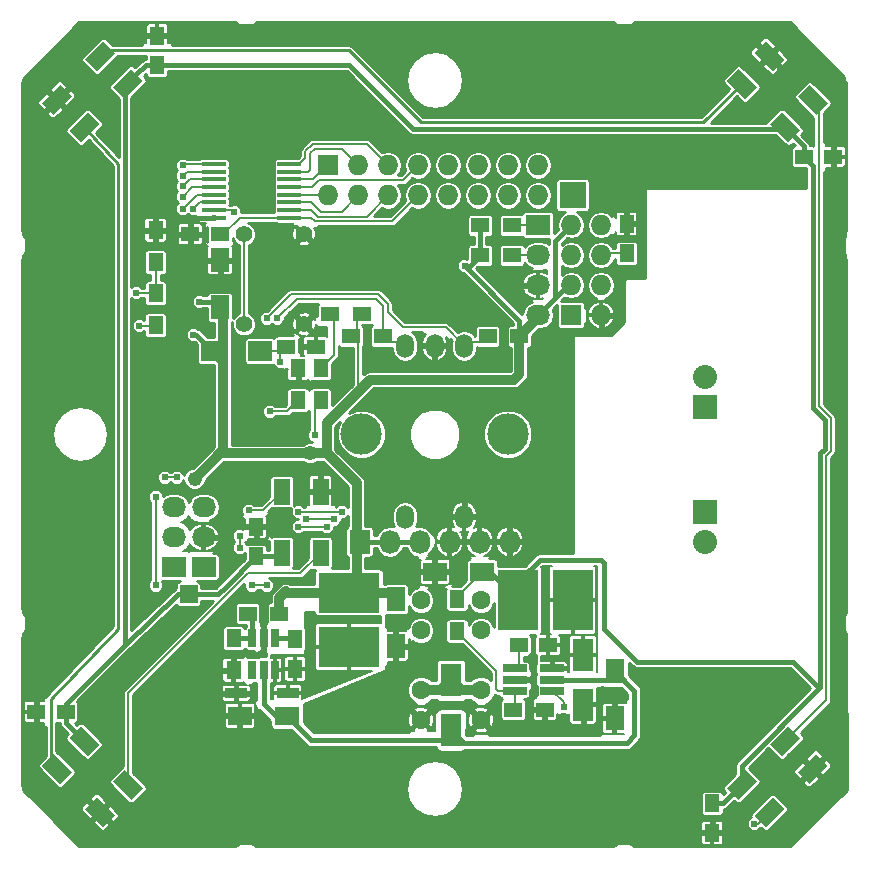
<source format=gtl>
G04 #@! TF.FileFunction,Copper,L1,Top,Signal*
%FSLAX46Y46*%
G04 Gerber Fmt 4.6, Leading zero omitted, Abs format (unit mm)*
G04 Created by KiCad (PCBNEW 4.0.0-stable) date 08.12.2015 15:00:05*
%MOMM*%
G01*
G04 APERTURE LIST*
%ADD10C,0.100000*%
%ADD11R,2.000000X1.700000*%
%ADD12R,2.032000X1.727200*%
%ADD13O,2.032000X1.727200*%
%ADD14R,1.250000X1.500000*%
%ADD15R,1.500000X1.250000*%
%ADD16R,1.300000X1.500000*%
%ADD17C,1.397000*%
%ADD18R,2.000000X1.600000*%
%ADD19R,1.400000X2.200000*%
%ADD20R,1.727200X1.727200*%
%ADD21O,1.727200X1.727200*%
%ADD22R,1.500000X1.300000*%
%ADD23C,1.600000*%
%ADD24R,1.600000X2.000000*%
%ADD25R,1.850900X0.850900*%
%ADD26R,2.000000X0.650000*%
%ADD27R,1.699260X2.800000*%
%ADD28R,1.501140X1.501140*%
%ADD29R,0.650000X1.500000*%
%ADD30R,5.200000X3.400000*%
%ADD31R,3.400000X5.200000*%
%ADD32R,2.032000X2.032000*%
%ADD33O,2.032000X2.032000*%
%ADD34O,1.501140X1.998980*%
%ADD35C,3.500120*%
%ADD36R,2.000000X0.350000*%
%ADD37R,2.235200X2.235200*%
%ADD38R,1.727200X2.032000*%
%ADD39O,1.727200X2.032000*%
%ADD40C,0.609600*%
%ADD41C,1.219200*%
%ADD42C,0.203200*%
%ADD43C,0.406400*%
%ADD44C,0.812800*%
%ADD45C,0.381000*%
%ADD46C,0.240000*%
%ADD47C,0.254000*%
%ADD48C,0.210000*%
%ADD49C,0.200000*%
G04 APERTURE END LIST*
D10*
D11*
X131223000Y-92964000D03*
X135223000Y-92964000D03*
D12*
X130429000Y-111252000D03*
D13*
X130429000Y-108712000D03*
X130429000Y-106172000D03*
D14*
X166243000Y-82189000D03*
X166243000Y-84689000D03*
D15*
X181250000Y-76500000D03*
X183750000Y-76500000D03*
D14*
X173500000Y-131250000D03*
X173500000Y-133750000D03*
D16*
X126365000Y-85424000D03*
X126365000Y-82724000D03*
D17*
X138938000Y-90678000D03*
X133858000Y-90678000D03*
X138938000Y-83058000D03*
X133858000Y-83058000D03*
D15*
X137434000Y-92583000D03*
X139934000Y-92583000D03*
X131806000Y-83058000D03*
X129306000Y-83058000D03*
D18*
X137509000Y-123825000D03*
X133509000Y-123825000D03*
D14*
X126500000Y-68750000D03*
X126500000Y-66250000D03*
X134874000Y-110343000D03*
X134874000Y-107843000D03*
D15*
X118750000Y-123500000D03*
X116250000Y-123500000D03*
D19*
X137034000Y-110042000D03*
X140334000Y-110042000D03*
X140334000Y-104842000D03*
X137034000Y-104842000D03*
D10*
G36*
X120611092Y-127267588D02*
X119055457Y-125711953D01*
X120045406Y-124722004D01*
X121601041Y-126277639D01*
X120611092Y-127267588D01*
X120611092Y-127267588D01*
G37*
G36*
X118277639Y-129601041D02*
X116722004Y-128045406D01*
X117711953Y-127055457D01*
X119267588Y-128611092D01*
X118277639Y-129601041D01*
X118277639Y-129601041D01*
G37*
G36*
X121954594Y-133277996D02*
X120398959Y-131722361D01*
X121388908Y-130732412D01*
X122944543Y-132288047D01*
X121954594Y-133277996D01*
X121954594Y-133277996D01*
G37*
G36*
X124288047Y-130944543D02*
X122732412Y-129388908D01*
X123722361Y-128398959D01*
X125277996Y-129954594D01*
X124288047Y-130944543D01*
X124288047Y-130944543D01*
G37*
G36*
X122732412Y-70611092D02*
X124288047Y-69055457D01*
X125277996Y-70045406D01*
X123722361Y-71601041D01*
X122732412Y-70611092D01*
X122732412Y-70611092D01*
G37*
G36*
X120398959Y-68277639D02*
X121954594Y-66722004D01*
X122944543Y-67711953D01*
X121388908Y-69267588D01*
X120398959Y-68277639D01*
X120398959Y-68277639D01*
G37*
G36*
X116722004Y-71954594D02*
X118277639Y-70398959D01*
X119267588Y-71388908D01*
X117711953Y-72944543D01*
X116722004Y-71954594D01*
X116722004Y-71954594D01*
G37*
G36*
X119055457Y-74288047D02*
X120611092Y-72732412D01*
X121601041Y-73722361D01*
X120045406Y-75277996D01*
X119055457Y-74288047D01*
X119055457Y-74288047D01*
G37*
G36*
X179388908Y-72732412D02*
X180944543Y-74288047D01*
X179954594Y-75277996D01*
X178398959Y-73722361D01*
X179388908Y-72732412D01*
X179388908Y-72732412D01*
G37*
G36*
X181722361Y-70398959D02*
X183277996Y-71954594D01*
X182288047Y-72944543D01*
X180732412Y-71388908D01*
X181722361Y-70398959D01*
X181722361Y-70398959D01*
G37*
G36*
X178045406Y-66722004D02*
X179601041Y-68277639D01*
X178611092Y-69267588D01*
X177055457Y-67711953D01*
X178045406Y-66722004D01*
X178045406Y-66722004D01*
G37*
G36*
X175711953Y-69055457D02*
X177267588Y-70611092D01*
X176277639Y-71601041D01*
X174722004Y-70045406D01*
X175711953Y-69055457D01*
X175711953Y-69055457D01*
G37*
G36*
X177267588Y-129388908D02*
X175711953Y-130944543D01*
X174722004Y-129954594D01*
X176277639Y-128398959D01*
X177267588Y-129388908D01*
X177267588Y-129388908D01*
G37*
G36*
X179601041Y-131722361D02*
X178045406Y-133277996D01*
X177055457Y-132288047D01*
X178611092Y-130732412D01*
X179601041Y-131722361D01*
X179601041Y-131722361D01*
G37*
G36*
X183277996Y-128045406D02*
X181722361Y-129601041D01*
X180732412Y-128611092D01*
X182288047Y-127055457D01*
X183277996Y-128045406D01*
X183277996Y-128045406D01*
G37*
G36*
X180944543Y-125711953D02*
X179388908Y-127267588D01*
X178398959Y-126277639D01*
X179954594Y-124722004D01*
X180944543Y-125711953D01*
X180944543Y-125711953D01*
G37*
D20*
X161544000Y-89916000D03*
D21*
X164084000Y-89916000D03*
X161544000Y-87376000D03*
X164084000Y-87376000D03*
X161544000Y-84836000D03*
X164084000Y-84836000D03*
X161544000Y-82296000D03*
X164084000Y-82296000D03*
D16*
X126365000Y-90758000D03*
X126365000Y-88058000D03*
D22*
X142922000Y-91694000D03*
X145622000Y-91694000D03*
X157179000Y-91694000D03*
X154479000Y-91694000D03*
D14*
X138176000Y-119868000D03*
X138176000Y-117368000D03*
D23*
X153924000Y-124206000D03*
X148844000Y-124206000D03*
X153924000Y-121666000D03*
X148844000Y-121666000D03*
X153924000Y-116586000D03*
X148844000Y-116586000D03*
X153924000Y-114046000D03*
X148844000Y-114046000D03*
D12*
X158750000Y-82296000D03*
D13*
X158750000Y-84836000D03*
X158750000Y-87376000D03*
X158750000Y-89916000D03*
D22*
X153844000Y-82296000D03*
X156544000Y-82296000D03*
X141144000Y-89789000D03*
X143844000Y-89789000D03*
D16*
X140335000Y-94408000D03*
X140335000Y-97108000D03*
D24*
X146685000Y-113951000D03*
X146685000Y-117951000D03*
X131826000Y-89249000D03*
X131826000Y-85249000D03*
D25*
X137555860Y-121920000D03*
X133208140Y-121920000D03*
D16*
X151892000Y-113966000D03*
X151892000Y-116666000D03*
D22*
X156638000Y-123317000D03*
X159338000Y-123317000D03*
X136859000Y-115189000D03*
X134159000Y-115189000D03*
D16*
X132969000Y-117268000D03*
X132969000Y-119968000D03*
D26*
X156769000Y-119827000D03*
X156769000Y-120777000D03*
X156769000Y-121727000D03*
X159969000Y-121727000D03*
X159969000Y-119827000D03*
X159969000Y-120777000D03*
D24*
X165227000Y-120047000D03*
X165227000Y-124047000D03*
D18*
X154019000Y-111633000D03*
X150019000Y-111633000D03*
D27*
X162560000Y-122877000D03*
X162560000Y-118677000D03*
D15*
X159619000Y-117856000D03*
X157119000Y-117856000D03*
D27*
X151384000Y-120836000D03*
X151384000Y-125036000D03*
D28*
X129159000Y-113538000D03*
D29*
X136459000Y-117268000D03*
X135509000Y-117268000D03*
X134559000Y-117268000D03*
X134559000Y-119968000D03*
X136459000Y-119968000D03*
X135509000Y-119968000D03*
D30*
X142748000Y-113397000D03*
X142748000Y-117997000D03*
D31*
X157085000Y-114046000D03*
X161685000Y-114046000D03*
D32*
X172847000Y-106553000D03*
D33*
X172847000Y-109093000D03*
D32*
X172847000Y-97663000D03*
D33*
X172847000Y-95123000D03*
D22*
X153844000Y-84836000D03*
X156544000Y-84836000D03*
D12*
X127889000Y-111252000D03*
D13*
X127889000Y-108712000D03*
X127889000Y-106172000D03*
D34*
X152499360Y-92499380D03*
X150000000Y-92499380D03*
X147500640Y-92499380D03*
D35*
X156200140Y-100000000D03*
X143799860Y-100000000D03*
D34*
X152499360Y-107000240D03*
X147500640Y-107000240D03*
D36*
X131293000Y-77100000D03*
X131293000Y-77750000D03*
X131293000Y-78400000D03*
X131293000Y-79050000D03*
X131293000Y-79700000D03*
X131293000Y-80350000D03*
X131293000Y-81000000D03*
X131293000Y-81650000D03*
X137693000Y-81650000D03*
X137693000Y-81000000D03*
X137693000Y-80350000D03*
X137693000Y-79700000D03*
X137693000Y-79050000D03*
X137693000Y-78400000D03*
X137693000Y-77750000D03*
X137693000Y-77100000D03*
D20*
X140970000Y-77216000D03*
D21*
X140970000Y-79756000D03*
X143510000Y-77216000D03*
X143510000Y-79756000D03*
X146050000Y-77216000D03*
X146050000Y-79756000D03*
X148590000Y-77216000D03*
X148590000Y-79756000D03*
X151130000Y-77216000D03*
X151130000Y-79756000D03*
X153670000Y-77216000D03*
X153670000Y-79756000D03*
X156210000Y-77216000D03*
X156210000Y-79756000D03*
X158750000Y-77216000D03*
X158750000Y-79756000D03*
D37*
X161671000Y-79756000D03*
D38*
X143637000Y-109093000D03*
D39*
X146177000Y-109093000D03*
X148717000Y-109093000D03*
X151257000Y-109093000D03*
X153797000Y-109093000D03*
X156337000Y-109093000D03*
D16*
X138430000Y-97108000D03*
X138430000Y-94408000D03*
D40*
X135763000Y-112776000D03*
X134493000Y-112776000D03*
X133477000Y-108585000D03*
X133477000Y-109601000D03*
X128143000Y-103632000D03*
X127127000Y-103632000D03*
X133858000Y-76454000D03*
X133858000Y-77343000D03*
X133858000Y-78232000D03*
X133858000Y-79121000D03*
X133858000Y-80010000D03*
X133858000Y-80899000D03*
X129159000Y-84709000D03*
D41*
X131191000Y-119761000D03*
X131445000Y-123952000D03*
D40*
X135128000Y-100457000D03*
X134239000Y-100457000D03*
X133350000Y-100457000D03*
X133350000Y-99568000D03*
X134239000Y-99568000D03*
X135128000Y-99568000D03*
X136017000Y-99568000D03*
X135128000Y-98679000D03*
X134239000Y-98679000D03*
X133350000Y-98679000D03*
X133350000Y-97790000D03*
X134239000Y-97790000D03*
X136017000Y-100457000D03*
X135128000Y-96012000D03*
X134239000Y-96012000D03*
X133350000Y-96012000D03*
X133350000Y-95123000D03*
X134239000Y-95123000D03*
X135128000Y-95123000D03*
X136017000Y-95123000D03*
X136017000Y-96012000D03*
X136017000Y-96901000D03*
X135128000Y-96901000D03*
X134239000Y-96901000D03*
X133350000Y-96901000D03*
X142113000Y-122936000D03*
X143002000Y-122682000D03*
X144272000Y-122174000D03*
X145669000Y-121412000D03*
X146685000Y-120904000D03*
X130429000Y-94742000D03*
X131064000Y-97917000D03*
X131064000Y-96774000D03*
X131064000Y-95631000D03*
X131064000Y-99695000D03*
X131064000Y-100584000D03*
X131064000Y-98806000D03*
D41*
X153924000Y-127762000D03*
D40*
X152527000Y-85725000D03*
X130048000Y-88773000D03*
X129540000Y-91567000D03*
X143383000Y-105410000D03*
D41*
X139446000Y-101600000D03*
X129667000Y-103759000D03*
D40*
X137414000Y-113284000D03*
X136906000Y-93853000D03*
X124968000Y-90805000D03*
X135763000Y-90170000D03*
X136652000Y-90170000D03*
X128651000Y-79883000D03*
X128651000Y-77216000D03*
X134239000Y-106426000D03*
X124714000Y-88011000D03*
X128651000Y-80899000D03*
X129540000Y-80899000D03*
X132969000Y-81153000D03*
X160909000Y-123063000D03*
X126365000Y-105283000D03*
X126365000Y-112776000D03*
X138430000Y-106553000D03*
X142113000Y-106553000D03*
X141478000Y-107188000D03*
X139065000Y-107188000D03*
X177038000Y-132969000D03*
X128651000Y-78105000D03*
X128651000Y-78994000D03*
X140843000Y-107823000D03*
X138430000Y-107823000D03*
X139827000Y-100076000D03*
X136017000Y-98044000D03*
D42*
X134493000Y-112776000D02*
X135763000Y-112776000D01*
X133477000Y-108585000D02*
X133477000Y-109601000D01*
X127127000Y-103632000D02*
X128143000Y-103632000D01*
X133858000Y-77343000D02*
X133858000Y-76454000D01*
X133858000Y-79121000D02*
X133858000Y-78232000D01*
X133858000Y-80899000D02*
X133858000Y-80010000D01*
X129306000Y-84562000D02*
X129306000Y-83058000D01*
X129159000Y-84709000D02*
X129306000Y-84562000D01*
D43*
X131191000Y-119761000D02*
X131398000Y-119968000D01*
D42*
X131398000Y-119968000D02*
X131191000Y-119761000D01*
D43*
X131398000Y-119968000D02*
X132969000Y-119968000D01*
X131445000Y-123952000D02*
X131572000Y-123825000D01*
D42*
X131572000Y-123825000D02*
X131445000Y-123952000D01*
D43*
X131572000Y-123825000D02*
X133509000Y-123825000D01*
D42*
X134239000Y-97790000D02*
X133350000Y-96901000D01*
X135128000Y-100457000D02*
X134239000Y-100457000D01*
X133350000Y-100457000D02*
X133350000Y-99568000D01*
X134239000Y-99568000D02*
X135128000Y-99568000D01*
X136017000Y-99568000D02*
X135128000Y-98679000D01*
X134239000Y-98679000D02*
X133350000Y-98679000D01*
X133350000Y-97790000D02*
X134239000Y-97790000D01*
X133350000Y-96012000D02*
X134239000Y-96012000D01*
X134239000Y-95123000D02*
X133350000Y-95123000D01*
X136017000Y-95123000D02*
X135128000Y-95123000D01*
X136017000Y-96901000D02*
X136017000Y-96012000D01*
X134239000Y-96901000D02*
X135128000Y-96901000D01*
X146685000Y-117951000D02*
X146685000Y-120904000D01*
X142748000Y-122936000D02*
X142113000Y-122936000D01*
X143002000Y-122682000D02*
X142748000Y-122936000D01*
X144526000Y-121920000D02*
X144272000Y-122174000D01*
X145161000Y-121920000D02*
X144526000Y-121920000D01*
X145669000Y-121412000D02*
X145161000Y-121920000D01*
X131064000Y-97917000D02*
X131064000Y-96774000D01*
X131064000Y-95631000D02*
X130429000Y-94996000D01*
X130429000Y-94742000D02*
X130429000Y-94996000D01*
X131064000Y-98806000D02*
X131064000Y-99695000D01*
X131064000Y-99695000D02*
X131064000Y-100584000D01*
X133509000Y-123825000D02*
X131572000Y-123825000D01*
X132969000Y-119968000D02*
X131398000Y-119968000D01*
D43*
X157179000Y-91694000D02*
X157179000Y-90377000D01*
X157179000Y-90377000D02*
X152527000Y-85725000D01*
X153844000Y-84836000D02*
X152955000Y-85725000D01*
X152955000Y-85725000D02*
X152527000Y-85725000D01*
X153844000Y-85010000D02*
X153844000Y-84836000D01*
X130048000Y-88773000D02*
X131350000Y-88773000D01*
X131350000Y-88773000D02*
X131826000Y-89249000D01*
X131223000Y-92964000D02*
X129826000Y-91567000D01*
X129826000Y-91567000D02*
X129540000Y-91567000D01*
D44*
X132080000Y-93821000D02*
X131223000Y-92964000D01*
X153496000Y-95377000D02*
X156718000Y-95377000D01*
X144526000Y-95377000D02*
X153496000Y-95377000D01*
X143383000Y-96520000D02*
X144526000Y-95377000D01*
X157179000Y-94916000D02*
X157179000Y-91694000D01*
X156718000Y-95377000D02*
X157179000Y-94916000D01*
D43*
X153844000Y-82296000D02*
X153844000Y-83566000D01*
X153844000Y-83566000D02*
X153844000Y-84836000D01*
X161544000Y-87376000D02*
X161290000Y-87376000D01*
X161290000Y-87376000D02*
X158750000Y-89916000D01*
X160210500Y-86042500D02*
X160210500Y-88455500D01*
X160210500Y-88455500D02*
X158750000Y-89916000D01*
X160210500Y-83629500D02*
X160210500Y-86042500D01*
X161544000Y-82296000D02*
X160210500Y-83629500D01*
D44*
X157179000Y-91694000D02*
X158750000Y-90123000D01*
X158750000Y-90123000D02*
X158750000Y-89916000D01*
D42*
X142922000Y-91694000D02*
X143510000Y-92282000D01*
X143510000Y-92282000D02*
X143510000Y-96393000D01*
X143383000Y-96266000D02*
X143383000Y-96520000D01*
X143510000Y-96393000D02*
X143383000Y-96266000D01*
X142922000Y-91694000D02*
X142922000Y-91647000D01*
X142922000Y-91647000D02*
X143383000Y-91186000D01*
X143383000Y-91186000D02*
X143383000Y-90250000D01*
X143383000Y-90250000D02*
X143844000Y-89789000D01*
D43*
X148717000Y-109093000D02*
X146177000Y-109093000D01*
X143637000Y-109093000D02*
X146177000Y-109093000D01*
D44*
X140843000Y-101600000D02*
X140843000Y-99060000D01*
X140843000Y-99060000D02*
X143383000Y-96520000D01*
X143383000Y-109220000D02*
X143383000Y-105410000D01*
X146685000Y-113951000D02*
X146131000Y-113397000D01*
X146131000Y-113397000D02*
X142748000Y-113397000D01*
X142748000Y-113397000D02*
X143383000Y-112762000D01*
X143383000Y-112762000D02*
X143383000Y-109220000D01*
X137414000Y-113284000D02*
X137527000Y-113397000D01*
X137527000Y-113397000D02*
X142748000Y-113397000D01*
D43*
X131794000Y-89281000D02*
X131826000Y-89249000D01*
D44*
X132080000Y-93821000D02*
X132080000Y-89503000D01*
X132080000Y-101346000D02*
X132080000Y-93821000D01*
X131635500Y-101790500D02*
X132080000Y-101346000D01*
X132080000Y-89503000D02*
X131826000Y-89249000D01*
X143383000Y-104140000D02*
X143383000Y-105410000D01*
X143383000Y-104140000D02*
X140843000Y-101600000D01*
X140843000Y-101600000D02*
X139446000Y-101600000D01*
X131826000Y-101600000D02*
X131635500Y-101790500D01*
X139446000Y-101600000D02*
X131826000Y-101600000D01*
X131635500Y-101790500D02*
X129667000Y-103759000D01*
X136859000Y-115189000D02*
X136859000Y-113839000D01*
X136859000Y-113839000D02*
X137414000Y-113284000D01*
D43*
X151384000Y-125036000D02*
X150563000Y-125857000D01*
X150563000Y-125857000D02*
X139541000Y-125857000D01*
X139541000Y-125857000D02*
X137509000Y-123825000D01*
X153035000Y-126111000D02*
X152459000Y-126111000D01*
X152459000Y-126111000D02*
X151384000Y-125036000D01*
X137509000Y-123825000D02*
X136525000Y-123825000D01*
X136525000Y-123825000D02*
X135509000Y-122809000D01*
X135509000Y-122809000D02*
X135509000Y-119968000D01*
X165227000Y-120047000D02*
X166878000Y-121698000D01*
X152019000Y-126111000D02*
X153035000Y-126111000D01*
X153035000Y-126111000D02*
X166243000Y-126111000D01*
X166878000Y-125476000D02*
X166243000Y-126111000D01*
X166878000Y-121698000D02*
X166878000Y-125476000D01*
X165227000Y-120047000D02*
X164497000Y-120777000D01*
X164497000Y-120777000D02*
X163957000Y-120777000D01*
X165386000Y-120777000D02*
X163957000Y-120777000D01*
X163957000Y-120777000D02*
X159969000Y-120777000D01*
X136459000Y-117268000D02*
X138076000Y-117268000D01*
X138076000Y-117268000D02*
X138176000Y-117368000D01*
X118750000Y-123500000D02*
X118750000Y-122804000D01*
X118750000Y-122804000D02*
X123751204Y-117802796D01*
D42*
X151892000Y-113966000D02*
X151892000Y-113760000D01*
X151892000Y-113760000D02*
X154019000Y-111633000D01*
D43*
X157085000Y-114046000D02*
X157085000Y-112409000D01*
X157085000Y-112409000D02*
X158877000Y-110617000D01*
X180340000Y-119253000D02*
X182562500Y-121475500D01*
X167132000Y-119253000D02*
X180340000Y-119253000D01*
X164338000Y-116459000D02*
X167132000Y-119253000D01*
X164338000Y-110871000D02*
X164338000Y-116459000D01*
X164084000Y-110617000D02*
X164338000Y-110871000D01*
X158877000Y-110617000D02*
X164084000Y-110617000D01*
X154019000Y-111633000D02*
X154672000Y-111633000D01*
X154672000Y-111633000D02*
X157085000Y-114046000D01*
X132324000Y-112893000D02*
X131679000Y-113538000D01*
X131679000Y-113538000D02*
X129159000Y-113538000D01*
X123751204Y-117802796D02*
X128270000Y-113538000D01*
X128270000Y-113538000D02*
X129159000Y-113538000D01*
X132314000Y-112903000D02*
X132324000Y-112893000D01*
X132324000Y-112893000D02*
X134874000Y-110343000D01*
X134874000Y-110343000D02*
X136733000Y-110343000D01*
X136733000Y-110343000D02*
X137034000Y-110042000D01*
X181990998Y-77240998D02*
X181990998Y-97789998D01*
X182626000Y-107188000D02*
X182625998Y-107188000D01*
X182626000Y-101600000D02*
X182626000Y-107188000D01*
X183007000Y-101219000D02*
X182626000Y-101600000D01*
X183007000Y-98806000D02*
X183007000Y-101219000D01*
X181990998Y-97789998D02*
X183007000Y-98806000D01*
X181250000Y-76500000D02*
X181990998Y-77240998D01*
X175994796Y-128043204D02*
X175994796Y-129671751D01*
X182625998Y-121412002D02*
X182562500Y-121475500D01*
X182562500Y-121475500D02*
X175994796Y-128043204D01*
X182625998Y-107188000D02*
X182625998Y-121412002D01*
D45*
X123751204Y-117802796D02*
X123751204Y-70328249D01*
X120698453Y-126365000D02*
X120328249Y-125994796D01*
X118750000Y-124416547D02*
X118750000Y-123500000D01*
X120328249Y-125994796D02*
X118750000Y-124416547D01*
X125583453Y-68750000D02*
X126500000Y-68750000D01*
X123751204Y-70328249D02*
X125583453Y-68750000D01*
X179671751Y-74126206D02*
X179671751Y-74005204D01*
X142750000Y-68750000D02*
X148126206Y-74126206D01*
X148126206Y-74126206D02*
X179671751Y-74126206D01*
X126500000Y-68750000D02*
X142750000Y-68750000D01*
X181250000Y-75583453D02*
X181250000Y-76500000D01*
X179671751Y-74005204D02*
X181250000Y-75583453D01*
X174416547Y-131250000D02*
X175994796Y-129671751D01*
X173500000Y-131250000D02*
X174416547Y-131250000D01*
D42*
X134620000Y-111760000D02*
X134175424Y-111760000D01*
X134175424Y-111760000D02*
X124005204Y-121930220D01*
X124005204Y-121930220D02*
X124005204Y-121993796D01*
X140334000Y-110042000D02*
X138616000Y-111760000D01*
X138616000Y-111760000D02*
X134620000Y-111760000D01*
X124005204Y-122047000D02*
X124005204Y-129671751D01*
D46*
X117994796Y-128328249D02*
X117500000Y-127833453D01*
X123200702Y-116448298D02*
X123200702Y-77131657D01*
X123200702Y-77131657D02*
X120328249Y-74005204D01*
X117500000Y-127833453D02*
X117500000Y-122403000D01*
X117500000Y-122403000D02*
X123200702Y-116448298D01*
X121671751Y-67994796D02*
X122166547Y-67500000D01*
X148854232Y-73575704D02*
X172747341Y-73575704D01*
X172747341Y-73575704D02*
X175994796Y-70328249D01*
X122166547Y-67500000D02*
X142778528Y-67500000D01*
X142778528Y-67500000D02*
X148854232Y-73575704D01*
D42*
X183515002Y-98595578D02*
X183515002Y-101429422D01*
X179671751Y-125994796D02*
X183134002Y-122532545D01*
X182499000Y-97579576D02*
X183515002Y-98595578D01*
X182499000Y-97579576D02*
X182499000Y-72165547D01*
X183134002Y-101810422D02*
X183134002Y-122532545D01*
X183515002Y-101429422D02*
X183134002Y-101810422D01*
X182005204Y-71671751D02*
X182499000Y-72165547D01*
D46*
X182005204Y-71671751D02*
X182500000Y-72166547D01*
D42*
X135223000Y-92964000D02*
X137053000Y-92964000D01*
X137053000Y-92964000D02*
X137434000Y-92583000D01*
X136906000Y-93853000D02*
X136906000Y-93111000D01*
X136906000Y-93111000D02*
X137434000Y-92583000D01*
X124968000Y-90805000D02*
X126318000Y-90805000D01*
X126318000Y-90805000D02*
X126365000Y-90758000D01*
X145829370Y-88739630D02*
X146028402Y-88938662D01*
X147320000Y-90932000D02*
X150876000Y-90932000D01*
X150876000Y-90932000D02*
X150931980Y-90932000D01*
X146028402Y-89640402D02*
X147320000Y-90932000D01*
X146028402Y-88938662D02*
X146028402Y-89640402D01*
X135763000Y-90170000D02*
X137820402Y-88112598D01*
X150931980Y-90932000D02*
X152499360Y-92499380D01*
X145202338Y-88112598D02*
X145829370Y-88739630D01*
X137820402Y-88112598D02*
X145202338Y-88112598D01*
X152499360Y-92499380D02*
X152796740Y-92202000D01*
X152796740Y-92202000D02*
X153971000Y-92202000D01*
X153971000Y-92202000D02*
X154479000Y-91694000D01*
X136652000Y-90170000D02*
X138303000Y-88519000D01*
X145622000Y-89107000D02*
X145622000Y-91694000D01*
X145034000Y-88519000D02*
X145622000Y-89107000D01*
X138303000Y-88519000D02*
X145034000Y-88519000D01*
X147500640Y-92499380D02*
X147203260Y-92202000D01*
X147203260Y-92202000D02*
X146130000Y-92202000D01*
X146130000Y-92202000D02*
X145622000Y-91694000D01*
X131293000Y-79050000D02*
X129484000Y-79050000D01*
X128651000Y-79883000D02*
X129484000Y-79050000D01*
X128651000Y-77216000D02*
X128767000Y-77100000D01*
X128767000Y-77100000D02*
X131293000Y-77100000D01*
X134239000Y-106426000D02*
X135450000Y-106426000D01*
X135450000Y-106426000D02*
X137034000Y-104842000D01*
X126365000Y-88058000D02*
X124761000Y-88058000D01*
X124761000Y-88058000D02*
X124714000Y-88011000D01*
X126365000Y-85424000D02*
X126365000Y-86741000D01*
X126365000Y-86741000D02*
X126365000Y-88058000D01*
X128651000Y-80899000D02*
X129850000Y-79700000D01*
X129850000Y-79700000D02*
X131293000Y-79700000D01*
X130089000Y-80350000D02*
X131293000Y-80350000D01*
X129540000Y-80899000D02*
X130089000Y-80350000D01*
X132969000Y-81153000D02*
X132816000Y-81000000D01*
X132816000Y-81000000D02*
X131293000Y-81000000D01*
X137693000Y-81650000D02*
X133488000Y-81650000D01*
X133488000Y-81650000D02*
X132080000Y-83058000D01*
X132080000Y-83058000D02*
X131806000Y-83058000D01*
X137693000Y-81650000D02*
X139562000Y-81650000D01*
X146380196Y-81965804D02*
X148590000Y-79756000D01*
X139877804Y-81965804D02*
X146380196Y-81965804D01*
X139562000Y-81650000D02*
X139877804Y-81965804D01*
X133858000Y-90678000D02*
X133858000Y-83058000D01*
X164084000Y-84836000D02*
X164231000Y-84689000D01*
X164231000Y-84689000D02*
X166243000Y-84689000D01*
X158750000Y-82296000D02*
X156544000Y-82296000D01*
X158750000Y-84836000D02*
X156544000Y-84836000D01*
X140335000Y-94408000D02*
X141478000Y-93265000D01*
X141478000Y-93265000D02*
X141478000Y-91440000D01*
X141478000Y-91440000D02*
X141478000Y-90123000D01*
X141478000Y-90123000D02*
X141144000Y-89789000D01*
X157119000Y-117856000D02*
X157119000Y-119477000D01*
X157119000Y-119477000D02*
X156769000Y-119827000D01*
D43*
X134559000Y-117268000D02*
X132969000Y-117268000D01*
X134559000Y-117268000D02*
X134559000Y-115589000D01*
X134559000Y-115589000D02*
X134159000Y-115189000D01*
D42*
X160909000Y-123063000D02*
X160909000Y-122667000D01*
X159969000Y-121727000D02*
X160909000Y-122667000D01*
X126365000Y-105283000D02*
X126365000Y-112776000D01*
X151892000Y-116666000D02*
X151892000Y-116713000D01*
X151892000Y-116713000D02*
X155194000Y-120015000D01*
X155194000Y-120015000D02*
X155194000Y-121539000D01*
X155194000Y-121539000D02*
X155382000Y-121727000D01*
X155382000Y-121727000D02*
X156769000Y-121727000D01*
X156769000Y-121727000D02*
X156769000Y-123186000D01*
X156769000Y-123186000D02*
X156638000Y-123317000D01*
D44*
X148844000Y-121666000D02*
X150554000Y-121666000D01*
X150554000Y-121666000D02*
X151384000Y-120836000D01*
X153924000Y-121666000D02*
X152214000Y-121666000D01*
X152214000Y-121666000D02*
X151384000Y-120836000D01*
D42*
X138430000Y-106553000D02*
X141351000Y-106553000D01*
X141351000Y-106553000D02*
X142113000Y-106553000D01*
X140843000Y-107188000D02*
X141478000Y-107188000D01*
X139065000Y-107188000D02*
X140843000Y-107188000D01*
X177364453Y-132969000D02*
X178328249Y-132005204D01*
X177038000Y-132969000D02*
X177364453Y-132969000D01*
X128651000Y-78105000D02*
X129006000Y-77750000D01*
X129006000Y-77750000D02*
X131293000Y-77750000D01*
X131293000Y-78400000D02*
X129245000Y-78400000D01*
X128651000Y-78994000D02*
X129245000Y-78400000D01*
X138430000Y-107823000D02*
X140843000Y-107823000D01*
X139827000Y-97616000D02*
X139827000Y-100076000D01*
X139827000Y-97616000D02*
X140335000Y-97108000D01*
X137693000Y-78400000D02*
X139719260Y-78400000D01*
X139719260Y-78400000D02*
X140903260Y-77216000D01*
X140903260Y-77216000D02*
X140970000Y-77216000D01*
X137693000Y-79700000D02*
X140914000Y-79700000D01*
X140914000Y-79700000D02*
X140970000Y-79756000D01*
X137693000Y-77750000D02*
X139293000Y-77750000D01*
X142113000Y-75819000D02*
X143510000Y-77216000D01*
X139827000Y-75819000D02*
X142113000Y-75819000D01*
X139446000Y-76200000D02*
X139827000Y-75819000D01*
X139446000Y-77597000D02*
X139446000Y-76200000D01*
X139293000Y-77750000D02*
X139446000Y-77597000D01*
X137693000Y-80350000D02*
X139532000Y-80350000D01*
X142113000Y-81153000D02*
X143510000Y-79756000D01*
X140335000Y-81153000D02*
X142113000Y-81153000D01*
X139532000Y-80350000D02*
X140335000Y-81153000D01*
X137693000Y-77100000D02*
X138546000Y-77100000D01*
X138546000Y-77100000D02*
X139039598Y-76606402D01*
X139039598Y-76606402D02*
X139039598Y-76031662D01*
X139039598Y-76031662D02*
X139658662Y-75412598D01*
X139658662Y-75412598D02*
X144246598Y-75412598D01*
X144246598Y-75412598D02*
X146050000Y-77216000D01*
X137693000Y-81000000D02*
X139547000Y-81000000D01*
X144246598Y-81559402D02*
X146050000Y-79756000D01*
X140106402Y-81559402D02*
X144246598Y-81559402D01*
X139547000Y-81000000D02*
X140106402Y-81559402D01*
X137693000Y-79050000D02*
X139644000Y-79050000D01*
X147320000Y-78486000D02*
X148590000Y-77216000D01*
X140208000Y-78486000D02*
X147320000Y-78486000D01*
X139644000Y-79050000D02*
X140208000Y-78486000D01*
X136017000Y-98044000D02*
X137494000Y-98044000D01*
X137494000Y-98044000D02*
X138430000Y-97108000D01*
D47*
G36*
X125336673Y-65140302D02*
X125240000Y-65373691D01*
X125240000Y-65964250D01*
X125398750Y-66123000D01*
X126373000Y-66123000D01*
X126373000Y-66103000D01*
X126627000Y-66103000D01*
X126627000Y-66123000D01*
X127601250Y-66123000D01*
X127760000Y-65964250D01*
X127760000Y-65373691D01*
X127663327Y-65140302D01*
X127650025Y-65127000D01*
X133093842Y-65127000D01*
X133233421Y-65266579D01*
X133355728Y-65348303D01*
X133500000Y-65377000D01*
X134500000Y-65377000D01*
X134644272Y-65348303D01*
X134766579Y-65266579D01*
X134906158Y-65127000D01*
X165093842Y-65127000D01*
X165233421Y-65266579D01*
X165355728Y-65348303D01*
X165500000Y-65377000D01*
X166500000Y-65377000D01*
X166644272Y-65348303D01*
X166766579Y-65266579D01*
X166906158Y-65127000D01*
X180093842Y-65127000D01*
X184674007Y-69707166D01*
X184692237Y-75267308D01*
X184626309Y-75240000D01*
X184035750Y-75240000D01*
X183877000Y-75398750D01*
X183877000Y-76373000D01*
X183897000Y-76373000D01*
X183897000Y-76627000D01*
X183877000Y-76627000D01*
X183877000Y-77601250D01*
X184035750Y-77760000D01*
X184626309Y-77760000D01*
X184700309Y-77729348D01*
X184718429Y-83255858D01*
X184651697Y-83355728D01*
X184623000Y-83500000D01*
X184623000Y-84500000D01*
X184651697Y-84644272D01*
X184723333Y-84751481D01*
X184822980Y-115143862D01*
X184733421Y-115233421D01*
X184651697Y-115355728D01*
X184623000Y-115500000D01*
X184623000Y-116500000D01*
X184651697Y-116644272D01*
X184733421Y-116766579D01*
X184828612Y-116861770D01*
X184871999Y-130094843D01*
X180093842Y-134873000D01*
X174650025Y-134873000D01*
X174663327Y-134859698D01*
X174760000Y-134626309D01*
X174760000Y-134035750D01*
X174601250Y-133877000D01*
X173627000Y-133877000D01*
X173627000Y-133897000D01*
X173373000Y-133897000D01*
X173373000Y-133877000D01*
X172398750Y-133877000D01*
X172240000Y-134035750D01*
X172240000Y-134626309D01*
X172336673Y-134859698D01*
X172349975Y-134873000D01*
X166906158Y-134873000D01*
X166766579Y-134733421D01*
X166644272Y-134651697D01*
X166500000Y-134623000D01*
X165500000Y-134623000D01*
X165355728Y-134651697D01*
X165233421Y-134733421D01*
X165093842Y-134873000D01*
X134906158Y-134873000D01*
X134766579Y-134733421D01*
X134644272Y-134651697D01*
X134500000Y-134623000D01*
X133500000Y-134623000D01*
X133355728Y-134651697D01*
X133233421Y-134733421D01*
X133093842Y-134873000D01*
X119906159Y-134873000D01*
X117959900Y-132926741D01*
X120929819Y-132926741D01*
X120929819Y-133151247D01*
X121594896Y-133816324D01*
X121828285Y-133912996D01*
X122080903Y-133912996D01*
X122314293Y-133816323D01*
X122696526Y-133434090D01*
X122696526Y-133209584D01*
X121671751Y-132184809D01*
X120929819Y-132926741D01*
X117959900Y-132926741D01*
X116629211Y-131596052D01*
X119763959Y-131596052D01*
X119763959Y-131848670D01*
X119860631Y-132082059D01*
X120525708Y-132747136D01*
X120750214Y-132747136D01*
X121492146Y-132005204D01*
X121851356Y-132005204D01*
X122876131Y-133029979D01*
X123100637Y-133029979D01*
X123256925Y-132873691D01*
X172240000Y-132873691D01*
X172240000Y-133464250D01*
X172398750Y-133623000D01*
X173373000Y-133623000D01*
X173373000Y-132523750D01*
X173627000Y-132523750D01*
X173627000Y-133623000D01*
X174601250Y-133623000D01*
X174760000Y-133464250D01*
X174760000Y-133094755D01*
X176402890Y-133094755D01*
X176499360Y-133328228D01*
X176677832Y-133507013D01*
X176911137Y-133603889D01*
X177163755Y-133604110D01*
X177397228Y-133507640D01*
X177552336Y-133352803D01*
X177607340Y-133316052D01*
X177807345Y-133516057D01*
X177910151Y-133586301D01*
X178040755Y-133614633D01*
X178172092Y-133589920D01*
X178283467Y-133516057D01*
X179839102Y-131960422D01*
X179909346Y-131857616D01*
X179937678Y-131727012D01*
X179912965Y-131595675D01*
X179839102Y-131484300D01*
X178849153Y-130494351D01*
X178746347Y-130424107D01*
X178615743Y-130395775D01*
X178484406Y-130420488D01*
X178373031Y-130494351D01*
X176817396Y-132049986D01*
X176747152Y-132152792D01*
X176718820Y-132283396D01*
X176741589Y-132404404D01*
X176678772Y-132430360D01*
X176499987Y-132608832D01*
X176403111Y-132842137D01*
X176402890Y-133094755D01*
X174760000Y-133094755D01*
X174760000Y-132873691D01*
X174663327Y-132640302D01*
X174484699Y-132461673D01*
X174251310Y-132365000D01*
X173785750Y-132365000D01*
X173627000Y-132523750D01*
X173373000Y-132523750D01*
X173214250Y-132365000D01*
X172748690Y-132365000D01*
X172515301Y-132461673D01*
X172336673Y-132640302D01*
X172240000Y-132873691D01*
X123256925Y-132873691D01*
X123482870Y-132647746D01*
X123579543Y-132414356D01*
X123579543Y-132161738D01*
X123482871Y-131928349D01*
X122817794Y-131263272D01*
X122593288Y-131263272D01*
X121851356Y-132005204D01*
X121492146Y-132005204D01*
X120467371Y-130980429D01*
X120242865Y-130980429D01*
X119860632Y-131362662D01*
X119763959Y-131596052D01*
X116629211Y-131596052D01*
X115609477Y-130576318D01*
X120646976Y-130576318D01*
X120646976Y-130800824D01*
X121671751Y-131825599D01*
X122413683Y-131083667D01*
X122413683Y-130859161D01*
X121748606Y-130194084D01*
X121515217Y-130097412D01*
X121262599Y-130097412D01*
X121029209Y-130194085D01*
X120646976Y-130576318D01*
X115609477Y-130576318D01*
X115127000Y-130093842D01*
X115127000Y-124650025D01*
X115140302Y-124663327D01*
X115373691Y-124760000D01*
X115964250Y-124760000D01*
X116123000Y-124601250D01*
X116123000Y-123627000D01*
X116103000Y-123627000D01*
X116103000Y-123373000D01*
X116123000Y-123373000D01*
X116123000Y-122398750D01*
X116377000Y-122398750D01*
X116377000Y-123373000D01*
X116397000Y-123373000D01*
X116397000Y-123627000D01*
X116377000Y-123627000D01*
X116377000Y-124601250D01*
X116535750Y-124760000D01*
X117049800Y-124760000D01*
X117049800Y-127241488D01*
X116483943Y-127807345D01*
X116413699Y-127910151D01*
X116385367Y-128040755D01*
X116410080Y-128172092D01*
X116483943Y-128283467D01*
X118039578Y-129839102D01*
X118142384Y-129909346D01*
X118272988Y-129937678D01*
X118404325Y-129912965D01*
X118515700Y-129839102D01*
X119505649Y-128849153D01*
X119575893Y-128746347D01*
X119604225Y-128615743D01*
X119579512Y-128484406D01*
X119505649Y-128373031D01*
X117950200Y-126817582D01*
X117950200Y-124451584D01*
X118000000Y-124461669D01*
X118238275Y-124461669D01*
X118268936Y-124615810D01*
X118381809Y-124784738D01*
X118944180Y-125347108D01*
X118817396Y-125473892D01*
X118747152Y-125576698D01*
X118718820Y-125707302D01*
X118743533Y-125838639D01*
X118817396Y-125950014D01*
X120373031Y-127505649D01*
X120475837Y-127575893D01*
X120606441Y-127604225D01*
X120737778Y-127579512D01*
X120849153Y-127505649D01*
X121839102Y-126515700D01*
X121909346Y-126412894D01*
X121937678Y-126282290D01*
X121912965Y-126150953D01*
X121839102Y-126039578D01*
X120283467Y-124483943D01*
X120180661Y-124413699D01*
X120050057Y-124385367D01*
X119918720Y-124410080D01*
X119807345Y-124483943D01*
X119680561Y-124610727D01*
X119526515Y-124456680D01*
X119622365Y-124438644D01*
X119734749Y-124366327D01*
X119810144Y-124255983D01*
X119836669Y-124125000D01*
X119836669Y-122875000D01*
X119813644Y-122752635D01*
X119741327Y-122640251D01*
X119697819Y-122610523D01*
X124122919Y-118185422D01*
X128105146Y-114427035D01*
X128167103Y-114523319D01*
X128277447Y-114598714D01*
X128408430Y-114625239D01*
X129909570Y-114625239D01*
X130031935Y-114602214D01*
X130144319Y-114529897D01*
X130219714Y-114419553D01*
X130246239Y-114288570D01*
X130246239Y-114071400D01*
X131253366Y-114071400D01*
X123699875Y-121624891D01*
X123606273Y-121764977D01*
X123573404Y-121930220D01*
X123573404Y-121993796D01*
X123578695Y-122020398D01*
X123573404Y-122047000D01*
X123573404Y-128101805D01*
X123484300Y-128160898D01*
X122494351Y-129150847D01*
X122424107Y-129253653D01*
X122395775Y-129384257D01*
X122420488Y-129515594D01*
X122494351Y-129626969D01*
X124049986Y-131182604D01*
X124152792Y-131252848D01*
X124283396Y-131281180D01*
X124414733Y-131256467D01*
X124526108Y-131182604D01*
X125516057Y-130192655D01*
X125586301Y-130089849D01*
X125605791Y-130000000D01*
X147561447Y-130000000D01*
X147747071Y-130933194D01*
X148275683Y-131724317D01*
X149066806Y-132252929D01*
X150000000Y-132438553D01*
X150933194Y-132252929D01*
X151724317Y-131724317D01*
X152252929Y-130933194D01*
X152438553Y-130000000D01*
X152252929Y-129066806D01*
X151724317Y-128275683D01*
X150933194Y-127747071D01*
X150000000Y-127561447D01*
X149066806Y-127747071D01*
X148275683Y-128275683D01*
X147747071Y-129066806D01*
X147561447Y-130000000D01*
X125605791Y-130000000D01*
X125614633Y-129959245D01*
X125589920Y-129827908D01*
X125516057Y-129716533D01*
X124437004Y-128637480D01*
X124437004Y-124110750D01*
X131874000Y-124110750D01*
X131874000Y-124751310D01*
X131970673Y-124984699D01*
X132149302Y-125163327D01*
X132382691Y-125260000D01*
X133223250Y-125260000D01*
X133382000Y-125101250D01*
X133382000Y-123952000D01*
X133636000Y-123952000D01*
X133636000Y-125101250D01*
X133794750Y-125260000D01*
X134635309Y-125260000D01*
X134868698Y-125163327D01*
X135047327Y-124984699D01*
X135144000Y-124751310D01*
X135144000Y-124110750D01*
X134985250Y-123952000D01*
X133636000Y-123952000D01*
X133382000Y-123952000D01*
X132032750Y-123952000D01*
X131874000Y-124110750D01*
X124437004Y-124110750D01*
X124437004Y-122109078D01*
X127454391Y-119091691D01*
X131684000Y-119091691D01*
X131684000Y-119682250D01*
X131842750Y-119841000D01*
X132842000Y-119841000D01*
X132842000Y-118741750D01*
X132683250Y-118583000D01*
X132192690Y-118583000D01*
X131959301Y-118679673D01*
X131780673Y-118858302D01*
X131684000Y-119091691D01*
X127454391Y-119091691D01*
X130028082Y-116518000D01*
X131982331Y-116518000D01*
X131982331Y-118018000D01*
X132005356Y-118140365D01*
X132077673Y-118252749D01*
X132188017Y-118328144D01*
X132319000Y-118354669D01*
X133619000Y-118354669D01*
X133741365Y-118331644D01*
X133853749Y-118259327D01*
X133927474Y-118151427D01*
X133992673Y-118252749D01*
X134103017Y-118328144D01*
X134234000Y-118354669D01*
X134636134Y-118354669D01*
X134645673Y-118377698D01*
X134824301Y-118556327D01*
X135057690Y-118653000D01*
X135223250Y-118653000D01*
X135382000Y-118494250D01*
X135382000Y-117395000D01*
X135362000Y-117395000D01*
X135362000Y-117141000D01*
X135382000Y-117141000D01*
X135382000Y-116041750D01*
X135234484Y-115894234D01*
X135245669Y-115839000D01*
X135245669Y-114539000D01*
X135222644Y-114416635D01*
X135150327Y-114304251D01*
X135039983Y-114228856D01*
X134909000Y-114202331D01*
X133409000Y-114202331D01*
X133286635Y-114225356D01*
X133174251Y-114297673D01*
X133098856Y-114408017D01*
X133072331Y-114539000D01*
X133072331Y-115839000D01*
X133095356Y-115961365D01*
X133167673Y-116073749D01*
X133278017Y-116149144D01*
X133409000Y-116175669D01*
X134025600Y-116175669D01*
X134025600Y-116259718D01*
X133999251Y-116276673D01*
X133925526Y-116384573D01*
X133860327Y-116283251D01*
X133749983Y-116207856D01*
X133619000Y-116181331D01*
X132319000Y-116181331D01*
X132196635Y-116204356D01*
X132084251Y-116276673D01*
X132008856Y-116387017D01*
X131982331Y-116518000D01*
X130028082Y-116518000D01*
X133858077Y-112688005D01*
X133857890Y-112901755D01*
X133954360Y-113135228D01*
X134132832Y-113314013D01*
X134366137Y-113410889D01*
X134618755Y-113411110D01*
X134852228Y-113314640D01*
X134959255Y-113207800D01*
X135296805Y-113207800D01*
X135402832Y-113314013D01*
X135636137Y-113410889D01*
X135888755Y-113411110D01*
X136122228Y-113314640D01*
X136301013Y-113136168D01*
X136397889Y-112902863D01*
X136398110Y-112650245D01*
X136301640Y-112416772D01*
X136123168Y-112237987D01*
X136011937Y-112191800D01*
X138616000Y-112191800D01*
X138781243Y-112158931D01*
X138921329Y-112065329D01*
X139529210Y-111457448D01*
X139634000Y-111478669D01*
X139897538Y-111478669D01*
X139837856Y-111566017D01*
X139811331Y-111697000D01*
X139811331Y-112660400D01*
X137781088Y-112660400D01*
X137695885Y-112603469D01*
X137414000Y-112547399D01*
X137132116Y-112603469D01*
X136893145Y-112763145D01*
X136338145Y-113318145D01*
X136178470Y-113557115D01*
X136122400Y-113839000D01*
X136122400Y-114202331D01*
X136109000Y-114202331D01*
X135986635Y-114225356D01*
X135874251Y-114297673D01*
X135798856Y-114408017D01*
X135772331Y-114539000D01*
X135772331Y-115839000D01*
X135782850Y-115894900D01*
X135636000Y-116041750D01*
X135636000Y-117141000D01*
X135656000Y-117141000D01*
X135656000Y-117395000D01*
X135636000Y-117395000D01*
X135636000Y-118494250D01*
X135693430Y-118551680D01*
X135680000Y-118618000D01*
X135680000Y-118782635D01*
X135184000Y-118782635D01*
X135025763Y-118812409D01*
X134910360Y-118886669D01*
X134884000Y-118881331D01*
X134234000Y-118881331D01*
X134171720Y-118893050D01*
X134157327Y-118858302D01*
X133978699Y-118679673D01*
X133745310Y-118583000D01*
X133254750Y-118583000D01*
X133096000Y-118741750D01*
X133096000Y-119841000D01*
X133116000Y-119841000D01*
X133116000Y-120095000D01*
X133096000Y-120095000D01*
X133096000Y-120115000D01*
X132842000Y-120115000D01*
X132842000Y-120095000D01*
X131842750Y-120095000D01*
X131684000Y-120253750D01*
X131684000Y-120844309D01*
X131780673Y-121077698D01*
X131791095Y-121088120D01*
X131744363Y-121134851D01*
X131647690Y-121368240D01*
X131647690Y-121634250D01*
X131806440Y-121793000D01*
X133081140Y-121793000D01*
X133081140Y-121773000D01*
X133335140Y-121773000D01*
X133335140Y-121793000D01*
X134609840Y-121793000D01*
X134768590Y-121634250D01*
X134768590Y-121368240D01*
X134671917Y-121134851D01*
X134591735Y-121054669D01*
X134878800Y-121054669D01*
X134878800Y-122496775D01*
X134868698Y-122486673D01*
X134768590Y-122445207D01*
X134768590Y-122205750D01*
X134609840Y-122047000D01*
X133335140Y-122047000D01*
X133335140Y-122067000D01*
X133081140Y-122067000D01*
X133081140Y-122047000D01*
X131806440Y-122047000D01*
X131647690Y-122205750D01*
X131647690Y-122471760D01*
X131744363Y-122705149D01*
X131892717Y-122853502D01*
X131874000Y-122898690D01*
X131874000Y-123539250D01*
X132032750Y-123698000D01*
X133382000Y-123698000D01*
X133382000Y-123678000D01*
X133636000Y-123678000D01*
X133636000Y-123698000D01*
X134985250Y-123698000D01*
X135144000Y-123539250D01*
X135144000Y-123335238D01*
X136073635Y-124264873D01*
X136073635Y-124625000D01*
X136103409Y-124783237D01*
X136196927Y-124928567D01*
X136339619Y-125026064D01*
X136509000Y-125060365D01*
X137853127Y-125060365D01*
X139095381Y-126302619D01*
X139299833Y-126439229D01*
X139541000Y-126487200D01*
X150108639Y-126487200D01*
X150128779Y-126594237D01*
X150222297Y-126739567D01*
X150364989Y-126837064D01*
X150534370Y-126871365D01*
X152233630Y-126871365D01*
X152391867Y-126841591D01*
X152537197Y-126748073D01*
X152541893Y-126741200D01*
X166243000Y-126741200D01*
X166484167Y-126693229D01*
X166688619Y-126556619D01*
X167323616Y-125921621D01*
X167323619Y-125921619D01*
X167460229Y-125717167D01*
X167478243Y-125626605D01*
X167508201Y-125476000D01*
X167508200Y-125475995D01*
X167508200Y-121698005D01*
X167508201Y-121698000D01*
X167460229Y-121456833D01*
X167437626Y-121423005D01*
X167323619Y-121252381D01*
X167323616Y-121252379D01*
X166462365Y-120391127D01*
X166462365Y-119337707D01*
X166754829Y-119630171D01*
X166927877Y-119745797D01*
X167132000Y-119786401D01*
X167132005Y-119786400D01*
X180119058Y-119786400D01*
X181808158Y-121475500D01*
X175617625Y-127666033D01*
X175501999Y-127839081D01*
X175461396Y-128043204D01*
X175461396Y-128739080D01*
X174483943Y-129716533D01*
X174413699Y-129819339D01*
X174385367Y-129949943D01*
X174410080Y-130081280D01*
X174483943Y-130192655D01*
X174610727Y-130319439D01*
X174456680Y-130473485D01*
X174438644Y-130377635D01*
X174366327Y-130265251D01*
X174255983Y-130189856D01*
X174125000Y-130163331D01*
X172875000Y-130163331D01*
X172752635Y-130186356D01*
X172640251Y-130258673D01*
X172564856Y-130369017D01*
X172538331Y-130500000D01*
X172538331Y-132000000D01*
X172561356Y-132122365D01*
X172633673Y-132234749D01*
X172744017Y-132310144D01*
X172875000Y-132336669D01*
X174125000Y-132336669D01*
X174247365Y-132313644D01*
X174359749Y-132241327D01*
X174435144Y-132130983D01*
X174461669Y-132000000D01*
X174461669Y-131761725D01*
X174615810Y-131731064D01*
X174784738Y-131618191D01*
X175347108Y-131055820D01*
X175473892Y-131182604D01*
X175576698Y-131252848D01*
X175707302Y-131281180D01*
X175838639Y-131256467D01*
X175950014Y-131182604D01*
X177505649Y-129626969D01*
X177570108Y-129532629D01*
X180980429Y-129532629D01*
X180980429Y-129757135D01*
X181362662Y-130139368D01*
X181596052Y-130236041D01*
X181848670Y-130236041D01*
X182082059Y-130139369D01*
X182747136Y-129474292D01*
X182747136Y-129249786D01*
X182005204Y-128507854D01*
X180980429Y-129532629D01*
X177570108Y-129532629D01*
X177575893Y-129524163D01*
X177604225Y-129393559D01*
X177579512Y-129262222D01*
X177505649Y-129150847D01*
X176839585Y-128484783D01*
X180097412Y-128484783D01*
X180097412Y-128737401D01*
X180194085Y-128970791D01*
X180576318Y-129353024D01*
X180800824Y-129353024D01*
X181825599Y-128328249D01*
X182184809Y-128328249D01*
X182926741Y-129070181D01*
X183151247Y-129070181D01*
X183816324Y-128405104D01*
X183912996Y-128171715D01*
X183912996Y-127919097D01*
X183816323Y-127685707D01*
X183434090Y-127303474D01*
X183209584Y-127303474D01*
X182184809Y-128328249D01*
X181825599Y-128328249D01*
X181083667Y-127586317D01*
X180859161Y-127586317D01*
X180194084Y-128251394D01*
X180097412Y-128484783D01*
X176839585Y-128484783D01*
X176573572Y-128218770D01*
X178218770Y-126573572D01*
X179150847Y-127505649D01*
X179253653Y-127575893D01*
X179384257Y-127604225D01*
X179515594Y-127579512D01*
X179626969Y-127505649D01*
X179950412Y-127182206D01*
X181263272Y-127182206D01*
X181263272Y-127406712D01*
X182005204Y-128148644D01*
X183029979Y-127123869D01*
X183029979Y-126899363D01*
X182647746Y-126517130D01*
X182414356Y-126420457D01*
X182161738Y-126420457D01*
X181928349Y-126517129D01*
X181263272Y-127182206D01*
X179950412Y-127182206D01*
X181182604Y-125950014D01*
X181252848Y-125847208D01*
X181281180Y-125716604D01*
X181256467Y-125585267D01*
X181182604Y-125473892D01*
X180992958Y-125284246D01*
X183439328Y-122837876D01*
X183439331Y-122837874D01*
X183532933Y-122697788D01*
X183565802Y-122532545D01*
X183565802Y-101989280D01*
X183820328Y-101734753D01*
X183820331Y-101734751D01*
X183913933Y-101594665D01*
X183946802Y-101429422D01*
X183946802Y-98595583D01*
X183946803Y-98595578D01*
X183919387Y-98457751D01*
X183913933Y-98430335D01*
X183820331Y-98290249D01*
X182930800Y-97400718D01*
X182930800Y-77760000D01*
X183464250Y-77760000D01*
X183623000Y-77601250D01*
X183623000Y-76627000D01*
X183603000Y-76627000D01*
X183603000Y-76373000D01*
X183623000Y-76373000D01*
X183623000Y-75398750D01*
X183464250Y-75240000D01*
X182930800Y-75240000D01*
X182930800Y-72777912D01*
X183516057Y-72192655D01*
X183586301Y-72089849D01*
X183614633Y-71959245D01*
X183589920Y-71827908D01*
X183516057Y-71716533D01*
X181960422Y-70160898D01*
X181857616Y-70090654D01*
X181727012Y-70062322D01*
X181595675Y-70087035D01*
X181484300Y-70160898D01*
X180494351Y-71150847D01*
X180424107Y-71253653D01*
X180395775Y-71384257D01*
X180420488Y-71515594D01*
X180494351Y-71626969D01*
X182049986Y-73182604D01*
X182067200Y-73194366D01*
X182067200Y-75551939D01*
X182000000Y-75538331D01*
X181761725Y-75538331D01*
X181731064Y-75384190D01*
X181639635Y-75247356D01*
X181618191Y-75215262D01*
X181618188Y-75215260D01*
X181055820Y-74652892D01*
X181182604Y-74526108D01*
X181252848Y-74423302D01*
X181281180Y-74292698D01*
X181256467Y-74161361D01*
X181182604Y-74049986D01*
X179626969Y-72494351D01*
X179524163Y-72424107D01*
X179393559Y-72395775D01*
X179262222Y-72420488D01*
X179150847Y-72494351D01*
X178160898Y-73484300D01*
X178090654Y-73587106D01*
X178086662Y-73605506D01*
X173354217Y-73605506D01*
X175580100Y-71379624D01*
X176039578Y-71839102D01*
X176142384Y-71909346D01*
X176272988Y-71937678D01*
X176404325Y-71912965D01*
X176515700Y-71839102D01*
X177505649Y-70849153D01*
X177575893Y-70746347D01*
X177604225Y-70615743D01*
X177579512Y-70484406D01*
X177505649Y-70373031D01*
X176048951Y-68916333D01*
X177586317Y-68916333D01*
X177586317Y-69140839D01*
X178251394Y-69805916D01*
X178484783Y-69902588D01*
X178737401Y-69902588D01*
X178970791Y-69805915D01*
X179353024Y-69423682D01*
X179353024Y-69199176D01*
X178328249Y-68174401D01*
X177586317Y-68916333D01*
X176048951Y-68916333D01*
X175950014Y-68817396D01*
X175847208Y-68747152D01*
X175716604Y-68718820D01*
X175585267Y-68743533D01*
X175473892Y-68817396D01*
X174483943Y-69807345D01*
X174413699Y-69910151D01*
X174385367Y-70040755D01*
X174410080Y-70172092D01*
X174483943Y-70283467D01*
X174943421Y-70742945D01*
X172560863Y-73125504D01*
X149040710Y-73125504D01*
X145915206Y-70000000D01*
X147561447Y-70000000D01*
X147747071Y-70933194D01*
X148275683Y-71724317D01*
X149066806Y-72252929D01*
X150000000Y-72438553D01*
X150933194Y-72252929D01*
X151724317Y-71724317D01*
X152252929Y-70933194D01*
X152438553Y-70000000D01*
X152252929Y-69066806D01*
X151724317Y-68275683D01*
X150933194Y-67747071D01*
X150121647Y-67585644D01*
X176420457Y-67585644D01*
X176420457Y-67838262D01*
X176517129Y-68071651D01*
X177182206Y-68736728D01*
X177406712Y-68736728D01*
X178148644Y-67994796D01*
X178507854Y-67994796D01*
X179532629Y-69019571D01*
X179757135Y-69019571D01*
X180139368Y-68637338D01*
X180236041Y-68403948D01*
X180236041Y-68151330D01*
X180139369Y-67917941D01*
X179474292Y-67252864D01*
X179249786Y-67252864D01*
X178507854Y-67994796D01*
X178148644Y-67994796D01*
X177123869Y-66970021D01*
X176899363Y-66970021D01*
X176517130Y-67352254D01*
X176420457Y-67585644D01*
X150121647Y-67585644D01*
X150000000Y-67561447D01*
X149066806Y-67747071D01*
X148275683Y-68275683D01*
X147747071Y-69066806D01*
X147561447Y-70000000D01*
X145915206Y-70000000D01*
X143096867Y-67181661D01*
X142950812Y-67084069D01*
X142778528Y-67049800D01*
X127760000Y-67049800D01*
X127760000Y-66565910D01*
X177303474Y-66565910D01*
X177303474Y-66790416D01*
X178328249Y-67815191D01*
X179070181Y-67073259D01*
X179070181Y-66848753D01*
X178405104Y-66183676D01*
X178171715Y-66087004D01*
X177919097Y-66087004D01*
X177685707Y-66183677D01*
X177303474Y-66565910D01*
X127760000Y-66565910D01*
X127760000Y-66535750D01*
X127601250Y-66377000D01*
X126627000Y-66377000D01*
X126627000Y-66397000D01*
X126373000Y-66397000D01*
X126373000Y-66377000D01*
X125398750Y-66377000D01*
X125240000Y-66535750D01*
X125240000Y-67049800D01*
X122758512Y-67049800D01*
X122192655Y-66483943D01*
X122089849Y-66413699D01*
X121959245Y-66385367D01*
X121827908Y-66410080D01*
X121716533Y-66483943D01*
X120160898Y-68039578D01*
X120090654Y-68142384D01*
X120062322Y-68272988D01*
X120087035Y-68404325D01*
X120160898Y-68515700D01*
X121150847Y-69505649D01*
X121253653Y-69575893D01*
X121384257Y-69604225D01*
X121515594Y-69579512D01*
X121626969Y-69505649D01*
X123182418Y-67950200D01*
X125548416Y-67950200D01*
X125538331Y-68000000D01*
X125538331Y-68238275D01*
X125502448Y-68245413D01*
X125420469Y-68255466D01*
X125403412Y-68265112D01*
X125384190Y-68268936D01*
X125315510Y-68314826D01*
X125243625Y-68355481D01*
X124609989Y-68901277D01*
X124526108Y-68817396D01*
X124423302Y-68747152D01*
X124292698Y-68718820D01*
X124161361Y-68743533D01*
X124049986Y-68817396D01*
X122494351Y-70373031D01*
X122424107Y-70475837D01*
X122395775Y-70606441D01*
X122420488Y-70737778D01*
X122494351Y-70849153D01*
X123230504Y-71585306D01*
X123230504Y-76498670D01*
X121348872Y-74450652D01*
X121839102Y-73960422D01*
X121909346Y-73857616D01*
X121937678Y-73727012D01*
X121912965Y-73595675D01*
X121839102Y-73484300D01*
X120849153Y-72494351D01*
X120746347Y-72424107D01*
X120615743Y-72395775D01*
X120484406Y-72420488D01*
X120373031Y-72494351D01*
X118817396Y-74049986D01*
X118747152Y-74152792D01*
X118718820Y-74283396D01*
X118743533Y-74414733D01*
X118817396Y-74526108D01*
X119807345Y-75516057D01*
X119910151Y-75586301D01*
X120040755Y-75614633D01*
X120172092Y-75589920D01*
X120283467Y-75516057D01*
X120711622Y-75087902D01*
X122750502Y-77307072D01*
X122750502Y-116267539D01*
X117174800Y-122091672D01*
X117130175Y-122161714D01*
X117084069Y-122230716D01*
X117083096Y-122235609D01*
X117080414Y-122239818D01*
X117080382Y-122240000D01*
X116535750Y-122240000D01*
X116377000Y-122398750D01*
X116123000Y-122398750D01*
X115964250Y-122240000D01*
X115373691Y-122240000D01*
X115140302Y-122336673D01*
X115127000Y-122349975D01*
X115127000Y-116906158D01*
X115266579Y-116766579D01*
X115348303Y-116644272D01*
X115377000Y-116500000D01*
X115377000Y-115500000D01*
X115348303Y-115355728D01*
X115266579Y-115233421D01*
X115127000Y-115093842D01*
X115127000Y-100000000D01*
X117623000Y-100000000D01*
X117803938Y-100909639D01*
X118319207Y-101680793D01*
X119090361Y-102196062D01*
X120000000Y-102377000D01*
X120909639Y-102196062D01*
X121680793Y-101680793D01*
X122196062Y-100909639D01*
X122377000Y-100000000D01*
X122196062Y-99090361D01*
X121680793Y-98319207D01*
X120909639Y-97803938D01*
X120000000Y-97623000D01*
X119090361Y-97803938D01*
X118319207Y-98319207D01*
X117803938Y-99090361D01*
X117623000Y-100000000D01*
X115127000Y-100000000D01*
X115127000Y-84906158D01*
X115266579Y-84766579D01*
X115348303Y-84644272D01*
X115377000Y-84500000D01*
X115377000Y-83500000D01*
X115348303Y-83355728D01*
X115266579Y-83233421D01*
X115127000Y-83093842D01*
X115127000Y-72876131D01*
X116970021Y-72876131D01*
X116970021Y-73100637D01*
X117352254Y-73482870D01*
X117585644Y-73579543D01*
X117838262Y-73579543D01*
X118071651Y-73482871D01*
X118736728Y-72817794D01*
X118736728Y-72593288D01*
X117994796Y-71851356D01*
X116970021Y-72876131D01*
X115127000Y-72876131D01*
X115127000Y-71828285D01*
X116087004Y-71828285D01*
X116087004Y-72080903D01*
X116183677Y-72314293D01*
X116565910Y-72696526D01*
X116790416Y-72696526D01*
X117815191Y-71671751D01*
X118174401Y-71671751D01*
X118916333Y-72413683D01*
X119140839Y-72413683D01*
X119805916Y-71748606D01*
X119902588Y-71515217D01*
X119902588Y-71262599D01*
X119805915Y-71029209D01*
X119423682Y-70646976D01*
X119199176Y-70646976D01*
X118174401Y-71671751D01*
X117815191Y-71671751D01*
X117073259Y-70929819D01*
X116848753Y-70929819D01*
X116183676Y-71594896D01*
X116087004Y-71828285D01*
X115127000Y-71828285D01*
X115127000Y-70525708D01*
X117252864Y-70525708D01*
X117252864Y-70750214D01*
X117994796Y-71492146D01*
X119019571Y-70467371D01*
X119019571Y-70242865D01*
X118637338Y-69860632D01*
X118403948Y-69763959D01*
X118151330Y-69763959D01*
X117917941Y-69860631D01*
X117252864Y-70525708D01*
X115127000Y-70525708D01*
X115127000Y-69906158D01*
X119906159Y-65127000D01*
X125349975Y-65127000D01*
X125336673Y-65140302D01*
X125336673Y-65140302D01*
G37*
X125336673Y-65140302D02*
X125240000Y-65373691D01*
X125240000Y-65964250D01*
X125398750Y-66123000D01*
X126373000Y-66123000D01*
X126373000Y-66103000D01*
X126627000Y-66103000D01*
X126627000Y-66123000D01*
X127601250Y-66123000D01*
X127760000Y-65964250D01*
X127760000Y-65373691D01*
X127663327Y-65140302D01*
X127650025Y-65127000D01*
X133093842Y-65127000D01*
X133233421Y-65266579D01*
X133355728Y-65348303D01*
X133500000Y-65377000D01*
X134500000Y-65377000D01*
X134644272Y-65348303D01*
X134766579Y-65266579D01*
X134906158Y-65127000D01*
X165093842Y-65127000D01*
X165233421Y-65266579D01*
X165355728Y-65348303D01*
X165500000Y-65377000D01*
X166500000Y-65377000D01*
X166644272Y-65348303D01*
X166766579Y-65266579D01*
X166906158Y-65127000D01*
X180093842Y-65127000D01*
X184674007Y-69707166D01*
X184692237Y-75267308D01*
X184626309Y-75240000D01*
X184035750Y-75240000D01*
X183877000Y-75398750D01*
X183877000Y-76373000D01*
X183897000Y-76373000D01*
X183897000Y-76627000D01*
X183877000Y-76627000D01*
X183877000Y-77601250D01*
X184035750Y-77760000D01*
X184626309Y-77760000D01*
X184700309Y-77729348D01*
X184718429Y-83255858D01*
X184651697Y-83355728D01*
X184623000Y-83500000D01*
X184623000Y-84500000D01*
X184651697Y-84644272D01*
X184723333Y-84751481D01*
X184822980Y-115143862D01*
X184733421Y-115233421D01*
X184651697Y-115355728D01*
X184623000Y-115500000D01*
X184623000Y-116500000D01*
X184651697Y-116644272D01*
X184733421Y-116766579D01*
X184828612Y-116861770D01*
X184871999Y-130094843D01*
X180093842Y-134873000D01*
X174650025Y-134873000D01*
X174663327Y-134859698D01*
X174760000Y-134626309D01*
X174760000Y-134035750D01*
X174601250Y-133877000D01*
X173627000Y-133877000D01*
X173627000Y-133897000D01*
X173373000Y-133897000D01*
X173373000Y-133877000D01*
X172398750Y-133877000D01*
X172240000Y-134035750D01*
X172240000Y-134626309D01*
X172336673Y-134859698D01*
X172349975Y-134873000D01*
X166906158Y-134873000D01*
X166766579Y-134733421D01*
X166644272Y-134651697D01*
X166500000Y-134623000D01*
X165500000Y-134623000D01*
X165355728Y-134651697D01*
X165233421Y-134733421D01*
X165093842Y-134873000D01*
X134906158Y-134873000D01*
X134766579Y-134733421D01*
X134644272Y-134651697D01*
X134500000Y-134623000D01*
X133500000Y-134623000D01*
X133355728Y-134651697D01*
X133233421Y-134733421D01*
X133093842Y-134873000D01*
X119906159Y-134873000D01*
X117959900Y-132926741D01*
X120929819Y-132926741D01*
X120929819Y-133151247D01*
X121594896Y-133816324D01*
X121828285Y-133912996D01*
X122080903Y-133912996D01*
X122314293Y-133816323D01*
X122696526Y-133434090D01*
X122696526Y-133209584D01*
X121671751Y-132184809D01*
X120929819Y-132926741D01*
X117959900Y-132926741D01*
X116629211Y-131596052D01*
X119763959Y-131596052D01*
X119763959Y-131848670D01*
X119860631Y-132082059D01*
X120525708Y-132747136D01*
X120750214Y-132747136D01*
X121492146Y-132005204D01*
X121851356Y-132005204D01*
X122876131Y-133029979D01*
X123100637Y-133029979D01*
X123256925Y-132873691D01*
X172240000Y-132873691D01*
X172240000Y-133464250D01*
X172398750Y-133623000D01*
X173373000Y-133623000D01*
X173373000Y-132523750D01*
X173627000Y-132523750D01*
X173627000Y-133623000D01*
X174601250Y-133623000D01*
X174760000Y-133464250D01*
X174760000Y-133094755D01*
X176402890Y-133094755D01*
X176499360Y-133328228D01*
X176677832Y-133507013D01*
X176911137Y-133603889D01*
X177163755Y-133604110D01*
X177397228Y-133507640D01*
X177552336Y-133352803D01*
X177607340Y-133316052D01*
X177807345Y-133516057D01*
X177910151Y-133586301D01*
X178040755Y-133614633D01*
X178172092Y-133589920D01*
X178283467Y-133516057D01*
X179839102Y-131960422D01*
X179909346Y-131857616D01*
X179937678Y-131727012D01*
X179912965Y-131595675D01*
X179839102Y-131484300D01*
X178849153Y-130494351D01*
X178746347Y-130424107D01*
X178615743Y-130395775D01*
X178484406Y-130420488D01*
X178373031Y-130494351D01*
X176817396Y-132049986D01*
X176747152Y-132152792D01*
X176718820Y-132283396D01*
X176741589Y-132404404D01*
X176678772Y-132430360D01*
X176499987Y-132608832D01*
X176403111Y-132842137D01*
X176402890Y-133094755D01*
X174760000Y-133094755D01*
X174760000Y-132873691D01*
X174663327Y-132640302D01*
X174484699Y-132461673D01*
X174251310Y-132365000D01*
X173785750Y-132365000D01*
X173627000Y-132523750D01*
X173373000Y-132523750D01*
X173214250Y-132365000D01*
X172748690Y-132365000D01*
X172515301Y-132461673D01*
X172336673Y-132640302D01*
X172240000Y-132873691D01*
X123256925Y-132873691D01*
X123482870Y-132647746D01*
X123579543Y-132414356D01*
X123579543Y-132161738D01*
X123482871Y-131928349D01*
X122817794Y-131263272D01*
X122593288Y-131263272D01*
X121851356Y-132005204D01*
X121492146Y-132005204D01*
X120467371Y-130980429D01*
X120242865Y-130980429D01*
X119860632Y-131362662D01*
X119763959Y-131596052D01*
X116629211Y-131596052D01*
X115609477Y-130576318D01*
X120646976Y-130576318D01*
X120646976Y-130800824D01*
X121671751Y-131825599D01*
X122413683Y-131083667D01*
X122413683Y-130859161D01*
X121748606Y-130194084D01*
X121515217Y-130097412D01*
X121262599Y-130097412D01*
X121029209Y-130194085D01*
X120646976Y-130576318D01*
X115609477Y-130576318D01*
X115127000Y-130093842D01*
X115127000Y-124650025D01*
X115140302Y-124663327D01*
X115373691Y-124760000D01*
X115964250Y-124760000D01*
X116123000Y-124601250D01*
X116123000Y-123627000D01*
X116103000Y-123627000D01*
X116103000Y-123373000D01*
X116123000Y-123373000D01*
X116123000Y-122398750D01*
X116377000Y-122398750D01*
X116377000Y-123373000D01*
X116397000Y-123373000D01*
X116397000Y-123627000D01*
X116377000Y-123627000D01*
X116377000Y-124601250D01*
X116535750Y-124760000D01*
X117049800Y-124760000D01*
X117049800Y-127241488D01*
X116483943Y-127807345D01*
X116413699Y-127910151D01*
X116385367Y-128040755D01*
X116410080Y-128172092D01*
X116483943Y-128283467D01*
X118039578Y-129839102D01*
X118142384Y-129909346D01*
X118272988Y-129937678D01*
X118404325Y-129912965D01*
X118515700Y-129839102D01*
X119505649Y-128849153D01*
X119575893Y-128746347D01*
X119604225Y-128615743D01*
X119579512Y-128484406D01*
X119505649Y-128373031D01*
X117950200Y-126817582D01*
X117950200Y-124451584D01*
X118000000Y-124461669D01*
X118238275Y-124461669D01*
X118268936Y-124615810D01*
X118381809Y-124784738D01*
X118944180Y-125347108D01*
X118817396Y-125473892D01*
X118747152Y-125576698D01*
X118718820Y-125707302D01*
X118743533Y-125838639D01*
X118817396Y-125950014D01*
X120373031Y-127505649D01*
X120475837Y-127575893D01*
X120606441Y-127604225D01*
X120737778Y-127579512D01*
X120849153Y-127505649D01*
X121839102Y-126515700D01*
X121909346Y-126412894D01*
X121937678Y-126282290D01*
X121912965Y-126150953D01*
X121839102Y-126039578D01*
X120283467Y-124483943D01*
X120180661Y-124413699D01*
X120050057Y-124385367D01*
X119918720Y-124410080D01*
X119807345Y-124483943D01*
X119680561Y-124610727D01*
X119526515Y-124456680D01*
X119622365Y-124438644D01*
X119734749Y-124366327D01*
X119810144Y-124255983D01*
X119836669Y-124125000D01*
X119836669Y-122875000D01*
X119813644Y-122752635D01*
X119741327Y-122640251D01*
X119697819Y-122610523D01*
X124122919Y-118185422D01*
X128105146Y-114427035D01*
X128167103Y-114523319D01*
X128277447Y-114598714D01*
X128408430Y-114625239D01*
X129909570Y-114625239D01*
X130031935Y-114602214D01*
X130144319Y-114529897D01*
X130219714Y-114419553D01*
X130246239Y-114288570D01*
X130246239Y-114071400D01*
X131253366Y-114071400D01*
X123699875Y-121624891D01*
X123606273Y-121764977D01*
X123573404Y-121930220D01*
X123573404Y-121993796D01*
X123578695Y-122020398D01*
X123573404Y-122047000D01*
X123573404Y-128101805D01*
X123484300Y-128160898D01*
X122494351Y-129150847D01*
X122424107Y-129253653D01*
X122395775Y-129384257D01*
X122420488Y-129515594D01*
X122494351Y-129626969D01*
X124049986Y-131182604D01*
X124152792Y-131252848D01*
X124283396Y-131281180D01*
X124414733Y-131256467D01*
X124526108Y-131182604D01*
X125516057Y-130192655D01*
X125586301Y-130089849D01*
X125605791Y-130000000D01*
X147561447Y-130000000D01*
X147747071Y-130933194D01*
X148275683Y-131724317D01*
X149066806Y-132252929D01*
X150000000Y-132438553D01*
X150933194Y-132252929D01*
X151724317Y-131724317D01*
X152252929Y-130933194D01*
X152438553Y-130000000D01*
X152252929Y-129066806D01*
X151724317Y-128275683D01*
X150933194Y-127747071D01*
X150000000Y-127561447D01*
X149066806Y-127747071D01*
X148275683Y-128275683D01*
X147747071Y-129066806D01*
X147561447Y-130000000D01*
X125605791Y-130000000D01*
X125614633Y-129959245D01*
X125589920Y-129827908D01*
X125516057Y-129716533D01*
X124437004Y-128637480D01*
X124437004Y-124110750D01*
X131874000Y-124110750D01*
X131874000Y-124751310D01*
X131970673Y-124984699D01*
X132149302Y-125163327D01*
X132382691Y-125260000D01*
X133223250Y-125260000D01*
X133382000Y-125101250D01*
X133382000Y-123952000D01*
X133636000Y-123952000D01*
X133636000Y-125101250D01*
X133794750Y-125260000D01*
X134635309Y-125260000D01*
X134868698Y-125163327D01*
X135047327Y-124984699D01*
X135144000Y-124751310D01*
X135144000Y-124110750D01*
X134985250Y-123952000D01*
X133636000Y-123952000D01*
X133382000Y-123952000D01*
X132032750Y-123952000D01*
X131874000Y-124110750D01*
X124437004Y-124110750D01*
X124437004Y-122109078D01*
X127454391Y-119091691D01*
X131684000Y-119091691D01*
X131684000Y-119682250D01*
X131842750Y-119841000D01*
X132842000Y-119841000D01*
X132842000Y-118741750D01*
X132683250Y-118583000D01*
X132192690Y-118583000D01*
X131959301Y-118679673D01*
X131780673Y-118858302D01*
X131684000Y-119091691D01*
X127454391Y-119091691D01*
X130028082Y-116518000D01*
X131982331Y-116518000D01*
X131982331Y-118018000D01*
X132005356Y-118140365D01*
X132077673Y-118252749D01*
X132188017Y-118328144D01*
X132319000Y-118354669D01*
X133619000Y-118354669D01*
X133741365Y-118331644D01*
X133853749Y-118259327D01*
X133927474Y-118151427D01*
X133992673Y-118252749D01*
X134103017Y-118328144D01*
X134234000Y-118354669D01*
X134636134Y-118354669D01*
X134645673Y-118377698D01*
X134824301Y-118556327D01*
X135057690Y-118653000D01*
X135223250Y-118653000D01*
X135382000Y-118494250D01*
X135382000Y-117395000D01*
X135362000Y-117395000D01*
X135362000Y-117141000D01*
X135382000Y-117141000D01*
X135382000Y-116041750D01*
X135234484Y-115894234D01*
X135245669Y-115839000D01*
X135245669Y-114539000D01*
X135222644Y-114416635D01*
X135150327Y-114304251D01*
X135039983Y-114228856D01*
X134909000Y-114202331D01*
X133409000Y-114202331D01*
X133286635Y-114225356D01*
X133174251Y-114297673D01*
X133098856Y-114408017D01*
X133072331Y-114539000D01*
X133072331Y-115839000D01*
X133095356Y-115961365D01*
X133167673Y-116073749D01*
X133278017Y-116149144D01*
X133409000Y-116175669D01*
X134025600Y-116175669D01*
X134025600Y-116259718D01*
X133999251Y-116276673D01*
X133925526Y-116384573D01*
X133860327Y-116283251D01*
X133749983Y-116207856D01*
X133619000Y-116181331D01*
X132319000Y-116181331D01*
X132196635Y-116204356D01*
X132084251Y-116276673D01*
X132008856Y-116387017D01*
X131982331Y-116518000D01*
X130028082Y-116518000D01*
X133858077Y-112688005D01*
X133857890Y-112901755D01*
X133954360Y-113135228D01*
X134132832Y-113314013D01*
X134366137Y-113410889D01*
X134618755Y-113411110D01*
X134852228Y-113314640D01*
X134959255Y-113207800D01*
X135296805Y-113207800D01*
X135402832Y-113314013D01*
X135636137Y-113410889D01*
X135888755Y-113411110D01*
X136122228Y-113314640D01*
X136301013Y-113136168D01*
X136397889Y-112902863D01*
X136398110Y-112650245D01*
X136301640Y-112416772D01*
X136123168Y-112237987D01*
X136011937Y-112191800D01*
X138616000Y-112191800D01*
X138781243Y-112158931D01*
X138921329Y-112065329D01*
X139529210Y-111457448D01*
X139634000Y-111478669D01*
X139897538Y-111478669D01*
X139837856Y-111566017D01*
X139811331Y-111697000D01*
X139811331Y-112660400D01*
X137781088Y-112660400D01*
X137695885Y-112603469D01*
X137414000Y-112547399D01*
X137132116Y-112603469D01*
X136893145Y-112763145D01*
X136338145Y-113318145D01*
X136178470Y-113557115D01*
X136122400Y-113839000D01*
X136122400Y-114202331D01*
X136109000Y-114202331D01*
X135986635Y-114225356D01*
X135874251Y-114297673D01*
X135798856Y-114408017D01*
X135772331Y-114539000D01*
X135772331Y-115839000D01*
X135782850Y-115894900D01*
X135636000Y-116041750D01*
X135636000Y-117141000D01*
X135656000Y-117141000D01*
X135656000Y-117395000D01*
X135636000Y-117395000D01*
X135636000Y-118494250D01*
X135693430Y-118551680D01*
X135680000Y-118618000D01*
X135680000Y-118782635D01*
X135184000Y-118782635D01*
X135025763Y-118812409D01*
X134910360Y-118886669D01*
X134884000Y-118881331D01*
X134234000Y-118881331D01*
X134171720Y-118893050D01*
X134157327Y-118858302D01*
X133978699Y-118679673D01*
X133745310Y-118583000D01*
X133254750Y-118583000D01*
X133096000Y-118741750D01*
X133096000Y-119841000D01*
X133116000Y-119841000D01*
X133116000Y-120095000D01*
X133096000Y-120095000D01*
X133096000Y-120115000D01*
X132842000Y-120115000D01*
X132842000Y-120095000D01*
X131842750Y-120095000D01*
X131684000Y-120253750D01*
X131684000Y-120844309D01*
X131780673Y-121077698D01*
X131791095Y-121088120D01*
X131744363Y-121134851D01*
X131647690Y-121368240D01*
X131647690Y-121634250D01*
X131806440Y-121793000D01*
X133081140Y-121793000D01*
X133081140Y-121773000D01*
X133335140Y-121773000D01*
X133335140Y-121793000D01*
X134609840Y-121793000D01*
X134768590Y-121634250D01*
X134768590Y-121368240D01*
X134671917Y-121134851D01*
X134591735Y-121054669D01*
X134878800Y-121054669D01*
X134878800Y-122496775D01*
X134868698Y-122486673D01*
X134768590Y-122445207D01*
X134768590Y-122205750D01*
X134609840Y-122047000D01*
X133335140Y-122047000D01*
X133335140Y-122067000D01*
X133081140Y-122067000D01*
X133081140Y-122047000D01*
X131806440Y-122047000D01*
X131647690Y-122205750D01*
X131647690Y-122471760D01*
X131744363Y-122705149D01*
X131892717Y-122853502D01*
X131874000Y-122898690D01*
X131874000Y-123539250D01*
X132032750Y-123698000D01*
X133382000Y-123698000D01*
X133382000Y-123678000D01*
X133636000Y-123678000D01*
X133636000Y-123698000D01*
X134985250Y-123698000D01*
X135144000Y-123539250D01*
X135144000Y-123335238D01*
X136073635Y-124264873D01*
X136073635Y-124625000D01*
X136103409Y-124783237D01*
X136196927Y-124928567D01*
X136339619Y-125026064D01*
X136509000Y-125060365D01*
X137853127Y-125060365D01*
X139095381Y-126302619D01*
X139299833Y-126439229D01*
X139541000Y-126487200D01*
X150108639Y-126487200D01*
X150128779Y-126594237D01*
X150222297Y-126739567D01*
X150364989Y-126837064D01*
X150534370Y-126871365D01*
X152233630Y-126871365D01*
X152391867Y-126841591D01*
X152537197Y-126748073D01*
X152541893Y-126741200D01*
X166243000Y-126741200D01*
X166484167Y-126693229D01*
X166688619Y-126556619D01*
X167323616Y-125921621D01*
X167323619Y-125921619D01*
X167460229Y-125717167D01*
X167478243Y-125626605D01*
X167508201Y-125476000D01*
X167508200Y-125475995D01*
X167508200Y-121698005D01*
X167508201Y-121698000D01*
X167460229Y-121456833D01*
X167437626Y-121423005D01*
X167323619Y-121252381D01*
X167323616Y-121252379D01*
X166462365Y-120391127D01*
X166462365Y-119337707D01*
X166754829Y-119630171D01*
X166927877Y-119745797D01*
X167132000Y-119786401D01*
X167132005Y-119786400D01*
X180119058Y-119786400D01*
X181808158Y-121475500D01*
X175617625Y-127666033D01*
X175501999Y-127839081D01*
X175461396Y-128043204D01*
X175461396Y-128739080D01*
X174483943Y-129716533D01*
X174413699Y-129819339D01*
X174385367Y-129949943D01*
X174410080Y-130081280D01*
X174483943Y-130192655D01*
X174610727Y-130319439D01*
X174456680Y-130473485D01*
X174438644Y-130377635D01*
X174366327Y-130265251D01*
X174255983Y-130189856D01*
X174125000Y-130163331D01*
X172875000Y-130163331D01*
X172752635Y-130186356D01*
X172640251Y-130258673D01*
X172564856Y-130369017D01*
X172538331Y-130500000D01*
X172538331Y-132000000D01*
X172561356Y-132122365D01*
X172633673Y-132234749D01*
X172744017Y-132310144D01*
X172875000Y-132336669D01*
X174125000Y-132336669D01*
X174247365Y-132313644D01*
X174359749Y-132241327D01*
X174435144Y-132130983D01*
X174461669Y-132000000D01*
X174461669Y-131761725D01*
X174615810Y-131731064D01*
X174784738Y-131618191D01*
X175347108Y-131055820D01*
X175473892Y-131182604D01*
X175576698Y-131252848D01*
X175707302Y-131281180D01*
X175838639Y-131256467D01*
X175950014Y-131182604D01*
X177505649Y-129626969D01*
X177570108Y-129532629D01*
X180980429Y-129532629D01*
X180980429Y-129757135D01*
X181362662Y-130139368D01*
X181596052Y-130236041D01*
X181848670Y-130236041D01*
X182082059Y-130139369D01*
X182747136Y-129474292D01*
X182747136Y-129249786D01*
X182005204Y-128507854D01*
X180980429Y-129532629D01*
X177570108Y-129532629D01*
X177575893Y-129524163D01*
X177604225Y-129393559D01*
X177579512Y-129262222D01*
X177505649Y-129150847D01*
X176839585Y-128484783D01*
X180097412Y-128484783D01*
X180097412Y-128737401D01*
X180194085Y-128970791D01*
X180576318Y-129353024D01*
X180800824Y-129353024D01*
X181825599Y-128328249D01*
X182184809Y-128328249D01*
X182926741Y-129070181D01*
X183151247Y-129070181D01*
X183816324Y-128405104D01*
X183912996Y-128171715D01*
X183912996Y-127919097D01*
X183816323Y-127685707D01*
X183434090Y-127303474D01*
X183209584Y-127303474D01*
X182184809Y-128328249D01*
X181825599Y-128328249D01*
X181083667Y-127586317D01*
X180859161Y-127586317D01*
X180194084Y-128251394D01*
X180097412Y-128484783D01*
X176839585Y-128484783D01*
X176573572Y-128218770D01*
X178218770Y-126573572D01*
X179150847Y-127505649D01*
X179253653Y-127575893D01*
X179384257Y-127604225D01*
X179515594Y-127579512D01*
X179626969Y-127505649D01*
X179950412Y-127182206D01*
X181263272Y-127182206D01*
X181263272Y-127406712D01*
X182005204Y-128148644D01*
X183029979Y-127123869D01*
X183029979Y-126899363D01*
X182647746Y-126517130D01*
X182414356Y-126420457D01*
X182161738Y-126420457D01*
X181928349Y-126517129D01*
X181263272Y-127182206D01*
X179950412Y-127182206D01*
X181182604Y-125950014D01*
X181252848Y-125847208D01*
X181281180Y-125716604D01*
X181256467Y-125585267D01*
X181182604Y-125473892D01*
X180992958Y-125284246D01*
X183439328Y-122837876D01*
X183439331Y-122837874D01*
X183532933Y-122697788D01*
X183565802Y-122532545D01*
X183565802Y-101989280D01*
X183820328Y-101734753D01*
X183820331Y-101734751D01*
X183913933Y-101594665D01*
X183946802Y-101429422D01*
X183946802Y-98595583D01*
X183946803Y-98595578D01*
X183919387Y-98457751D01*
X183913933Y-98430335D01*
X183820331Y-98290249D01*
X182930800Y-97400718D01*
X182930800Y-77760000D01*
X183464250Y-77760000D01*
X183623000Y-77601250D01*
X183623000Y-76627000D01*
X183603000Y-76627000D01*
X183603000Y-76373000D01*
X183623000Y-76373000D01*
X183623000Y-75398750D01*
X183464250Y-75240000D01*
X182930800Y-75240000D01*
X182930800Y-72777912D01*
X183516057Y-72192655D01*
X183586301Y-72089849D01*
X183614633Y-71959245D01*
X183589920Y-71827908D01*
X183516057Y-71716533D01*
X181960422Y-70160898D01*
X181857616Y-70090654D01*
X181727012Y-70062322D01*
X181595675Y-70087035D01*
X181484300Y-70160898D01*
X180494351Y-71150847D01*
X180424107Y-71253653D01*
X180395775Y-71384257D01*
X180420488Y-71515594D01*
X180494351Y-71626969D01*
X182049986Y-73182604D01*
X182067200Y-73194366D01*
X182067200Y-75551939D01*
X182000000Y-75538331D01*
X181761725Y-75538331D01*
X181731064Y-75384190D01*
X181639635Y-75247356D01*
X181618191Y-75215262D01*
X181618188Y-75215260D01*
X181055820Y-74652892D01*
X181182604Y-74526108D01*
X181252848Y-74423302D01*
X181281180Y-74292698D01*
X181256467Y-74161361D01*
X181182604Y-74049986D01*
X179626969Y-72494351D01*
X179524163Y-72424107D01*
X179393559Y-72395775D01*
X179262222Y-72420488D01*
X179150847Y-72494351D01*
X178160898Y-73484300D01*
X178090654Y-73587106D01*
X178086662Y-73605506D01*
X173354217Y-73605506D01*
X175580100Y-71379624D01*
X176039578Y-71839102D01*
X176142384Y-71909346D01*
X176272988Y-71937678D01*
X176404325Y-71912965D01*
X176515700Y-71839102D01*
X177505649Y-70849153D01*
X177575893Y-70746347D01*
X177604225Y-70615743D01*
X177579512Y-70484406D01*
X177505649Y-70373031D01*
X176048951Y-68916333D01*
X177586317Y-68916333D01*
X177586317Y-69140839D01*
X178251394Y-69805916D01*
X178484783Y-69902588D01*
X178737401Y-69902588D01*
X178970791Y-69805915D01*
X179353024Y-69423682D01*
X179353024Y-69199176D01*
X178328249Y-68174401D01*
X177586317Y-68916333D01*
X176048951Y-68916333D01*
X175950014Y-68817396D01*
X175847208Y-68747152D01*
X175716604Y-68718820D01*
X175585267Y-68743533D01*
X175473892Y-68817396D01*
X174483943Y-69807345D01*
X174413699Y-69910151D01*
X174385367Y-70040755D01*
X174410080Y-70172092D01*
X174483943Y-70283467D01*
X174943421Y-70742945D01*
X172560863Y-73125504D01*
X149040710Y-73125504D01*
X145915206Y-70000000D01*
X147561447Y-70000000D01*
X147747071Y-70933194D01*
X148275683Y-71724317D01*
X149066806Y-72252929D01*
X150000000Y-72438553D01*
X150933194Y-72252929D01*
X151724317Y-71724317D01*
X152252929Y-70933194D01*
X152438553Y-70000000D01*
X152252929Y-69066806D01*
X151724317Y-68275683D01*
X150933194Y-67747071D01*
X150121647Y-67585644D01*
X176420457Y-67585644D01*
X176420457Y-67838262D01*
X176517129Y-68071651D01*
X177182206Y-68736728D01*
X177406712Y-68736728D01*
X178148644Y-67994796D01*
X178507854Y-67994796D01*
X179532629Y-69019571D01*
X179757135Y-69019571D01*
X180139368Y-68637338D01*
X180236041Y-68403948D01*
X180236041Y-68151330D01*
X180139369Y-67917941D01*
X179474292Y-67252864D01*
X179249786Y-67252864D01*
X178507854Y-67994796D01*
X178148644Y-67994796D01*
X177123869Y-66970021D01*
X176899363Y-66970021D01*
X176517130Y-67352254D01*
X176420457Y-67585644D01*
X150121647Y-67585644D01*
X150000000Y-67561447D01*
X149066806Y-67747071D01*
X148275683Y-68275683D01*
X147747071Y-69066806D01*
X147561447Y-70000000D01*
X145915206Y-70000000D01*
X143096867Y-67181661D01*
X142950812Y-67084069D01*
X142778528Y-67049800D01*
X127760000Y-67049800D01*
X127760000Y-66565910D01*
X177303474Y-66565910D01*
X177303474Y-66790416D01*
X178328249Y-67815191D01*
X179070181Y-67073259D01*
X179070181Y-66848753D01*
X178405104Y-66183676D01*
X178171715Y-66087004D01*
X177919097Y-66087004D01*
X177685707Y-66183677D01*
X177303474Y-66565910D01*
X127760000Y-66565910D01*
X127760000Y-66535750D01*
X127601250Y-66377000D01*
X126627000Y-66377000D01*
X126627000Y-66397000D01*
X126373000Y-66397000D01*
X126373000Y-66377000D01*
X125398750Y-66377000D01*
X125240000Y-66535750D01*
X125240000Y-67049800D01*
X122758512Y-67049800D01*
X122192655Y-66483943D01*
X122089849Y-66413699D01*
X121959245Y-66385367D01*
X121827908Y-66410080D01*
X121716533Y-66483943D01*
X120160898Y-68039578D01*
X120090654Y-68142384D01*
X120062322Y-68272988D01*
X120087035Y-68404325D01*
X120160898Y-68515700D01*
X121150847Y-69505649D01*
X121253653Y-69575893D01*
X121384257Y-69604225D01*
X121515594Y-69579512D01*
X121626969Y-69505649D01*
X123182418Y-67950200D01*
X125548416Y-67950200D01*
X125538331Y-68000000D01*
X125538331Y-68238275D01*
X125502448Y-68245413D01*
X125420469Y-68255466D01*
X125403412Y-68265112D01*
X125384190Y-68268936D01*
X125315510Y-68314826D01*
X125243625Y-68355481D01*
X124609989Y-68901277D01*
X124526108Y-68817396D01*
X124423302Y-68747152D01*
X124292698Y-68718820D01*
X124161361Y-68743533D01*
X124049986Y-68817396D01*
X122494351Y-70373031D01*
X122424107Y-70475837D01*
X122395775Y-70606441D01*
X122420488Y-70737778D01*
X122494351Y-70849153D01*
X123230504Y-71585306D01*
X123230504Y-76498670D01*
X121348872Y-74450652D01*
X121839102Y-73960422D01*
X121909346Y-73857616D01*
X121937678Y-73727012D01*
X121912965Y-73595675D01*
X121839102Y-73484300D01*
X120849153Y-72494351D01*
X120746347Y-72424107D01*
X120615743Y-72395775D01*
X120484406Y-72420488D01*
X120373031Y-72494351D01*
X118817396Y-74049986D01*
X118747152Y-74152792D01*
X118718820Y-74283396D01*
X118743533Y-74414733D01*
X118817396Y-74526108D01*
X119807345Y-75516057D01*
X119910151Y-75586301D01*
X120040755Y-75614633D01*
X120172092Y-75589920D01*
X120283467Y-75516057D01*
X120711622Y-75087902D01*
X122750502Y-77307072D01*
X122750502Y-116267539D01*
X117174800Y-122091672D01*
X117130175Y-122161714D01*
X117084069Y-122230716D01*
X117083096Y-122235609D01*
X117080414Y-122239818D01*
X117080382Y-122240000D01*
X116535750Y-122240000D01*
X116377000Y-122398750D01*
X116123000Y-122398750D01*
X115964250Y-122240000D01*
X115373691Y-122240000D01*
X115140302Y-122336673D01*
X115127000Y-122349975D01*
X115127000Y-116906158D01*
X115266579Y-116766579D01*
X115348303Y-116644272D01*
X115377000Y-116500000D01*
X115377000Y-115500000D01*
X115348303Y-115355728D01*
X115266579Y-115233421D01*
X115127000Y-115093842D01*
X115127000Y-100000000D01*
X117623000Y-100000000D01*
X117803938Y-100909639D01*
X118319207Y-101680793D01*
X119090361Y-102196062D01*
X120000000Y-102377000D01*
X120909639Y-102196062D01*
X121680793Y-101680793D01*
X122196062Y-100909639D01*
X122377000Y-100000000D01*
X122196062Y-99090361D01*
X121680793Y-98319207D01*
X120909639Y-97803938D01*
X120000000Y-97623000D01*
X119090361Y-97803938D01*
X118319207Y-98319207D01*
X117803938Y-99090361D01*
X117623000Y-100000000D01*
X115127000Y-100000000D01*
X115127000Y-84906158D01*
X115266579Y-84766579D01*
X115348303Y-84644272D01*
X115377000Y-84500000D01*
X115377000Y-83500000D01*
X115348303Y-83355728D01*
X115266579Y-83233421D01*
X115127000Y-83093842D01*
X115127000Y-72876131D01*
X116970021Y-72876131D01*
X116970021Y-73100637D01*
X117352254Y-73482870D01*
X117585644Y-73579543D01*
X117838262Y-73579543D01*
X118071651Y-73482871D01*
X118736728Y-72817794D01*
X118736728Y-72593288D01*
X117994796Y-71851356D01*
X116970021Y-72876131D01*
X115127000Y-72876131D01*
X115127000Y-71828285D01*
X116087004Y-71828285D01*
X116087004Y-72080903D01*
X116183677Y-72314293D01*
X116565910Y-72696526D01*
X116790416Y-72696526D01*
X117815191Y-71671751D01*
X118174401Y-71671751D01*
X118916333Y-72413683D01*
X119140839Y-72413683D01*
X119805916Y-71748606D01*
X119902588Y-71515217D01*
X119902588Y-71262599D01*
X119805915Y-71029209D01*
X119423682Y-70646976D01*
X119199176Y-70646976D01*
X118174401Y-71671751D01*
X117815191Y-71671751D01*
X117073259Y-70929819D01*
X116848753Y-70929819D01*
X116183676Y-71594896D01*
X116087004Y-71828285D01*
X115127000Y-71828285D01*
X115127000Y-70525708D01*
X117252864Y-70525708D01*
X117252864Y-70750214D01*
X117994796Y-71492146D01*
X119019571Y-70467371D01*
X119019571Y-70242865D01*
X118637338Y-69860632D01*
X118403948Y-69763959D01*
X118151330Y-69763959D01*
X117917941Y-69860631D01*
X117252864Y-70525708D01*
X115127000Y-70525708D01*
X115127000Y-69906158D01*
X119906159Y-65127000D01*
X125349975Y-65127000D01*
X125336673Y-65140302D01*
G36*
X145074073Y-109728621D02*
X145332856Y-110115918D01*
X145720153Y-110374701D01*
X146177000Y-110465574D01*
X146633847Y-110374701D01*
X147021144Y-110115918D01*
X147279927Y-109728621D01*
X147300260Y-109626400D01*
X147593740Y-109626400D01*
X147614073Y-109728621D01*
X147872856Y-110115918D01*
X148260153Y-110374701D01*
X148526328Y-110427647D01*
X148480673Y-110473301D01*
X148384000Y-110706690D01*
X148384000Y-111347250D01*
X148542750Y-111506000D01*
X149892000Y-111506000D01*
X149892000Y-110356750D01*
X149733250Y-110198000D01*
X149438299Y-110198000D01*
X149561144Y-110115918D01*
X149819927Y-109728621D01*
X149837194Y-109641815D01*
X149965046Y-110007320D01*
X150215317Y-110287433D01*
X150146000Y-110356750D01*
X150146000Y-111506000D01*
X151495250Y-111506000D01*
X151654000Y-111347250D01*
X151654000Y-110706690D01*
X151647204Y-110690284D01*
X152159036Y-110443732D01*
X152527000Y-110031892D01*
X152894964Y-110443732D01*
X153008327Y-110498339D01*
X152896635Y-110519356D01*
X152784251Y-110591673D01*
X152708856Y-110702017D01*
X152682331Y-110833000D01*
X152682331Y-112359011D01*
X152162011Y-112879331D01*
X151470695Y-112879331D01*
X151557327Y-112792699D01*
X151654000Y-112559310D01*
X151654000Y-111918750D01*
X151495250Y-111760000D01*
X150146000Y-111760000D01*
X150146000Y-112909250D01*
X150304750Y-113068000D01*
X150943483Y-113068000D01*
X150931856Y-113085017D01*
X150905331Y-113216000D01*
X150905331Y-114716000D01*
X150928356Y-114838365D01*
X151000673Y-114950749D01*
X151111017Y-115026144D01*
X151242000Y-115052669D01*
X152542000Y-115052669D01*
X152664365Y-115029644D01*
X152776749Y-114957327D01*
X152852144Y-114846983D01*
X152878669Y-114716000D01*
X152878669Y-114475698D01*
X152965304Y-114685371D01*
X153282957Y-115003578D01*
X153698203Y-115176003D01*
X154147824Y-115176396D01*
X154563371Y-115004696D01*
X154881578Y-114687043D01*
X155048331Y-114285457D01*
X155048331Y-116347498D01*
X154882696Y-115946629D01*
X154565043Y-115628422D01*
X154149797Y-115455997D01*
X153700176Y-115455604D01*
X153284629Y-115627304D01*
X152966422Y-115944957D01*
X152878669Y-116156290D01*
X152878669Y-115916000D01*
X152855644Y-115793635D01*
X152783327Y-115681251D01*
X152672983Y-115605856D01*
X152542000Y-115579331D01*
X151242000Y-115579331D01*
X151119635Y-115602356D01*
X151007251Y-115674673D01*
X150931856Y-115785017D01*
X150905331Y-115916000D01*
X150905331Y-117416000D01*
X150928356Y-117538365D01*
X151000673Y-117650749D01*
X151111017Y-117726144D01*
X151242000Y-117752669D01*
X152321011Y-117752669D01*
X154762200Y-120193858D01*
X154762200Y-120768909D01*
X154619947Y-120626407D01*
X154169136Y-120439214D01*
X153681005Y-120438788D01*
X153229869Y-120625194D01*
X153022100Y-120832600D01*
X152668995Y-120832600D01*
X152668995Y-119436000D01*
X152639221Y-119277763D01*
X152545703Y-119132433D01*
X152403011Y-119034936D01*
X152233630Y-119000635D01*
X150534370Y-119000635D01*
X150376133Y-119030409D01*
X150230803Y-119123927D01*
X150133306Y-119266619D01*
X150099005Y-119436000D01*
X150099005Y-120832600D01*
X149745780Y-120832600D01*
X149539947Y-120626407D01*
X149089136Y-120439214D01*
X148601005Y-120438788D01*
X148149869Y-120625194D01*
X147804407Y-120970053D01*
X147617214Y-121420864D01*
X147616788Y-121908995D01*
X147803194Y-122360131D01*
X148148053Y-122705593D01*
X148416296Y-122816977D01*
X148089995Y-122952136D01*
X148015861Y-123198255D01*
X148844000Y-124026395D01*
X149672139Y-123198255D01*
X149598005Y-122952136D01*
X149248460Y-122826496D01*
X149538131Y-122706806D01*
X149745900Y-122499400D01*
X150196450Y-122499400D01*
X150222297Y-122539567D01*
X150364989Y-122637064D01*
X150534370Y-122671365D01*
X152233630Y-122671365D01*
X152391867Y-122641591D01*
X152537197Y-122548073D01*
X152570454Y-122499400D01*
X153022220Y-122499400D01*
X153228053Y-122705593D01*
X153496296Y-122816977D01*
X153169995Y-122952136D01*
X153095861Y-123198255D01*
X153924000Y-124026395D01*
X154752139Y-123198255D01*
X154678005Y-122952136D01*
X154328460Y-122826496D01*
X154618131Y-122706806D01*
X154963593Y-122361947D01*
X155095295Y-122044773D01*
X155216757Y-122125931D01*
X155382000Y-122158800D01*
X155452427Y-122158800D01*
X155455356Y-122174365D01*
X155527673Y-122286749D01*
X155638017Y-122362144D01*
X155724699Y-122379698D01*
X155653251Y-122425673D01*
X155577856Y-122536017D01*
X155551331Y-122667000D01*
X155551331Y-123967000D01*
X155574356Y-124089365D01*
X155646673Y-124201749D01*
X155757017Y-124277144D01*
X155888000Y-124303669D01*
X157388000Y-124303669D01*
X157510365Y-124280644D01*
X157622749Y-124208327D01*
X157698144Y-124097983D01*
X157724669Y-123967000D01*
X157724669Y-123602750D01*
X157953000Y-123602750D01*
X157953000Y-124093310D01*
X158049673Y-124326699D01*
X158228302Y-124505327D01*
X158461691Y-124602000D01*
X159052250Y-124602000D01*
X159211000Y-124443250D01*
X159211000Y-123444000D01*
X158111750Y-123444000D01*
X157953000Y-123602750D01*
X157724669Y-123602750D01*
X157724669Y-122667000D01*
X157701644Y-122544635D01*
X157629327Y-122432251D01*
X157565543Y-122388669D01*
X157769000Y-122388669D01*
X157891365Y-122365644D01*
X158003749Y-122293327D01*
X158079144Y-122182983D01*
X158105669Y-122052000D01*
X158105669Y-121649866D01*
X158128698Y-121640327D01*
X158307327Y-121461699D01*
X158404000Y-121228310D01*
X158404000Y-121062750D01*
X158245250Y-120904000D01*
X156896000Y-120904000D01*
X156896000Y-120924000D01*
X156642000Y-120924000D01*
X156642000Y-120904000D01*
X156622000Y-120904000D01*
X156622000Y-120650000D01*
X156642000Y-120650000D01*
X156642000Y-120630000D01*
X156896000Y-120630000D01*
X156896000Y-120650000D01*
X158245250Y-120650000D01*
X158404000Y-120491250D01*
X158404000Y-120325690D01*
X158307327Y-120092301D01*
X158128698Y-119913673D01*
X158105669Y-119904134D01*
X158105669Y-119502000D01*
X158082644Y-119379635D01*
X158010327Y-119267251D01*
X157899983Y-119191856D01*
X157769000Y-119165331D01*
X157550800Y-119165331D01*
X157550800Y-118817669D01*
X157869000Y-118817669D01*
X157991365Y-118794644D01*
X158103749Y-118722327D01*
X158179144Y-118611983D01*
X158205669Y-118481000D01*
X158205669Y-117231000D01*
X158182644Y-117108635D01*
X158110327Y-116996251D01*
X158090449Y-116982669D01*
X158521880Y-116982669D01*
X158467936Y-117061619D01*
X158433635Y-117231000D01*
X158433635Y-118481000D01*
X158463409Y-118639237D01*
X158540000Y-118758262D01*
X158540000Y-119470569D01*
X158533635Y-119502000D01*
X158533635Y-120152000D01*
X158540000Y-120185827D01*
X158540000Y-120269000D01*
X158554783Y-120347568D01*
X158533635Y-120452000D01*
X158533635Y-121102000D01*
X158563409Y-121260237D01*
X158637669Y-121375640D01*
X158632331Y-121402000D01*
X158632331Y-122032000D01*
X158461691Y-122032000D01*
X158228302Y-122128673D01*
X158049673Y-122307301D01*
X157953000Y-122540690D01*
X157953000Y-123031250D01*
X158111750Y-123190000D01*
X159211000Y-123190000D01*
X159211000Y-123170000D01*
X159465000Y-123170000D01*
X159465000Y-123190000D01*
X159485000Y-123190000D01*
X159485000Y-123444000D01*
X159465000Y-123444000D01*
X159465000Y-124443250D01*
X159623750Y-124602000D01*
X160214309Y-124602000D01*
X160447698Y-124505327D01*
X160626327Y-124326699D01*
X160723000Y-124093310D01*
X160723000Y-123673333D01*
X160782137Y-123697889D01*
X161034755Y-123698110D01*
X161075370Y-123681328D01*
X161075370Y-124403309D01*
X161172043Y-124636698D01*
X161350671Y-124815327D01*
X161584060Y-124912000D01*
X162274250Y-124912000D01*
X162433000Y-124753250D01*
X162433000Y-123004000D01*
X162413000Y-123004000D01*
X162413000Y-122750000D01*
X162433000Y-122750000D01*
X162433000Y-122730000D01*
X162687000Y-122730000D01*
X162687000Y-122750000D01*
X162707000Y-122750000D01*
X162707000Y-123004000D01*
X162687000Y-123004000D01*
X162687000Y-124753250D01*
X162845750Y-124912000D01*
X163535940Y-124912000D01*
X163769329Y-124815327D01*
X163792000Y-124792656D01*
X163792000Y-125173309D01*
X163888673Y-125406698D01*
X163962775Y-125480800D01*
X154627461Y-125480800D01*
X154678005Y-125459864D01*
X154752139Y-125213745D01*
X153924000Y-124385605D01*
X153095861Y-125213745D01*
X153169995Y-125459864D01*
X153228241Y-125480800D01*
X152720037Y-125480800D01*
X152668995Y-125429758D01*
X152668995Y-124957250D01*
X152670136Y-124960005D01*
X152916255Y-125034139D01*
X153744395Y-124206000D01*
X154103605Y-124206000D01*
X154931745Y-125034139D01*
X155177864Y-124960005D01*
X155370965Y-124422777D01*
X155343778Y-123852546D01*
X155177864Y-123451995D01*
X154931745Y-123377861D01*
X154103605Y-124206000D01*
X153744395Y-124206000D01*
X152916255Y-123377861D01*
X152670136Y-123451995D01*
X152646661Y-123517305D01*
X152639221Y-123477763D01*
X152545703Y-123332433D01*
X152403011Y-123234936D01*
X152233630Y-123200635D01*
X150534370Y-123200635D01*
X150376133Y-123230409D01*
X150230803Y-123323927D01*
X150133306Y-123466619D01*
X150123657Y-123514265D01*
X150097864Y-123451995D01*
X149851745Y-123377861D01*
X149023605Y-124206000D01*
X149037748Y-124220142D01*
X148858142Y-124399748D01*
X148844000Y-124385605D01*
X148829858Y-124399748D01*
X148650252Y-124220142D01*
X148664395Y-124206000D01*
X147836255Y-123377861D01*
X147590136Y-123451995D01*
X147397035Y-123989223D01*
X147424222Y-124559454D01*
X147590136Y-124960005D01*
X147836253Y-125034139D01*
X147721378Y-125149014D01*
X147799164Y-125226800D01*
X139802038Y-125226800D01*
X138944365Y-124369127D01*
X138944365Y-123025000D01*
X138915424Y-122871188D01*
X138940198Y-122866250D01*
X145671198Y-120072250D01*
X145776980Y-120002564D01*
X145852449Y-119892112D01*
X145879000Y-119761000D01*
X145879000Y-119586000D01*
X146399250Y-119586000D01*
X146558000Y-119427250D01*
X146558000Y-118078000D01*
X146812000Y-118078000D01*
X146812000Y-119427250D01*
X146970750Y-119586000D01*
X147611310Y-119586000D01*
X147844699Y-119489327D01*
X148023327Y-119310698D01*
X148120000Y-119077309D01*
X148120000Y-118236750D01*
X147961250Y-118078000D01*
X146812000Y-118078000D01*
X146558000Y-118078000D01*
X146538000Y-118078000D01*
X146538000Y-117824000D01*
X146558000Y-117824000D01*
X146558000Y-116474750D01*
X146812000Y-116474750D01*
X146812000Y-117824000D01*
X147961250Y-117824000D01*
X148120000Y-117665250D01*
X148120000Y-117460476D01*
X148202957Y-117543578D01*
X148618203Y-117716003D01*
X149067824Y-117716396D01*
X149483371Y-117544696D01*
X149801578Y-117227043D01*
X149974003Y-116811797D01*
X149974396Y-116362176D01*
X149802696Y-115946629D01*
X149485043Y-115628422D01*
X149069797Y-115455997D01*
X148620176Y-115455604D01*
X148204629Y-115627304D01*
X147886422Y-115944957D01*
X147714588Y-116358779D01*
X147611310Y-116316000D01*
X146970750Y-116316000D01*
X146812000Y-116474750D01*
X146558000Y-116474750D01*
X146399250Y-116316000D01*
X145879000Y-116316000D01*
X145879000Y-115286454D01*
X145885000Y-115287669D01*
X147485000Y-115287669D01*
X147607365Y-115264644D01*
X147719749Y-115192327D01*
X147795144Y-115081983D01*
X147821669Y-114951000D01*
X147821669Y-114531362D01*
X147885304Y-114685371D01*
X148202957Y-115003578D01*
X148618203Y-115176003D01*
X149067824Y-115176396D01*
X149483371Y-115004696D01*
X149801578Y-114687043D01*
X149974003Y-114271797D01*
X149974396Y-113822176D01*
X149802696Y-113406629D01*
X149485043Y-113088422D01*
X149435861Y-113068000D01*
X149733250Y-113068000D01*
X149892000Y-112909250D01*
X149892000Y-111760000D01*
X148542750Y-111760000D01*
X148384000Y-111918750D01*
X148384000Y-112559310D01*
X148480673Y-112792699D01*
X148608431Y-112920457D01*
X148204629Y-113087304D01*
X147886422Y-113404957D01*
X147821669Y-113560900D01*
X147821669Y-112951000D01*
X147798644Y-112828635D01*
X147726327Y-112716251D01*
X147615983Y-112640856D01*
X147485000Y-112614331D01*
X145885000Y-112614331D01*
X145762635Y-112637356D01*
X145726824Y-112660400D01*
X145684669Y-112660400D01*
X145684669Y-111697000D01*
X145661644Y-111574635D01*
X145589327Y-111462251D01*
X145478983Y-111386856D01*
X145348000Y-111360331D01*
X144119600Y-111360331D01*
X144119600Y-110445669D01*
X144500600Y-110445669D01*
X144622965Y-110422644D01*
X144735349Y-110350327D01*
X144810744Y-110239983D01*
X144837269Y-110109000D01*
X144837269Y-109626400D01*
X145053740Y-109626400D01*
X145074073Y-109728621D01*
X145074073Y-109728621D01*
G37*
X145074073Y-109728621D02*
X145332856Y-110115918D01*
X145720153Y-110374701D01*
X146177000Y-110465574D01*
X146633847Y-110374701D01*
X147021144Y-110115918D01*
X147279927Y-109728621D01*
X147300260Y-109626400D01*
X147593740Y-109626400D01*
X147614073Y-109728621D01*
X147872856Y-110115918D01*
X148260153Y-110374701D01*
X148526328Y-110427647D01*
X148480673Y-110473301D01*
X148384000Y-110706690D01*
X148384000Y-111347250D01*
X148542750Y-111506000D01*
X149892000Y-111506000D01*
X149892000Y-110356750D01*
X149733250Y-110198000D01*
X149438299Y-110198000D01*
X149561144Y-110115918D01*
X149819927Y-109728621D01*
X149837194Y-109641815D01*
X149965046Y-110007320D01*
X150215317Y-110287433D01*
X150146000Y-110356750D01*
X150146000Y-111506000D01*
X151495250Y-111506000D01*
X151654000Y-111347250D01*
X151654000Y-110706690D01*
X151647204Y-110690284D01*
X152159036Y-110443732D01*
X152527000Y-110031892D01*
X152894964Y-110443732D01*
X153008327Y-110498339D01*
X152896635Y-110519356D01*
X152784251Y-110591673D01*
X152708856Y-110702017D01*
X152682331Y-110833000D01*
X152682331Y-112359011D01*
X152162011Y-112879331D01*
X151470695Y-112879331D01*
X151557327Y-112792699D01*
X151654000Y-112559310D01*
X151654000Y-111918750D01*
X151495250Y-111760000D01*
X150146000Y-111760000D01*
X150146000Y-112909250D01*
X150304750Y-113068000D01*
X150943483Y-113068000D01*
X150931856Y-113085017D01*
X150905331Y-113216000D01*
X150905331Y-114716000D01*
X150928356Y-114838365D01*
X151000673Y-114950749D01*
X151111017Y-115026144D01*
X151242000Y-115052669D01*
X152542000Y-115052669D01*
X152664365Y-115029644D01*
X152776749Y-114957327D01*
X152852144Y-114846983D01*
X152878669Y-114716000D01*
X152878669Y-114475698D01*
X152965304Y-114685371D01*
X153282957Y-115003578D01*
X153698203Y-115176003D01*
X154147824Y-115176396D01*
X154563371Y-115004696D01*
X154881578Y-114687043D01*
X155048331Y-114285457D01*
X155048331Y-116347498D01*
X154882696Y-115946629D01*
X154565043Y-115628422D01*
X154149797Y-115455997D01*
X153700176Y-115455604D01*
X153284629Y-115627304D01*
X152966422Y-115944957D01*
X152878669Y-116156290D01*
X152878669Y-115916000D01*
X152855644Y-115793635D01*
X152783327Y-115681251D01*
X152672983Y-115605856D01*
X152542000Y-115579331D01*
X151242000Y-115579331D01*
X151119635Y-115602356D01*
X151007251Y-115674673D01*
X150931856Y-115785017D01*
X150905331Y-115916000D01*
X150905331Y-117416000D01*
X150928356Y-117538365D01*
X151000673Y-117650749D01*
X151111017Y-117726144D01*
X151242000Y-117752669D01*
X152321011Y-117752669D01*
X154762200Y-120193858D01*
X154762200Y-120768909D01*
X154619947Y-120626407D01*
X154169136Y-120439214D01*
X153681005Y-120438788D01*
X153229869Y-120625194D01*
X153022100Y-120832600D01*
X152668995Y-120832600D01*
X152668995Y-119436000D01*
X152639221Y-119277763D01*
X152545703Y-119132433D01*
X152403011Y-119034936D01*
X152233630Y-119000635D01*
X150534370Y-119000635D01*
X150376133Y-119030409D01*
X150230803Y-119123927D01*
X150133306Y-119266619D01*
X150099005Y-119436000D01*
X150099005Y-120832600D01*
X149745780Y-120832600D01*
X149539947Y-120626407D01*
X149089136Y-120439214D01*
X148601005Y-120438788D01*
X148149869Y-120625194D01*
X147804407Y-120970053D01*
X147617214Y-121420864D01*
X147616788Y-121908995D01*
X147803194Y-122360131D01*
X148148053Y-122705593D01*
X148416296Y-122816977D01*
X148089995Y-122952136D01*
X148015861Y-123198255D01*
X148844000Y-124026395D01*
X149672139Y-123198255D01*
X149598005Y-122952136D01*
X149248460Y-122826496D01*
X149538131Y-122706806D01*
X149745900Y-122499400D01*
X150196450Y-122499400D01*
X150222297Y-122539567D01*
X150364989Y-122637064D01*
X150534370Y-122671365D01*
X152233630Y-122671365D01*
X152391867Y-122641591D01*
X152537197Y-122548073D01*
X152570454Y-122499400D01*
X153022220Y-122499400D01*
X153228053Y-122705593D01*
X153496296Y-122816977D01*
X153169995Y-122952136D01*
X153095861Y-123198255D01*
X153924000Y-124026395D01*
X154752139Y-123198255D01*
X154678005Y-122952136D01*
X154328460Y-122826496D01*
X154618131Y-122706806D01*
X154963593Y-122361947D01*
X155095295Y-122044773D01*
X155216757Y-122125931D01*
X155382000Y-122158800D01*
X155452427Y-122158800D01*
X155455356Y-122174365D01*
X155527673Y-122286749D01*
X155638017Y-122362144D01*
X155724699Y-122379698D01*
X155653251Y-122425673D01*
X155577856Y-122536017D01*
X155551331Y-122667000D01*
X155551331Y-123967000D01*
X155574356Y-124089365D01*
X155646673Y-124201749D01*
X155757017Y-124277144D01*
X155888000Y-124303669D01*
X157388000Y-124303669D01*
X157510365Y-124280644D01*
X157622749Y-124208327D01*
X157698144Y-124097983D01*
X157724669Y-123967000D01*
X157724669Y-123602750D01*
X157953000Y-123602750D01*
X157953000Y-124093310D01*
X158049673Y-124326699D01*
X158228302Y-124505327D01*
X158461691Y-124602000D01*
X159052250Y-124602000D01*
X159211000Y-124443250D01*
X159211000Y-123444000D01*
X158111750Y-123444000D01*
X157953000Y-123602750D01*
X157724669Y-123602750D01*
X157724669Y-122667000D01*
X157701644Y-122544635D01*
X157629327Y-122432251D01*
X157565543Y-122388669D01*
X157769000Y-122388669D01*
X157891365Y-122365644D01*
X158003749Y-122293327D01*
X158079144Y-122182983D01*
X158105669Y-122052000D01*
X158105669Y-121649866D01*
X158128698Y-121640327D01*
X158307327Y-121461699D01*
X158404000Y-121228310D01*
X158404000Y-121062750D01*
X158245250Y-120904000D01*
X156896000Y-120904000D01*
X156896000Y-120924000D01*
X156642000Y-120924000D01*
X156642000Y-120904000D01*
X156622000Y-120904000D01*
X156622000Y-120650000D01*
X156642000Y-120650000D01*
X156642000Y-120630000D01*
X156896000Y-120630000D01*
X156896000Y-120650000D01*
X158245250Y-120650000D01*
X158404000Y-120491250D01*
X158404000Y-120325690D01*
X158307327Y-120092301D01*
X158128698Y-119913673D01*
X158105669Y-119904134D01*
X158105669Y-119502000D01*
X158082644Y-119379635D01*
X158010327Y-119267251D01*
X157899983Y-119191856D01*
X157769000Y-119165331D01*
X157550800Y-119165331D01*
X157550800Y-118817669D01*
X157869000Y-118817669D01*
X157991365Y-118794644D01*
X158103749Y-118722327D01*
X158179144Y-118611983D01*
X158205669Y-118481000D01*
X158205669Y-117231000D01*
X158182644Y-117108635D01*
X158110327Y-116996251D01*
X158090449Y-116982669D01*
X158521880Y-116982669D01*
X158467936Y-117061619D01*
X158433635Y-117231000D01*
X158433635Y-118481000D01*
X158463409Y-118639237D01*
X158540000Y-118758262D01*
X158540000Y-119470569D01*
X158533635Y-119502000D01*
X158533635Y-120152000D01*
X158540000Y-120185827D01*
X158540000Y-120269000D01*
X158554783Y-120347568D01*
X158533635Y-120452000D01*
X158533635Y-121102000D01*
X158563409Y-121260237D01*
X158637669Y-121375640D01*
X158632331Y-121402000D01*
X158632331Y-122032000D01*
X158461691Y-122032000D01*
X158228302Y-122128673D01*
X158049673Y-122307301D01*
X157953000Y-122540690D01*
X157953000Y-123031250D01*
X158111750Y-123190000D01*
X159211000Y-123190000D01*
X159211000Y-123170000D01*
X159465000Y-123170000D01*
X159465000Y-123190000D01*
X159485000Y-123190000D01*
X159485000Y-123444000D01*
X159465000Y-123444000D01*
X159465000Y-124443250D01*
X159623750Y-124602000D01*
X160214309Y-124602000D01*
X160447698Y-124505327D01*
X160626327Y-124326699D01*
X160723000Y-124093310D01*
X160723000Y-123673333D01*
X160782137Y-123697889D01*
X161034755Y-123698110D01*
X161075370Y-123681328D01*
X161075370Y-124403309D01*
X161172043Y-124636698D01*
X161350671Y-124815327D01*
X161584060Y-124912000D01*
X162274250Y-124912000D01*
X162433000Y-124753250D01*
X162433000Y-123004000D01*
X162413000Y-123004000D01*
X162413000Y-122750000D01*
X162433000Y-122750000D01*
X162433000Y-122730000D01*
X162687000Y-122730000D01*
X162687000Y-122750000D01*
X162707000Y-122750000D01*
X162707000Y-123004000D01*
X162687000Y-123004000D01*
X162687000Y-124753250D01*
X162845750Y-124912000D01*
X163535940Y-124912000D01*
X163769329Y-124815327D01*
X163792000Y-124792656D01*
X163792000Y-125173309D01*
X163888673Y-125406698D01*
X163962775Y-125480800D01*
X154627461Y-125480800D01*
X154678005Y-125459864D01*
X154752139Y-125213745D01*
X153924000Y-124385605D01*
X153095861Y-125213745D01*
X153169995Y-125459864D01*
X153228241Y-125480800D01*
X152720037Y-125480800D01*
X152668995Y-125429758D01*
X152668995Y-124957250D01*
X152670136Y-124960005D01*
X152916255Y-125034139D01*
X153744395Y-124206000D01*
X154103605Y-124206000D01*
X154931745Y-125034139D01*
X155177864Y-124960005D01*
X155370965Y-124422777D01*
X155343778Y-123852546D01*
X155177864Y-123451995D01*
X154931745Y-123377861D01*
X154103605Y-124206000D01*
X153744395Y-124206000D01*
X152916255Y-123377861D01*
X152670136Y-123451995D01*
X152646661Y-123517305D01*
X152639221Y-123477763D01*
X152545703Y-123332433D01*
X152403011Y-123234936D01*
X152233630Y-123200635D01*
X150534370Y-123200635D01*
X150376133Y-123230409D01*
X150230803Y-123323927D01*
X150133306Y-123466619D01*
X150123657Y-123514265D01*
X150097864Y-123451995D01*
X149851745Y-123377861D01*
X149023605Y-124206000D01*
X149037748Y-124220142D01*
X148858142Y-124399748D01*
X148844000Y-124385605D01*
X148829858Y-124399748D01*
X148650252Y-124220142D01*
X148664395Y-124206000D01*
X147836255Y-123377861D01*
X147590136Y-123451995D01*
X147397035Y-123989223D01*
X147424222Y-124559454D01*
X147590136Y-124960005D01*
X147836253Y-125034139D01*
X147721378Y-125149014D01*
X147799164Y-125226800D01*
X139802038Y-125226800D01*
X138944365Y-124369127D01*
X138944365Y-123025000D01*
X138915424Y-122871188D01*
X138940198Y-122866250D01*
X145671198Y-120072250D01*
X145776980Y-120002564D01*
X145852449Y-119892112D01*
X145879000Y-119761000D01*
X145879000Y-119586000D01*
X146399250Y-119586000D01*
X146558000Y-119427250D01*
X146558000Y-118078000D01*
X146812000Y-118078000D01*
X146812000Y-119427250D01*
X146970750Y-119586000D01*
X147611310Y-119586000D01*
X147844699Y-119489327D01*
X148023327Y-119310698D01*
X148120000Y-119077309D01*
X148120000Y-118236750D01*
X147961250Y-118078000D01*
X146812000Y-118078000D01*
X146558000Y-118078000D01*
X146538000Y-118078000D01*
X146538000Y-117824000D01*
X146558000Y-117824000D01*
X146558000Y-116474750D01*
X146812000Y-116474750D01*
X146812000Y-117824000D01*
X147961250Y-117824000D01*
X148120000Y-117665250D01*
X148120000Y-117460476D01*
X148202957Y-117543578D01*
X148618203Y-117716003D01*
X149067824Y-117716396D01*
X149483371Y-117544696D01*
X149801578Y-117227043D01*
X149974003Y-116811797D01*
X149974396Y-116362176D01*
X149802696Y-115946629D01*
X149485043Y-115628422D01*
X149069797Y-115455997D01*
X148620176Y-115455604D01*
X148204629Y-115627304D01*
X147886422Y-115944957D01*
X147714588Y-116358779D01*
X147611310Y-116316000D01*
X146970750Y-116316000D01*
X146812000Y-116474750D01*
X146558000Y-116474750D01*
X146399250Y-116316000D01*
X145879000Y-116316000D01*
X145879000Y-115286454D01*
X145885000Y-115287669D01*
X147485000Y-115287669D01*
X147607365Y-115264644D01*
X147719749Y-115192327D01*
X147795144Y-115081983D01*
X147821669Y-114951000D01*
X147821669Y-114531362D01*
X147885304Y-114685371D01*
X148202957Y-115003578D01*
X148618203Y-115176003D01*
X149067824Y-115176396D01*
X149483371Y-115004696D01*
X149801578Y-114687043D01*
X149974003Y-114271797D01*
X149974396Y-113822176D01*
X149802696Y-113406629D01*
X149485043Y-113088422D01*
X149435861Y-113068000D01*
X149733250Y-113068000D01*
X149892000Y-112909250D01*
X149892000Y-111760000D01*
X148542750Y-111760000D01*
X148384000Y-111918750D01*
X148384000Y-112559310D01*
X148480673Y-112792699D01*
X148608431Y-112920457D01*
X148204629Y-113087304D01*
X147886422Y-113404957D01*
X147821669Y-113560900D01*
X147821669Y-112951000D01*
X147798644Y-112828635D01*
X147726327Y-112716251D01*
X147615983Y-112640856D01*
X147485000Y-112614331D01*
X145885000Y-112614331D01*
X145762635Y-112637356D01*
X145726824Y-112660400D01*
X145684669Y-112660400D01*
X145684669Y-111697000D01*
X145661644Y-111574635D01*
X145589327Y-111462251D01*
X145478983Y-111386856D01*
X145348000Y-111360331D01*
X144119600Y-111360331D01*
X144119600Y-110445669D01*
X144500600Y-110445669D01*
X144622965Y-110422644D01*
X144735349Y-110350327D01*
X144810744Y-110239983D01*
X144837269Y-110109000D01*
X144837269Y-109626400D01*
X145053740Y-109626400D01*
X145074073Y-109728621D01*
G36*
X164257619Y-121448064D02*
X164427000Y-121482365D01*
X165771128Y-121482365D01*
X166247800Y-121959037D01*
X166247800Y-122451139D01*
X166153310Y-122412000D01*
X165512750Y-122412000D01*
X165354000Y-122570750D01*
X165354000Y-123920000D01*
X165374000Y-123920000D01*
X165374000Y-124174000D01*
X165354000Y-124174000D01*
X165354000Y-124194000D01*
X165100000Y-124194000D01*
X165100000Y-124174000D01*
X165080000Y-124174000D01*
X165080000Y-123920000D01*
X165100000Y-123920000D01*
X165100000Y-122570750D01*
X164941250Y-122412000D01*
X164300690Y-122412000D01*
X164067301Y-122508673D01*
X164044630Y-122531344D01*
X164044630Y-121407200D01*
X164197812Y-121407200D01*
X164257619Y-121448064D01*
X164257619Y-121448064D01*
G37*
X164257619Y-121448064D02*
X164427000Y-121482365D01*
X165771128Y-121482365D01*
X166247800Y-121959037D01*
X166247800Y-122451139D01*
X166153310Y-122412000D01*
X165512750Y-122412000D01*
X165354000Y-122570750D01*
X165354000Y-123920000D01*
X165374000Y-123920000D01*
X165374000Y-124174000D01*
X165354000Y-124174000D01*
X165354000Y-124194000D01*
X165100000Y-124194000D01*
X165100000Y-124174000D01*
X165080000Y-124174000D01*
X165080000Y-123920000D01*
X165100000Y-123920000D01*
X165100000Y-122570750D01*
X164941250Y-122412000D01*
X164300690Y-122412000D01*
X164067301Y-122508673D01*
X164044630Y-122531344D01*
X164044630Y-121407200D01*
X164197812Y-121407200D01*
X164257619Y-121448064D01*
G36*
X147758013Y-74494394D02*
X147758015Y-74494397D01*
X147859280Y-74562059D01*
X147926942Y-74607270D01*
X148126206Y-74646906D01*
X178847382Y-74646906D01*
X179716533Y-75516057D01*
X179819339Y-75586301D01*
X179949943Y-75614633D01*
X180081280Y-75589920D01*
X180192655Y-75516057D01*
X180319439Y-75389273D01*
X180473486Y-75543320D01*
X180377635Y-75561356D01*
X180265251Y-75633673D01*
X180189856Y-75744017D01*
X180163331Y-75875000D01*
X180163331Y-77125000D01*
X180186356Y-77247365D01*
X180258673Y-77359749D01*
X180369017Y-77435144D01*
X180500000Y-77461669D01*
X181457328Y-77461669D01*
X181457598Y-77461939D01*
X181457598Y-79121000D01*
X167894000Y-79121000D01*
X167847841Y-79129685D01*
X167805447Y-79156965D01*
X167777006Y-79198590D01*
X167767000Y-79248000D01*
X167767000Y-86745000D01*
X166370000Y-86745000D01*
X166225728Y-86773697D01*
X166103421Y-86855421D01*
X166021697Y-86977728D01*
X165993000Y-87122000D01*
X165993000Y-90521842D01*
X164947842Y-91567000D01*
X161798000Y-91567000D01*
X161751841Y-91575685D01*
X161709447Y-91602965D01*
X161681006Y-91644590D01*
X161671000Y-91694000D01*
X161671000Y-110083600D01*
X158877005Y-110083600D01*
X158877000Y-110083599D01*
X158672877Y-110124203D01*
X158499829Y-110239829D01*
X157630327Y-111109331D01*
X155385000Y-111109331D01*
X155355669Y-111114850D01*
X155355669Y-110833000D01*
X155332644Y-110710635D01*
X155260327Y-110598251D01*
X155149983Y-110522856D01*
X155019000Y-110496331D01*
X154589843Y-110496331D01*
X154699036Y-110443732D01*
X155067000Y-110031892D01*
X155434964Y-110443732D01*
X155962209Y-110697709D01*
X155977974Y-110700358D01*
X156210000Y-110579217D01*
X156210000Y-109220000D01*
X156464000Y-109220000D01*
X156464000Y-110579217D01*
X156696026Y-110700358D01*
X156711791Y-110697709D01*
X157239036Y-110443732D01*
X157628954Y-110007320D01*
X157822184Y-109454913D01*
X157677924Y-109220000D01*
X156464000Y-109220000D01*
X156210000Y-109220000D01*
X153924000Y-109220000D01*
X153924000Y-109240000D01*
X153670000Y-109240000D01*
X153670000Y-109220000D01*
X151384000Y-109220000D01*
X151384000Y-109240000D01*
X151130000Y-109240000D01*
X151130000Y-109220000D01*
X151110000Y-109220000D01*
X151110000Y-108966000D01*
X151130000Y-108966000D01*
X151130000Y-108946000D01*
X151384000Y-108946000D01*
X151384000Y-108966000D01*
X153670000Y-108966000D01*
X153670000Y-108946000D01*
X153924000Y-108946000D01*
X153924000Y-108966000D01*
X156210000Y-108966000D01*
X156210000Y-107606783D01*
X156464000Y-107606783D01*
X156464000Y-108966000D01*
X157677924Y-108966000D01*
X157822184Y-108731087D01*
X157628954Y-108178680D01*
X157239036Y-107742268D01*
X156711791Y-107488291D01*
X156696026Y-107485642D01*
X156464000Y-107606783D01*
X156210000Y-107606783D01*
X155977974Y-107485642D01*
X155962209Y-107488291D01*
X155434964Y-107742268D01*
X155067000Y-108154108D01*
X154699036Y-107742268D01*
X154171791Y-107488291D01*
X154156026Y-107485642D01*
X153924002Y-107606782D01*
X153924002Y-107442000D01*
X153866383Y-107442000D01*
X153892441Y-107346363D01*
X153731746Y-107127240D01*
X152626360Y-107127240D01*
X152626360Y-107147240D01*
X152372360Y-107147240D01*
X152372360Y-107127240D01*
X151266974Y-107127240D01*
X151106279Y-107346363D01*
X151132337Y-107442000D01*
X151129998Y-107442000D01*
X151129998Y-107606782D01*
X150897974Y-107485642D01*
X150882209Y-107488291D01*
X150354964Y-107742268D01*
X149965046Y-108178680D01*
X149837194Y-108544185D01*
X149819927Y-108457379D01*
X149561144Y-108070082D01*
X149173847Y-107811299D01*
X148717000Y-107720426D01*
X148441379Y-107775251D01*
X148499141Y-107688803D01*
X148581410Y-107275210D01*
X148581410Y-106725270D01*
X148567257Y-106654117D01*
X151106279Y-106654117D01*
X151266974Y-106873240D01*
X152372360Y-106873240D01*
X152372360Y-105531091D01*
X152626360Y-105531091D01*
X152626360Y-106873240D01*
X153731746Y-106873240D01*
X153892441Y-106654117D01*
X153749201Y-106128407D01*
X153415684Y-105697530D01*
X152942665Y-105427083D01*
X152840635Y-105408437D01*
X152626360Y-105531091D01*
X152372360Y-105531091D01*
X152158085Y-105408437D01*
X152056055Y-105427083D01*
X151583036Y-105697530D01*
X151249519Y-106128407D01*
X151106279Y-106654117D01*
X148567257Y-106654117D01*
X148499141Y-106311677D01*
X148264860Y-105961050D01*
X147914233Y-105726769D01*
X147500640Y-105644500D01*
X147087047Y-105726769D01*
X146736420Y-105961050D01*
X146502139Y-106311677D01*
X146419870Y-106725270D01*
X146419870Y-107275210D01*
X146502139Y-107688803D01*
X146576346Y-107799861D01*
X146177000Y-107720426D01*
X145720153Y-107811299D01*
X145332856Y-108070082D01*
X145074073Y-108457379D01*
X145053740Y-108559600D01*
X144837269Y-108559600D01*
X144837269Y-108077000D01*
X144814244Y-107954635D01*
X144741927Y-107842251D01*
X144631583Y-107766856D01*
X144500600Y-107740331D01*
X144119600Y-107740331D01*
X144119600Y-104140000D01*
X144063530Y-103858115D01*
X143903855Y-103619145D01*
X141579600Y-101294890D01*
X141579600Y-99365110D01*
X141975344Y-98969366D01*
X141719962Y-99584395D01*
X141719239Y-100411974D01*
X142035273Y-101176833D01*
X142619949Y-101762531D01*
X143384255Y-102079898D01*
X144211834Y-102080621D01*
X144976693Y-101764587D01*
X145562391Y-101179911D01*
X145873047Y-100431766D01*
X147819422Y-100431766D01*
X148150638Y-101233371D01*
X148763403Y-101847206D01*
X149564429Y-102179821D01*
X150431766Y-102180578D01*
X151233371Y-101849362D01*
X151847206Y-101236597D01*
X152179821Y-100435571D01*
X152179841Y-100411974D01*
X154119519Y-100411974D01*
X154435553Y-101176833D01*
X155020229Y-101762531D01*
X155784535Y-102079898D01*
X156612114Y-102080621D01*
X157376973Y-101764587D01*
X157962671Y-101179911D01*
X158280038Y-100415605D01*
X158280761Y-99588026D01*
X157964727Y-98823167D01*
X157380051Y-98237469D01*
X156615745Y-97920102D01*
X155788166Y-97919379D01*
X155023307Y-98235413D01*
X154437609Y-98820089D01*
X154120242Y-99584395D01*
X154119519Y-100411974D01*
X152179841Y-100411974D01*
X152180578Y-99568234D01*
X151849362Y-98766629D01*
X151236597Y-98152794D01*
X150435571Y-97820179D01*
X149568234Y-97819422D01*
X148766629Y-98150638D01*
X148152794Y-98763403D01*
X147820179Y-99564429D01*
X147819422Y-100431766D01*
X145873047Y-100431766D01*
X145879758Y-100415605D01*
X145880481Y-99588026D01*
X145564447Y-98823167D01*
X144979771Y-98237469D01*
X144215465Y-97920102D01*
X143387886Y-97919379D01*
X142770043Y-98174667D01*
X144831110Y-96113600D01*
X156718000Y-96113600D01*
X156999885Y-96057530D01*
X157238855Y-95897855D01*
X157699855Y-95436855D01*
X157859530Y-95197885D01*
X157915600Y-94916000D01*
X157915600Y-92680669D01*
X157929000Y-92680669D01*
X158051365Y-92657644D01*
X158163749Y-92585327D01*
X158239144Y-92474983D01*
X158265669Y-92344000D01*
X158265669Y-91649041D01*
X158804910Y-91109800D01*
X158928774Y-91109800D01*
X159385621Y-91018927D01*
X159772918Y-90760144D01*
X160031701Y-90372847D01*
X160122574Y-89916000D01*
X160031701Y-89459153D01*
X160003458Y-89416884D01*
X160343731Y-89076611D01*
X160343731Y-90779600D01*
X160366756Y-90901965D01*
X160439073Y-91014349D01*
X160549417Y-91089744D01*
X160680400Y-91116269D01*
X162407600Y-91116269D01*
X162529965Y-91093244D01*
X162642349Y-91020927D01*
X162717744Y-90910583D01*
X162744269Y-90779600D01*
X162744269Y-90553225D01*
X162801312Y-90690947D01*
X163195510Y-91122821D01*
X163724973Y-91370968D01*
X163957000Y-91250469D01*
X163957000Y-90043000D01*
X164211000Y-90043000D01*
X164211000Y-91250469D01*
X164443027Y-91370968D01*
X164972490Y-91122821D01*
X165366688Y-90690947D01*
X165538958Y-90275026D01*
X165417817Y-90043000D01*
X164211000Y-90043000D01*
X163957000Y-90043000D01*
X163937000Y-90043000D01*
X163937000Y-89789000D01*
X163957000Y-89789000D01*
X163957000Y-89769000D01*
X164211000Y-89769000D01*
X164211000Y-89789000D01*
X165417817Y-89789000D01*
X165538958Y-89556974D01*
X165366688Y-89141053D01*
X164972490Y-88709179D01*
X164505947Y-88490521D01*
X164564235Y-88478927D01*
X164951532Y-88220144D01*
X165210315Y-87832847D01*
X165301188Y-87376000D01*
X165210315Y-86919153D01*
X164951532Y-86531856D01*
X164564235Y-86273073D01*
X164107388Y-86182200D01*
X164060612Y-86182200D01*
X163603765Y-86273073D01*
X163216468Y-86531856D01*
X162957685Y-86919153D01*
X162866812Y-87376000D01*
X162957685Y-87832847D01*
X163216468Y-88220144D01*
X163603765Y-88478927D01*
X163662053Y-88490521D01*
X163195510Y-88709179D01*
X162801312Y-89141053D01*
X162744269Y-89278775D01*
X162744269Y-89052400D01*
X162721244Y-88930035D01*
X162648927Y-88817651D01*
X162538583Y-88742256D01*
X162407600Y-88715731D01*
X160704610Y-88715731D01*
X160990421Y-88429920D01*
X161063765Y-88478927D01*
X161520612Y-88569800D01*
X161567388Y-88569800D01*
X162024235Y-88478927D01*
X162411532Y-88220144D01*
X162670315Y-87832847D01*
X162761188Y-87376000D01*
X162670315Y-86919153D01*
X162411532Y-86531856D01*
X162024235Y-86273073D01*
X161567388Y-86182200D01*
X161520612Y-86182200D01*
X161063765Y-86273073D01*
X160743900Y-86486799D01*
X160743900Y-85725201D01*
X161063765Y-85938927D01*
X161520612Y-86029800D01*
X161567388Y-86029800D01*
X162024235Y-85938927D01*
X162411532Y-85680144D01*
X162670315Y-85292847D01*
X162761188Y-84836000D01*
X162866812Y-84836000D01*
X162957685Y-85292847D01*
X163216468Y-85680144D01*
X163603765Y-85938927D01*
X164060612Y-86029800D01*
X164107388Y-86029800D01*
X164564235Y-85938927D01*
X164951532Y-85680144D01*
X165210315Y-85292847D01*
X165244537Y-85120800D01*
X165281331Y-85120800D01*
X165281331Y-85439000D01*
X165304356Y-85561365D01*
X165376673Y-85673749D01*
X165487017Y-85749144D01*
X165618000Y-85775669D01*
X166868000Y-85775669D01*
X166990365Y-85752644D01*
X167102749Y-85680327D01*
X167178144Y-85569983D01*
X167204669Y-85439000D01*
X167204669Y-83939000D01*
X167181644Y-83816635D01*
X167109327Y-83704251D01*
X166998983Y-83628856D01*
X166868000Y-83602331D01*
X165618000Y-83602331D01*
X165495635Y-83625356D01*
X165383251Y-83697673D01*
X165307856Y-83808017D01*
X165281331Y-83939000D01*
X165281331Y-84257200D01*
X165128829Y-84257200D01*
X164951532Y-83991856D01*
X164564235Y-83733073D01*
X164107388Y-83642200D01*
X164060612Y-83642200D01*
X163603765Y-83733073D01*
X163216468Y-83991856D01*
X162957685Y-84379153D01*
X162866812Y-84836000D01*
X162761188Y-84836000D01*
X162670315Y-84379153D01*
X162411532Y-83991856D01*
X162024235Y-83733073D01*
X161567388Y-83642200D01*
X161520612Y-83642200D01*
X161063765Y-83733073D01*
X160743900Y-83946799D01*
X160743900Y-83850442D01*
X161173573Y-83420769D01*
X161520612Y-83489800D01*
X161567388Y-83489800D01*
X162024235Y-83398927D01*
X162411532Y-83140144D01*
X162670315Y-82752847D01*
X162761188Y-82296000D01*
X162866812Y-82296000D01*
X162957685Y-82752847D01*
X163216468Y-83140144D01*
X163603765Y-83398927D01*
X164060612Y-83489800D01*
X164107388Y-83489800D01*
X164564235Y-83398927D01*
X164951532Y-83140144D01*
X164990093Y-83082433D01*
X165079673Y-83298698D01*
X165258301Y-83477327D01*
X165491690Y-83574000D01*
X165957250Y-83574000D01*
X166116000Y-83415250D01*
X166116000Y-82316000D01*
X166370000Y-82316000D01*
X166370000Y-83415250D01*
X166528750Y-83574000D01*
X166994310Y-83574000D01*
X167227699Y-83477327D01*
X167406327Y-83298698D01*
X167503000Y-83065309D01*
X167503000Y-82474750D01*
X167344250Y-82316000D01*
X166370000Y-82316000D01*
X166116000Y-82316000D01*
X166096000Y-82316000D01*
X166096000Y-82062000D01*
X166116000Y-82062000D01*
X166116000Y-80962750D01*
X166370000Y-80962750D01*
X166370000Y-82062000D01*
X167344250Y-82062000D01*
X167503000Y-81903250D01*
X167503000Y-81312691D01*
X167406327Y-81079302D01*
X167227699Y-80900673D01*
X166994310Y-80804000D01*
X166528750Y-80804000D01*
X166370000Y-80962750D01*
X166116000Y-80962750D01*
X165957250Y-80804000D01*
X165491690Y-80804000D01*
X165258301Y-80900673D01*
X165079673Y-81079302D01*
X164983000Y-81312691D01*
X164983000Y-81498951D01*
X164951532Y-81451856D01*
X164564235Y-81193073D01*
X164107388Y-81102200D01*
X164060612Y-81102200D01*
X163603765Y-81193073D01*
X163216468Y-81451856D01*
X162957685Y-81839153D01*
X162866812Y-82296000D01*
X162761188Y-82296000D01*
X162670315Y-81839153D01*
X162411532Y-81451856D01*
X162049971Y-81210269D01*
X162788600Y-81210269D01*
X162910965Y-81187244D01*
X163023349Y-81114927D01*
X163098744Y-81004583D01*
X163125269Y-80873600D01*
X163125269Y-78638400D01*
X163102244Y-78516035D01*
X163029927Y-78403651D01*
X162919583Y-78328256D01*
X162788600Y-78301731D01*
X160553400Y-78301731D01*
X160431035Y-78324756D01*
X160318651Y-78397073D01*
X160243256Y-78507417D01*
X160216731Y-78638400D01*
X160216731Y-80873600D01*
X160239756Y-80995965D01*
X160312073Y-81108349D01*
X160422417Y-81183744D01*
X160553400Y-81210269D01*
X161038029Y-81210269D01*
X160676468Y-81451856D01*
X160417685Y-81839153D01*
X160326812Y-82296000D01*
X160403603Y-82682055D01*
X160102669Y-82982989D01*
X160102669Y-81432400D01*
X160079644Y-81310035D01*
X160007327Y-81197651D01*
X159896983Y-81122256D01*
X159766000Y-81095731D01*
X157734000Y-81095731D01*
X157611635Y-81118756D01*
X157499251Y-81191073D01*
X157423856Y-81301417D01*
X157417201Y-81334280D01*
X157294000Y-81309331D01*
X155794000Y-81309331D01*
X155671635Y-81332356D01*
X155559251Y-81404673D01*
X155483856Y-81515017D01*
X155457331Y-81646000D01*
X155457331Y-82946000D01*
X155480356Y-83068365D01*
X155552673Y-83180749D01*
X155663017Y-83256144D01*
X155794000Y-83282669D01*
X157294000Y-83282669D01*
X157416163Y-83259682D01*
X157420356Y-83281965D01*
X157492673Y-83394349D01*
X157603017Y-83469744D01*
X157734000Y-83496269D01*
X159703602Y-83496269D01*
X159677100Y-83629500D01*
X159677100Y-83927833D01*
X159385621Y-83733073D01*
X158928774Y-83642200D01*
X158571226Y-83642200D01*
X158114379Y-83733073D01*
X157727082Y-83991856D01*
X157623350Y-84147103D01*
X157607644Y-84063635D01*
X157535327Y-83951251D01*
X157424983Y-83875856D01*
X157294000Y-83849331D01*
X155794000Y-83849331D01*
X155671635Y-83872356D01*
X155559251Y-83944673D01*
X155483856Y-84055017D01*
X155457331Y-84186000D01*
X155457331Y-85486000D01*
X155480356Y-85608365D01*
X155552673Y-85720749D01*
X155663017Y-85796144D01*
X155794000Y-85822669D01*
X157294000Y-85822669D01*
X157416365Y-85799644D01*
X157528749Y-85727327D01*
X157604144Y-85616983D01*
X157622922Y-85524257D01*
X157727082Y-85680144D01*
X158114379Y-85938927D01*
X158201185Y-85956194D01*
X157835680Y-86084046D01*
X157399268Y-86473964D01*
X157145291Y-87001209D01*
X157142642Y-87016974D01*
X157263783Y-87249000D01*
X158623000Y-87249000D01*
X158623000Y-87229000D01*
X158877000Y-87229000D01*
X158877000Y-87249000D01*
X158897000Y-87249000D01*
X158897000Y-87503000D01*
X158877000Y-87503000D01*
X158877000Y-87523000D01*
X158623000Y-87523000D01*
X158623000Y-87503000D01*
X157263783Y-87503000D01*
X157142642Y-87735026D01*
X157145291Y-87750791D01*
X157399268Y-88278036D01*
X157835680Y-88667954D01*
X158201185Y-88795806D01*
X158114379Y-88813073D01*
X157727082Y-89071856D01*
X157468299Y-89459153D01*
X157393173Y-89836832D01*
X153495342Y-85939000D01*
X153611673Y-85822669D01*
X154594000Y-85822669D01*
X154716365Y-85799644D01*
X154828749Y-85727327D01*
X154904144Y-85616983D01*
X154930669Y-85486000D01*
X154930669Y-84186000D01*
X154907644Y-84063635D01*
X154835327Y-83951251D01*
X154724983Y-83875856D01*
X154594000Y-83849331D01*
X154377400Y-83849331D01*
X154377400Y-83282669D01*
X154594000Y-83282669D01*
X154716365Y-83259644D01*
X154828749Y-83187327D01*
X154904144Y-83076983D01*
X154930669Y-82946000D01*
X154930669Y-81646000D01*
X154907644Y-81523635D01*
X154835327Y-81411251D01*
X154724983Y-81335856D01*
X154594000Y-81309331D01*
X153094000Y-81309331D01*
X152971635Y-81332356D01*
X152859251Y-81404673D01*
X152783856Y-81515017D01*
X152757331Y-81646000D01*
X152757331Y-82946000D01*
X152780356Y-83068365D01*
X152852673Y-83180749D01*
X152963017Y-83256144D01*
X153094000Y-83282669D01*
X153310600Y-83282669D01*
X153310600Y-83849331D01*
X153094000Y-83849331D01*
X152971635Y-83872356D01*
X152859251Y-83944673D01*
X152783856Y-84055017D01*
X152757331Y-84186000D01*
X152757331Y-85133074D01*
X152653863Y-85090111D01*
X152401245Y-85089890D01*
X152167772Y-85186360D01*
X151988987Y-85364832D01*
X151892111Y-85598137D01*
X151891890Y-85850755D01*
X151988360Y-86084228D01*
X152166832Y-86263013D01*
X152400137Y-86359889D01*
X152407554Y-86359895D01*
X156645600Y-90597941D01*
X156645600Y-90707331D01*
X156429000Y-90707331D01*
X156306635Y-90730356D01*
X156194251Y-90802673D01*
X156118856Y-90913017D01*
X156092331Y-91044000D01*
X156092331Y-92344000D01*
X156115356Y-92466365D01*
X156187673Y-92578749D01*
X156298017Y-92654144D01*
X156429000Y-92680669D01*
X156442400Y-92680669D01*
X156442400Y-94610890D01*
X156412890Y-94640400D01*
X144526000Y-94640400D01*
X144244115Y-94696470D01*
X144005145Y-94856145D01*
X143941800Y-94919490D01*
X143941800Y-92534028D01*
X143982144Y-92474983D01*
X144008669Y-92344000D01*
X144008669Y-91044000D01*
X143985644Y-90921635D01*
X143913327Y-90809251D01*
X143864178Y-90775669D01*
X144594000Y-90775669D01*
X144714434Y-90753007D01*
X144637251Y-90802673D01*
X144561856Y-90913017D01*
X144535331Y-91044000D01*
X144535331Y-92344000D01*
X144558356Y-92466365D01*
X144630673Y-92578749D01*
X144741017Y-92654144D01*
X144872000Y-92680669D01*
X146372000Y-92680669D01*
X146419870Y-92671661D01*
X146419870Y-92774350D01*
X146502139Y-93187943D01*
X146736420Y-93538570D01*
X147087047Y-93772851D01*
X147500640Y-93855120D01*
X147914233Y-93772851D01*
X148264860Y-93538570D01*
X148499141Y-93187943D01*
X148567256Y-92845503D01*
X148606919Y-92845503D01*
X148750159Y-93371213D01*
X149083676Y-93802090D01*
X149556695Y-94072537D01*
X149658725Y-94091183D01*
X149873000Y-93968529D01*
X149873000Y-92626380D01*
X150127000Y-92626380D01*
X150127000Y-93968529D01*
X150341275Y-94091183D01*
X150443305Y-94072537D01*
X150916324Y-93802090D01*
X151249841Y-93371213D01*
X151393081Y-92845503D01*
X151232386Y-92626380D01*
X150127000Y-92626380D01*
X149873000Y-92626380D01*
X148767614Y-92626380D01*
X148606919Y-92845503D01*
X148567256Y-92845503D01*
X148581410Y-92774350D01*
X148581410Y-92224410D01*
X148499141Y-91810817D01*
X148264860Y-91460190D01*
X148120602Y-91363800D01*
X148954310Y-91363800D01*
X148750159Y-91627547D01*
X148606919Y-92153257D01*
X148767614Y-92372380D01*
X149873000Y-92372380D01*
X149873000Y-92352380D01*
X150127000Y-92352380D01*
X150127000Y-92372380D01*
X151232386Y-92372380D01*
X151393081Y-92153257D01*
X151337092Y-91947770D01*
X151450966Y-92061644D01*
X151418590Y-92224410D01*
X151418590Y-92774350D01*
X151500859Y-93187943D01*
X151735140Y-93538570D01*
X152085767Y-93772851D01*
X152499360Y-93855120D01*
X152912953Y-93772851D01*
X153263580Y-93538570D01*
X153497861Y-93187943D01*
X153580130Y-92774350D01*
X153580130Y-92641922D01*
X153598017Y-92654144D01*
X153729000Y-92680669D01*
X155229000Y-92680669D01*
X155351365Y-92657644D01*
X155463749Y-92585327D01*
X155539144Y-92474983D01*
X155565669Y-92344000D01*
X155565669Y-91044000D01*
X155542644Y-90921635D01*
X155470327Y-90809251D01*
X155359983Y-90733856D01*
X155229000Y-90707331D01*
X153729000Y-90707331D01*
X153606635Y-90730356D01*
X153494251Y-90802673D01*
X153418856Y-90913017D01*
X153392331Y-91044000D01*
X153392331Y-91652880D01*
X153263580Y-91460190D01*
X152912953Y-91225909D01*
X152499360Y-91143640D01*
X152085767Y-91225909D01*
X151936370Y-91325732D01*
X151237309Y-90626671D01*
X151097223Y-90533069D01*
X150931980Y-90500200D01*
X147498857Y-90500200D01*
X146460202Y-89461544D01*
X146460202Y-88938667D01*
X146460203Y-88938662D01*
X146427333Y-88773420D01*
X146427333Y-88773419D01*
X146333731Y-88633333D01*
X145507667Y-87807269D01*
X145426703Y-87753171D01*
X145367581Y-87713667D01*
X145202338Y-87680798D01*
X137820407Y-87680798D01*
X137820402Y-87680797D01*
X137695357Y-87705671D01*
X137655159Y-87713667D01*
X137596037Y-87753171D01*
X137515073Y-87807269D01*
X135787321Y-89535021D01*
X135637245Y-89534890D01*
X135403772Y-89631360D01*
X135224987Y-89809832D01*
X135128111Y-90043137D01*
X135127890Y-90295755D01*
X135224360Y-90529228D01*
X135402832Y-90708013D01*
X135636137Y-90804889D01*
X135888755Y-90805110D01*
X136122228Y-90708640D01*
X136207492Y-90623525D01*
X136291832Y-90708013D01*
X136525137Y-90804889D01*
X136777755Y-90805110D01*
X137011228Y-90708640D01*
X137190013Y-90530168D01*
X137286889Y-90296863D01*
X137287021Y-90145637D01*
X137688845Y-89743812D01*
X138183417Y-89743812D01*
X138938000Y-90498395D01*
X139692583Y-89743812D01*
X139630929Y-89508200D01*
X139130520Y-89332073D01*
X138600801Y-89360852D01*
X138245071Y-89508200D01*
X138183417Y-89743812D01*
X137688845Y-89743812D01*
X138481857Y-88950800D01*
X140122951Y-88950800D01*
X140083856Y-89008017D01*
X140057331Y-89139000D01*
X140057331Y-89971864D01*
X139872188Y-89923417D01*
X139117605Y-90678000D01*
X139806998Y-91367393D01*
X139806998Y-91481748D01*
X139648250Y-91323000D01*
X139403395Y-91323000D01*
X138938000Y-90857605D01*
X138923858Y-90871748D01*
X138744253Y-90692143D01*
X138758395Y-90678000D01*
X138003812Y-89923417D01*
X137768200Y-89985071D01*
X137592073Y-90485480D01*
X137620852Y-91015199D01*
X137768200Y-91370929D01*
X138003810Y-91432582D01*
X137888555Y-91547837D01*
X137962049Y-91621331D01*
X136684000Y-91621331D01*
X136561635Y-91644356D01*
X136449251Y-91716673D01*
X136378320Y-91820484D01*
X136353983Y-91803856D01*
X136223000Y-91777331D01*
X134223000Y-91777331D01*
X134100635Y-91800356D01*
X133988251Y-91872673D01*
X133912856Y-91983017D01*
X133886331Y-92114000D01*
X133886331Y-93814000D01*
X133909356Y-93936365D01*
X133981673Y-94048749D01*
X134092017Y-94124144D01*
X134223000Y-94150669D01*
X136223000Y-94150669D01*
X136333345Y-94129906D01*
X136367360Y-94212228D01*
X136545832Y-94391013D01*
X136779137Y-94487889D01*
X137031755Y-94488110D01*
X137145000Y-94441318D01*
X137145000Y-94535002D01*
X137303748Y-94535002D01*
X137145000Y-94693750D01*
X137145000Y-95284309D01*
X137241673Y-95517698D01*
X137420301Y-95696327D01*
X137653690Y-95793000D01*
X138144250Y-95793000D01*
X138303000Y-95634250D01*
X138303000Y-94535000D01*
X138283000Y-94535000D01*
X138283000Y-94281000D01*
X138303000Y-94281000D01*
X138303000Y-94261000D01*
X138557000Y-94261000D01*
X138557000Y-94281000D01*
X138577000Y-94281000D01*
X138577000Y-94535000D01*
X138557000Y-94535000D01*
X138557000Y-95634250D01*
X138715750Y-95793000D01*
X139206310Y-95793000D01*
X139439699Y-95696327D01*
X139618327Y-95517698D01*
X139632288Y-95483994D01*
X139685000Y-95494669D01*
X140985000Y-95494669D01*
X141107365Y-95471644D01*
X141219749Y-95399327D01*
X141295144Y-95288983D01*
X141321669Y-95158000D01*
X141321669Y-94031989D01*
X141783329Y-93570329D01*
X141804185Y-93539115D01*
X141876931Y-93430243D01*
X141909800Y-93265000D01*
X141909800Y-92546311D01*
X141930673Y-92578749D01*
X142041017Y-92654144D01*
X142172000Y-92680669D01*
X143078200Y-92680669D01*
X143078200Y-95783090D01*
X141321669Y-97539621D01*
X141321669Y-96358000D01*
X141298644Y-96235635D01*
X141226327Y-96123251D01*
X141115983Y-96047856D01*
X140985000Y-96021331D01*
X139685000Y-96021331D01*
X139562635Y-96044356D01*
X139450251Y-96116673D01*
X139381676Y-96217036D01*
X139321327Y-96123251D01*
X139210983Y-96047856D01*
X139080000Y-96021331D01*
X137780000Y-96021331D01*
X137657635Y-96044356D01*
X137545251Y-96116673D01*
X137469856Y-96227017D01*
X137443331Y-96358000D01*
X137443331Y-97484011D01*
X137315142Y-97612200D01*
X136483195Y-97612200D01*
X136377168Y-97505987D01*
X136143863Y-97409111D01*
X135891245Y-97408890D01*
X135657772Y-97505360D01*
X135478987Y-97683832D01*
X135382111Y-97917137D01*
X135381890Y-98169755D01*
X135478360Y-98403228D01*
X135656832Y-98582013D01*
X135890137Y-98678889D01*
X136142755Y-98679110D01*
X136376228Y-98582640D01*
X136483255Y-98475800D01*
X137494000Y-98475800D01*
X137659243Y-98442931D01*
X137799329Y-98349329D01*
X137953989Y-98194669D01*
X139080000Y-98194669D01*
X139202365Y-98171644D01*
X139314749Y-98099327D01*
X139383324Y-97998964D01*
X139395200Y-98017420D01*
X139395200Y-99609805D01*
X139288987Y-99715832D01*
X139192111Y-99949137D01*
X139191890Y-100201755D01*
X139288360Y-100435228D01*
X139466832Y-100614013D01*
X139578340Y-100660315D01*
X139259882Y-100660037D01*
X138914341Y-100802812D01*
X138853647Y-100863400D01*
X132816600Y-100863400D01*
X132816600Y-90518736D01*
X132829446Y-90510470D01*
X132829122Y-90881723D01*
X132985402Y-91259950D01*
X133274528Y-91549581D01*
X133652481Y-91706521D01*
X134061723Y-91706878D01*
X134439950Y-91550598D01*
X134729581Y-91261472D01*
X134886521Y-90883519D01*
X134886878Y-90474277D01*
X134730598Y-90096050D01*
X134441472Y-89806419D01*
X134289800Y-89743439D01*
X134289800Y-83992639D01*
X134290891Y-83992188D01*
X138183417Y-83992188D01*
X138245071Y-84227800D01*
X138745480Y-84403927D01*
X139275199Y-84375148D01*
X139630929Y-84227800D01*
X139692583Y-83992188D01*
X138938000Y-83237605D01*
X138183417Y-83992188D01*
X134290891Y-83992188D01*
X134439950Y-83930598D01*
X134729581Y-83641472D01*
X134886521Y-83263519D01*
X134886878Y-82854277D01*
X134730598Y-82476050D01*
X134441472Y-82186419D01*
X134189522Y-82081800D01*
X136483946Y-82081800D01*
X136562017Y-82135144D01*
X136693000Y-82161669D01*
X137915049Y-82161669D01*
X137888555Y-82188163D01*
X138003810Y-82303418D01*
X137768200Y-82365071D01*
X137592073Y-82865480D01*
X137620852Y-83395199D01*
X137768200Y-83750929D01*
X138003812Y-83812583D01*
X138758395Y-83058000D01*
X138744253Y-83043858D01*
X138923858Y-82864253D01*
X138938000Y-82878395D01*
X138952143Y-82864253D01*
X139131748Y-83043858D01*
X139117605Y-83058000D01*
X139872188Y-83812583D01*
X140107800Y-83750929D01*
X140283927Y-83250520D01*
X140255148Y-82720801D01*
X140121276Y-82397604D01*
X146380196Y-82397604D01*
X146545439Y-82364735D01*
X146685525Y-82271133D01*
X148097899Y-80858759D01*
X148133153Y-80882315D01*
X148590000Y-80973188D01*
X149046847Y-80882315D01*
X149434144Y-80623532D01*
X149692927Y-80236235D01*
X149783800Y-79779388D01*
X149783800Y-79732612D01*
X149936200Y-79732612D01*
X149936200Y-79779388D01*
X150027073Y-80236235D01*
X150285856Y-80623532D01*
X150673153Y-80882315D01*
X151130000Y-80973188D01*
X151586847Y-80882315D01*
X151974144Y-80623532D01*
X152232927Y-80236235D01*
X152323800Y-79779388D01*
X152323800Y-79732612D01*
X152476200Y-79732612D01*
X152476200Y-79779388D01*
X152567073Y-80236235D01*
X152825856Y-80623532D01*
X153213153Y-80882315D01*
X153670000Y-80973188D01*
X154126847Y-80882315D01*
X154514144Y-80623532D01*
X154772927Y-80236235D01*
X154863800Y-79779388D01*
X154863800Y-79732612D01*
X155016200Y-79732612D01*
X155016200Y-79779388D01*
X155107073Y-80236235D01*
X155365856Y-80623532D01*
X155753153Y-80882315D01*
X156210000Y-80973188D01*
X156666847Y-80882315D01*
X157054144Y-80623532D01*
X157312927Y-80236235D01*
X157403800Y-79779388D01*
X157403800Y-79732612D01*
X157556200Y-79732612D01*
X157556200Y-79779388D01*
X157647073Y-80236235D01*
X157905856Y-80623532D01*
X158293153Y-80882315D01*
X158750000Y-80973188D01*
X159206847Y-80882315D01*
X159594144Y-80623532D01*
X159852927Y-80236235D01*
X159943800Y-79779388D01*
X159943800Y-79732612D01*
X159852927Y-79275765D01*
X159594144Y-78888468D01*
X159206847Y-78629685D01*
X158750000Y-78538812D01*
X158293153Y-78629685D01*
X157905856Y-78888468D01*
X157647073Y-79275765D01*
X157556200Y-79732612D01*
X157403800Y-79732612D01*
X157312927Y-79275765D01*
X157054144Y-78888468D01*
X156666847Y-78629685D01*
X156210000Y-78538812D01*
X155753153Y-78629685D01*
X155365856Y-78888468D01*
X155107073Y-79275765D01*
X155016200Y-79732612D01*
X154863800Y-79732612D01*
X154772927Y-79275765D01*
X154514144Y-78888468D01*
X154126847Y-78629685D01*
X153670000Y-78538812D01*
X153213153Y-78629685D01*
X152825856Y-78888468D01*
X152567073Y-79275765D01*
X152476200Y-79732612D01*
X152323800Y-79732612D01*
X152232927Y-79275765D01*
X151974144Y-78888468D01*
X151586847Y-78629685D01*
X151130000Y-78538812D01*
X150673153Y-78629685D01*
X150285856Y-78888468D01*
X150027073Y-79275765D01*
X149936200Y-79732612D01*
X149783800Y-79732612D01*
X149692927Y-79275765D01*
X149434144Y-78888468D01*
X149046847Y-78629685D01*
X148590000Y-78538812D01*
X148133153Y-78629685D01*
X147745856Y-78888468D01*
X147487073Y-79275765D01*
X147396200Y-79732612D01*
X147396200Y-79779388D01*
X147487073Y-80236235D01*
X147491893Y-80243449D01*
X146201338Y-81534004D01*
X144882654Y-81534004D01*
X145557899Y-80858759D01*
X145593153Y-80882315D01*
X146050000Y-80973188D01*
X146506847Y-80882315D01*
X146894144Y-80623532D01*
X147152927Y-80236235D01*
X147243800Y-79779388D01*
X147243800Y-79732612D01*
X147152927Y-79275765D01*
X146913743Y-78917800D01*
X147320000Y-78917800D01*
X147485243Y-78884931D01*
X147625329Y-78791329D01*
X148097899Y-78318759D01*
X148133153Y-78342315D01*
X148590000Y-78433188D01*
X149046847Y-78342315D01*
X149434144Y-78083532D01*
X149692927Y-77696235D01*
X149783800Y-77239388D01*
X149783800Y-77192612D01*
X149936200Y-77192612D01*
X149936200Y-77239388D01*
X150027073Y-77696235D01*
X150285856Y-78083532D01*
X150673153Y-78342315D01*
X151130000Y-78433188D01*
X151586847Y-78342315D01*
X151974144Y-78083532D01*
X152232927Y-77696235D01*
X152323800Y-77239388D01*
X152323800Y-77192612D01*
X152476200Y-77192612D01*
X152476200Y-77239388D01*
X152567073Y-77696235D01*
X152825856Y-78083532D01*
X153213153Y-78342315D01*
X153670000Y-78433188D01*
X154126847Y-78342315D01*
X154514144Y-78083532D01*
X154772927Y-77696235D01*
X154863800Y-77239388D01*
X154863800Y-77192612D01*
X155016200Y-77192612D01*
X155016200Y-77239388D01*
X155107073Y-77696235D01*
X155365856Y-78083532D01*
X155753153Y-78342315D01*
X156210000Y-78433188D01*
X156666847Y-78342315D01*
X157054144Y-78083532D01*
X157312927Y-77696235D01*
X157403800Y-77239388D01*
X157403800Y-77192612D01*
X157556200Y-77192612D01*
X157556200Y-77239388D01*
X157647073Y-77696235D01*
X157905856Y-78083532D01*
X158293153Y-78342315D01*
X158750000Y-78433188D01*
X159206847Y-78342315D01*
X159594144Y-78083532D01*
X159852927Y-77696235D01*
X159943800Y-77239388D01*
X159943800Y-77192612D01*
X159852927Y-76735765D01*
X159594144Y-76348468D01*
X159206847Y-76089685D01*
X158750000Y-75998812D01*
X158293153Y-76089685D01*
X157905856Y-76348468D01*
X157647073Y-76735765D01*
X157556200Y-77192612D01*
X157403800Y-77192612D01*
X157312927Y-76735765D01*
X157054144Y-76348468D01*
X156666847Y-76089685D01*
X156210000Y-75998812D01*
X155753153Y-76089685D01*
X155365856Y-76348468D01*
X155107073Y-76735765D01*
X155016200Y-77192612D01*
X154863800Y-77192612D01*
X154772927Y-76735765D01*
X154514144Y-76348468D01*
X154126847Y-76089685D01*
X153670000Y-75998812D01*
X153213153Y-76089685D01*
X152825856Y-76348468D01*
X152567073Y-76735765D01*
X152476200Y-77192612D01*
X152323800Y-77192612D01*
X152232927Y-76735765D01*
X151974144Y-76348468D01*
X151586847Y-76089685D01*
X151130000Y-75998812D01*
X150673153Y-76089685D01*
X150285856Y-76348468D01*
X150027073Y-76735765D01*
X149936200Y-77192612D01*
X149783800Y-77192612D01*
X149692927Y-76735765D01*
X149434144Y-76348468D01*
X149046847Y-76089685D01*
X148590000Y-75998812D01*
X148133153Y-76089685D01*
X147745856Y-76348468D01*
X147487073Y-76735765D01*
X147396200Y-77192612D01*
X147396200Y-77239388D01*
X147487073Y-77696235D01*
X147491893Y-77703449D01*
X147141142Y-78054200D01*
X146913743Y-78054200D01*
X147152927Y-77696235D01*
X147243800Y-77239388D01*
X147243800Y-77192612D01*
X147152927Y-76735765D01*
X146894144Y-76348468D01*
X146506847Y-76089685D01*
X146050000Y-75998812D01*
X145593153Y-76089685D01*
X145557899Y-76113241D01*
X144551927Y-75107269D01*
X144411841Y-75013667D01*
X144246598Y-74980798D01*
X139658667Y-74980798D01*
X139658662Y-74980797D01*
X139520835Y-75008213D01*
X139493419Y-75013667D01*
X139353333Y-75107269D01*
X139353331Y-75107272D01*
X138734269Y-75726333D01*
X138640667Y-75866419D01*
X138607798Y-76031662D01*
X138607798Y-76427544D01*
X138447011Y-76588331D01*
X136693000Y-76588331D01*
X136570635Y-76611356D01*
X136458251Y-76683673D01*
X136382856Y-76794017D01*
X136356331Y-76925000D01*
X136356331Y-77275000D01*
X136379356Y-77397365D01*
X136396514Y-77424029D01*
X136382856Y-77444017D01*
X136356331Y-77575000D01*
X136356331Y-77925000D01*
X136379356Y-78047365D01*
X136396514Y-78074029D01*
X136382856Y-78094017D01*
X136356331Y-78225000D01*
X136356331Y-78575000D01*
X136379356Y-78697365D01*
X136396514Y-78724029D01*
X136382856Y-78744017D01*
X136356331Y-78875000D01*
X136356331Y-79225000D01*
X136379356Y-79347365D01*
X136396514Y-79374029D01*
X136382856Y-79394017D01*
X136356331Y-79525000D01*
X136356331Y-79875000D01*
X136379356Y-79997365D01*
X136396514Y-80024029D01*
X136382856Y-80044017D01*
X136356331Y-80175000D01*
X136356331Y-80525000D01*
X136379356Y-80647365D01*
X136396514Y-80674029D01*
X136382856Y-80694017D01*
X136356331Y-80825000D01*
X136356331Y-81175000D01*
X136364460Y-81218200D01*
X133603943Y-81218200D01*
X133604110Y-81027245D01*
X133507640Y-80793772D01*
X133329168Y-80614987D01*
X133095863Y-80518111D01*
X132843245Y-80517890D01*
X132721487Y-80568200D01*
X132620921Y-80568200D01*
X132629669Y-80525000D01*
X132629669Y-80175000D01*
X132606644Y-80052635D01*
X132589486Y-80025971D01*
X132603144Y-80005983D01*
X132629669Y-79875000D01*
X132629669Y-79525000D01*
X132606644Y-79402635D01*
X132589486Y-79375971D01*
X132603144Y-79355983D01*
X132629669Y-79225000D01*
X132629669Y-78875000D01*
X132606644Y-78752635D01*
X132589486Y-78725971D01*
X132603144Y-78705983D01*
X132629669Y-78575000D01*
X132629669Y-78225000D01*
X132606644Y-78102635D01*
X132589486Y-78075971D01*
X132603144Y-78055983D01*
X132629669Y-77925000D01*
X132629669Y-77575000D01*
X132606644Y-77452635D01*
X132589486Y-77425971D01*
X132603144Y-77405983D01*
X132629669Y-77275000D01*
X132629669Y-76925000D01*
X132606644Y-76802635D01*
X132534327Y-76690251D01*
X132423983Y-76614856D01*
X132293000Y-76588331D01*
X130293000Y-76588331D01*
X130170635Y-76611356D01*
X130082297Y-76668200D01*
X128987598Y-76668200D01*
X128777863Y-76581111D01*
X128525245Y-76580890D01*
X128291772Y-76677360D01*
X128112987Y-76855832D01*
X128016111Y-77089137D01*
X128015890Y-77341755D01*
X128112360Y-77575228D01*
X128197475Y-77660492D01*
X128112987Y-77744832D01*
X128016111Y-77978137D01*
X128015890Y-78230755D01*
X128112360Y-78464228D01*
X128197475Y-78549492D01*
X128112987Y-78633832D01*
X128016111Y-78867137D01*
X128015890Y-79119755D01*
X128112360Y-79353228D01*
X128197475Y-79438492D01*
X128112987Y-79522832D01*
X128016111Y-79756137D01*
X128015890Y-80008755D01*
X128112360Y-80242228D01*
X128260975Y-80391103D01*
X128112987Y-80538832D01*
X128016111Y-80772137D01*
X128015890Y-81024755D01*
X128112360Y-81258228D01*
X128290832Y-81437013D01*
X128524137Y-81533889D01*
X128776755Y-81534110D01*
X129010228Y-81437640D01*
X129095492Y-81352525D01*
X129179832Y-81437013D01*
X129413137Y-81533889D01*
X129665755Y-81534110D01*
X129752512Y-81498262D01*
X129816750Y-81562500D01*
X131166000Y-81562500D01*
X131166000Y-81511669D01*
X131420000Y-81511669D01*
X131420000Y-81562500D01*
X131440000Y-81562500D01*
X131440000Y-81737500D01*
X131420000Y-81737500D01*
X131420000Y-81797000D01*
X131166000Y-81797000D01*
X131166000Y-81737500D01*
X129816750Y-81737500D01*
X129756250Y-81798000D01*
X129591750Y-81798000D01*
X129433000Y-81956750D01*
X129433000Y-82931000D01*
X130532250Y-82931000D01*
X130691000Y-82772250D01*
X130691000Y-82460000D01*
X130719331Y-82460000D01*
X130719331Y-83683000D01*
X130720327Y-83688295D01*
X130691000Y-83700442D01*
X130691000Y-83343750D01*
X130532250Y-83185000D01*
X129433000Y-83185000D01*
X129433000Y-84159250D01*
X129591750Y-84318000D01*
X130182309Y-84318000D01*
X130391000Y-84231557D01*
X130391000Y-84963250D01*
X130549750Y-85122000D01*
X131699000Y-85122000D01*
X131699000Y-85102000D01*
X131953000Y-85102000D01*
X131953000Y-85122000D01*
X133102250Y-85122000D01*
X133261000Y-84963250D01*
X133261000Y-84122691D01*
X133164327Y-83889302D01*
X132985699Y-83710673D01*
X132892669Y-83672139D01*
X132892669Y-83415519D01*
X132985402Y-83639950D01*
X133274528Y-83929581D01*
X133426200Y-83992561D01*
X133426200Y-89743361D01*
X133276050Y-89805402D01*
X132986419Y-90094528D01*
X132962669Y-90151724D01*
X132962669Y-88249000D01*
X132939644Y-88126635D01*
X132867327Y-88014251D01*
X132756983Y-87938856D01*
X132626000Y-87912331D01*
X131026000Y-87912331D01*
X130903635Y-87935356D01*
X130791251Y-88007673D01*
X130715856Y-88118017D01*
X130691235Y-88239600D01*
X130412773Y-88239600D01*
X130408168Y-88234987D01*
X130174863Y-88138111D01*
X129922245Y-88137890D01*
X129688772Y-88234360D01*
X129509987Y-88412832D01*
X129413111Y-88646137D01*
X129412890Y-88898755D01*
X129509360Y-89132228D01*
X129687832Y-89311013D01*
X129921137Y-89407889D01*
X130173755Y-89408110D01*
X130407228Y-89311640D01*
X130412477Y-89306400D01*
X130689331Y-89306400D01*
X130689331Y-90249000D01*
X130712356Y-90371365D01*
X130784673Y-90483749D01*
X130895017Y-90559144D01*
X131026000Y-90585669D01*
X131343400Y-90585669D01*
X131343400Y-91777331D01*
X130790673Y-91777331D01*
X130203171Y-91189829D01*
X130030123Y-91074203D01*
X129924290Y-91053151D01*
X129900168Y-91028987D01*
X129666863Y-90932111D01*
X129414245Y-90931890D01*
X129180772Y-91028360D01*
X129001987Y-91206832D01*
X128905111Y-91440137D01*
X128904890Y-91692755D01*
X129001360Y-91926228D01*
X129179832Y-92105013D01*
X129413137Y-92201889D01*
X129665755Y-92202110D01*
X129694776Y-92190118D01*
X129886331Y-92381673D01*
X129886331Y-93814000D01*
X129909356Y-93936365D01*
X129981673Y-94048749D01*
X130092017Y-94124144D01*
X130223000Y-94150669D01*
X131343400Y-94150669D01*
X131343400Y-101040890D01*
X129565179Y-102819111D01*
X129480882Y-102819037D01*
X129135341Y-102961812D01*
X128870741Y-103225951D01*
X128766260Y-103477567D01*
X128681640Y-103272772D01*
X128503168Y-103093987D01*
X128269863Y-102997111D01*
X128017245Y-102996890D01*
X127783772Y-103093360D01*
X127676745Y-103200200D01*
X127593195Y-103200200D01*
X127487168Y-103093987D01*
X127253863Y-102997111D01*
X127001245Y-102996890D01*
X126767772Y-103093360D01*
X126588987Y-103271832D01*
X126492111Y-103505137D01*
X126491890Y-103757755D01*
X126588360Y-103991228D01*
X126766832Y-104170013D01*
X127000137Y-104266889D01*
X127252755Y-104267110D01*
X127486228Y-104170640D01*
X127593255Y-104063800D01*
X127676805Y-104063800D01*
X127782832Y-104170013D01*
X128016137Y-104266889D01*
X128268755Y-104267110D01*
X128502228Y-104170640D01*
X128681013Y-103992168D01*
X128727093Y-103881195D01*
X128727037Y-103945118D01*
X128869812Y-104290659D01*
X129133951Y-104555259D01*
X129479242Y-104698637D01*
X129853118Y-104698963D01*
X130198659Y-104556188D01*
X130463259Y-104292049D01*
X130606637Y-103946758D01*
X130606712Y-103860998D01*
X132131110Y-102336600D01*
X138853396Y-102336600D01*
X138912951Y-102396259D01*
X139258242Y-102539637D01*
X139632118Y-102539963D01*
X139977659Y-102397188D01*
X140038353Y-102336600D01*
X140537890Y-102336600D01*
X142646400Y-104445110D01*
X142646400Y-106188523D01*
X142473168Y-106014987D01*
X142239863Y-105918111D01*
X141987245Y-105917890D01*
X141753772Y-106014360D01*
X141647337Y-106120608D01*
X141669000Y-106068310D01*
X141669000Y-105127750D01*
X141510250Y-104969000D01*
X140461000Y-104969000D01*
X140461000Y-104989000D01*
X140207000Y-104989000D01*
X140207000Y-104969000D01*
X139157750Y-104969000D01*
X138999000Y-105127750D01*
X138999000Y-106068310D01*
X139020908Y-106121200D01*
X138896195Y-106121200D01*
X138790168Y-106014987D01*
X138556863Y-105918111D01*
X138304245Y-105917890D01*
X138070772Y-106014360D01*
X138052277Y-106032823D01*
X138070669Y-105942000D01*
X138070669Y-103742000D01*
X138047644Y-103619635D01*
X138045106Y-103615690D01*
X138999000Y-103615690D01*
X138999000Y-104556250D01*
X139157750Y-104715000D01*
X140207000Y-104715000D01*
X140207000Y-103265750D01*
X140461000Y-103265750D01*
X140461000Y-104715000D01*
X141510250Y-104715000D01*
X141669000Y-104556250D01*
X141669000Y-103615690D01*
X141572327Y-103382301D01*
X141393698Y-103203673D01*
X141160309Y-103107000D01*
X140619750Y-103107000D01*
X140461000Y-103265750D01*
X140207000Y-103265750D01*
X140048250Y-103107000D01*
X139507691Y-103107000D01*
X139274302Y-103203673D01*
X139095673Y-103382301D01*
X138999000Y-103615690D01*
X138045106Y-103615690D01*
X137975327Y-103507251D01*
X137864983Y-103431856D01*
X137734000Y-103405331D01*
X136334000Y-103405331D01*
X136211635Y-103428356D01*
X136099251Y-103500673D01*
X136023856Y-103611017D01*
X135997331Y-103742000D01*
X135997331Y-105268011D01*
X135271142Y-105994200D01*
X134705195Y-105994200D01*
X134599168Y-105887987D01*
X134365863Y-105791111D01*
X134113245Y-105790890D01*
X133879772Y-105887360D01*
X133700987Y-106065832D01*
X133604111Y-106299137D01*
X133603890Y-106551755D01*
X133694769Y-106771697D01*
X133614000Y-106966691D01*
X133614000Y-107557250D01*
X133772750Y-107716000D01*
X134747000Y-107716000D01*
X134747000Y-107696000D01*
X135001000Y-107696000D01*
X135001000Y-107716000D01*
X135975250Y-107716000D01*
X136134000Y-107557250D01*
X136134000Y-106966691D01*
X136037327Y-106733302D01*
X135895342Y-106591316D01*
X136229210Y-106257448D01*
X136334000Y-106278669D01*
X137734000Y-106278669D01*
X137856365Y-106255644D01*
X137869384Y-106247267D01*
X137795111Y-106426137D01*
X137794890Y-106678755D01*
X137891360Y-106912228D01*
X138069832Y-107091013D01*
X138303137Y-107187889D01*
X138430000Y-107188000D01*
X138304245Y-107187890D01*
X138070772Y-107284360D01*
X137891987Y-107462832D01*
X137795111Y-107696137D01*
X137794890Y-107948755D01*
X137891360Y-108182228D01*
X138069832Y-108361013D01*
X138303137Y-108457889D01*
X138555755Y-108458110D01*
X138789228Y-108361640D01*
X138896255Y-108254800D01*
X140376805Y-108254800D01*
X140482832Y-108361013D01*
X140716137Y-108457889D01*
X140968755Y-108458110D01*
X141202228Y-108361640D01*
X141381013Y-108183168D01*
X141477889Y-107949863D01*
X141478000Y-107823000D01*
X141603755Y-107823110D01*
X141837228Y-107726640D01*
X142016013Y-107548168D01*
X142112889Y-107314863D01*
X142113000Y-107188000D01*
X142238755Y-107188110D01*
X142472228Y-107091640D01*
X142646400Y-106917773D01*
X142646400Y-107766339D01*
X142538651Y-107835673D01*
X142463256Y-107946017D01*
X142436731Y-108077000D01*
X142436731Y-110109000D01*
X142459756Y-110231365D01*
X142532073Y-110343749D01*
X142642417Y-110419144D01*
X142646400Y-110419951D01*
X142646400Y-111360331D01*
X141284462Y-111360331D01*
X141344144Y-111272983D01*
X141370669Y-111142000D01*
X141370669Y-108942000D01*
X141347644Y-108819635D01*
X141275327Y-108707251D01*
X141164983Y-108631856D01*
X141034000Y-108605331D01*
X139634000Y-108605331D01*
X139511635Y-108628356D01*
X139399251Y-108700673D01*
X139323856Y-108811017D01*
X139297331Y-108942000D01*
X139297331Y-110468011D01*
X138437142Y-111328200D01*
X138006416Y-111328200D01*
X138044144Y-111272983D01*
X138070669Y-111142000D01*
X138070669Y-108942000D01*
X138047644Y-108819635D01*
X137975327Y-108707251D01*
X137864983Y-108631856D01*
X137734000Y-108605331D01*
X136334000Y-108605331D01*
X136211635Y-108628356D01*
X136134000Y-108678313D01*
X136134000Y-108128750D01*
X135975250Y-107970000D01*
X135001000Y-107970000D01*
X135001000Y-109069250D01*
X135159750Y-109228000D01*
X135625310Y-109228000D01*
X135858699Y-109131327D01*
X135997331Y-108992694D01*
X135997331Y-109809600D01*
X135835669Y-109809600D01*
X135835669Y-109593000D01*
X135812644Y-109470635D01*
X135740327Y-109358251D01*
X135629983Y-109282856D01*
X135499000Y-109256331D01*
X134249000Y-109256331D01*
X134126635Y-109279356D01*
X134051221Y-109327884D01*
X134015640Y-109241772D01*
X133916730Y-109142688D01*
X134122690Y-109228000D01*
X134588250Y-109228000D01*
X134747000Y-109069250D01*
X134747000Y-107970000D01*
X133772750Y-107970000D01*
X133737252Y-108005498D01*
X133603863Y-107950111D01*
X133351245Y-107949890D01*
X133117772Y-108046360D01*
X132938987Y-108224832D01*
X132842111Y-108458137D01*
X132841890Y-108710755D01*
X132938360Y-108944228D01*
X133045200Y-109051255D01*
X133045200Y-109134805D01*
X132938987Y-109240832D01*
X132842111Y-109474137D01*
X132841890Y-109726755D01*
X132938360Y-109960228D01*
X133116832Y-110139013D01*
X133350137Y-110235889D01*
X133602755Y-110236110D01*
X133836228Y-110139640D01*
X133912331Y-110063670D01*
X133912331Y-110550328D01*
X131946829Y-112515829D01*
X131458058Y-113004600D01*
X130246239Y-113004600D01*
X130246239Y-112787430D01*
X130223214Y-112665065D01*
X130150897Y-112552681D01*
X130040553Y-112477286D01*
X129917017Y-112452269D01*
X131445000Y-112452269D01*
X131567365Y-112429244D01*
X131679749Y-112356927D01*
X131755144Y-112246583D01*
X131781669Y-112115600D01*
X131781669Y-110388400D01*
X131758644Y-110266035D01*
X131686327Y-110153651D01*
X131575983Y-110078256D01*
X131445000Y-110051731D01*
X131206735Y-110051731D01*
X131343320Y-110003954D01*
X131779732Y-109614036D01*
X132033709Y-109086791D01*
X132036358Y-109071026D01*
X131915217Y-108839000D01*
X130556000Y-108839000D01*
X130556000Y-108859000D01*
X130302000Y-108859000D01*
X130302000Y-108839000D01*
X130282000Y-108839000D01*
X130282000Y-108585000D01*
X130302000Y-108585000D01*
X130302000Y-108565000D01*
X130556000Y-108565000D01*
X130556000Y-108585000D01*
X131915217Y-108585000D01*
X132036358Y-108352974D01*
X132033709Y-108337209D01*
X131779732Y-107809964D01*
X131343320Y-107420046D01*
X130977815Y-107292194D01*
X131064621Y-107274927D01*
X131451918Y-107016144D01*
X131710701Y-106628847D01*
X131801574Y-106172000D01*
X131710701Y-105715153D01*
X131451918Y-105327856D01*
X131064621Y-105069073D01*
X130607774Y-104978200D01*
X130250226Y-104978200D01*
X129793379Y-105069073D01*
X129406082Y-105327856D01*
X129159000Y-105697641D01*
X128911918Y-105327856D01*
X128524621Y-105069073D01*
X128067774Y-104978200D01*
X127710226Y-104978200D01*
X127253379Y-105069073D01*
X127000039Y-105238349D01*
X127000110Y-105157245D01*
X126903640Y-104923772D01*
X126725168Y-104744987D01*
X126491863Y-104648111D01*
X126239245Y-104647890D01*
X126005772Y-104744360D01*
X125826987Y-104922832D01*
X125730111Y-105156137D01*
X125729890Y-105408755D01*
X125826360Y-105642228D01*
X125933200Y-105749255D01*
X125933200Y-112309805D01*
X125826987Y-112415832D01*
X125730111Y-112649137D01*
X125729890Y-112901755D01*
X125826360Y-113135228D01*
X126004832Y-113314013D01*
X126238137Y-113410889D01*
X126490755Y-113411110D01*
X126724228Y-113314640D01*
X126903013Y-113136168D01*
X126999889Y-112902863D01*
X127000110Y-112650245D01*
X126918307Y-112452269D01*
X128400416Y-112452269D01*
X128286065Y-112473786D01*
X128173681Y-112546103D01*
X128098286Y-112656447D01*
X128071761Y-112787430D01*
X128071761Y-113044033D01*
X128065877Y-113045203D01*
X127985641Y-113098815D01*
X127903889Y-113150084D01*
X124271904Y-116577917D01*
X124271904Y-90930755D01*
X124332890Y-90930755D01*
X124429360Y-91164228D01*
X124607832Y-91343013D01*
X124841137Y-91439889D01*
X125093755Y-91440110D01*
X125327228Y-91343640D01*
X125378331Y-91292626D01*
X125378331Y-91508000D01*
X125401356Y-91630365D01*
X125473673Y-91742749D01*
X125584017Y-91818144D01*
X125715000Y-91844669D01*
X127015000Y-91844669D01*
X127137365Y-91821644D01*
X127249749Y-91749327D01*
X127325144Y-91638983D01*
X127351669Y-91508000D01*
X127351669Y-90008000D01*
X127328644Y-89885635D01*
X127256327Y-89773251D01*
X127145983Y-89697856D01*
X127015000Y-89671331D01*
X125715000Y-89671331D01*
X125592635Y-89694356D01*
X125480251Y-89766673D01*
X125404856Y-89877017D01*
X125378331Y-90008000D01*
X125378331Y-90317238D01*
X125328168Y-90266987D01*
X125094863Y-90170111D01*
X124842245Y-90169890D01*
X124608772Y-90266360D01*
X124429987Y-90444832D01*
X124333111Y-90678137D01*
X124332890Y-90930755D01*
X124271904Y-90930755D01*
X124271904Y-88466941D01*
X124353832Y-88549013D01*
X124587137Y-88645889D01*
X124839755Y-88646110D01*
X125073228Y-88549640D01*
X125133173Y-88489800D01*
X125378331Y-88489800D01*
X125378331Y-88808000D01*
X125401356Y-88930365D01*
X125473673Y-89042749D01*
X125584017Y-89118144D01*
X125715000Y-89144669D01*
X127015000Y-89144669D01*
X127137365Y-89121644D01*
X127249749Y-89049327D01*
X127325144Y-88938983D01*
X127351669Y-88808000D01*
X127351669Y-87308000D01*
X127328644Y-87185635D01*
X127256327Y-87073251D01*
X127145983Y-86997856D01*
X127015000Y-86971331D01*
X126796800Y-86971331D01*
X126796800Y-86510669D01*
X127015000Y-86510669D01*
X127137365Y-86487644D01*
X127249749Y-86415327D01*
X127325144Y-86304983D01*
X127351669Y-86174000D01*
X127351669Y-85534750D01*
X130391000Y-85534750D01*
X130391000Y-86375309D01*
X130487673Y-86608698D01*
X130666301Y-86787327D01*
X130899690Y-86884000D01*
X131540250Y-86884000D01*
X131699000Y-86725250D01*
X131699000Y-85376000D01*
X131953000Y-85376000D01*
X131953000Y-86725250D01*
X132111750Y-86884000D01*
X132752310Y-86884000D01*
X132985699Y-86787327D01*
X133164327Y-86608698D01*
X133261000Y-86375309D01*
X133261000Y-85534750D01*
X133102250Y-85376000D01*
X131953000Y-85376000D01*
X131699000Y-85376000D01*
X130549750Y-85376000D01*
X130391000Y-85534750D01*
X127351669Y-85534750D01*
X127351669Y-84674000D01*
X127328644Y-84551635D01*
X127256327Y-84439251D01*
X127145983Y-84363856D01*
X127015000Y-84337331D01*
X125715000Y-84337331D01*
X125592635Y-84360356D01*
X125480251Y-84432673D01*
X125404856Y-84543017D01*
X125378331Y-84674000D01*
X125378331Y-86174000D01*
X125401356Y-86296365D01*
X125473673Y-86408749D01*
X125584017Y-86484144D01*
X125715000Y-86510669D01*
X125933200Y-86510669D01*
X125933200Y-86971331D01*
X125715000Y-86971331D01*
X125592635Y-86994356D01*
X125480251Y-87066673D01*
X125404856Y-87177017D01*
X125378331Y-87308000D01*
X125378331Y-87626200D01*
X125227113Y-87626200D01*
X125074168Y-87472987D01*
X124840863Y-87376111D01*
X124588245Y-87375890D01*
X124354772Y-87472360D01*
X124271904Y-87555083D01*
X124271904Y-83009750D01*
X125080000Y-83009750D01*
X125080000Y-83600309D01*
X125176673Y-83833698D01*
X125355301Y-84012327D01*
X125588690Y-84109000D01*
X126079250Y-84109000D01*
X126238000Y-83950250D01*
X126238000Y-82851000D01*
X126492000Y-82851000D01*
X126492000Y-83950250D01*
X126650750Y-84109000D01*
X127141310Y-84109000D01*
X127374699Y-84012327D01*
X127553327Y-83833698D01*
X127650000Y-83600309D01*
X127650000Y-83343750D01*
X127921000Y-83343750D01*
X127921000Y-83809310D01*
X128017673Y-84042699D01*
X128196302Y-84221327D01*
X128429691Y-84318000D01*
X129020250Y-84318000D01*
X129179000Y-84159250D01*
X129179000Y-83185000D01*
X128079750Y-83185000D01*
X127921000Y-83343750D01*
X127650000Y-83343750D01*
X127650000Y-83009750D01*
X127491250Y-82851000D01*
X126492000Y-82851000D01*
X126238000Y-82851000D01*
X125238750Y-82851000D01*
X125080000Y-83009750D01*
X124271904Y-83009750D01*
X124271904Y-81847691D01*
X125080000Y-81847691D01*
X125080000Y-82438250D01*
X125238750Y-82597000D01*
X126238000Y-82597000D01*
X126238000Y-81497750D01*
X126492000Y-81497750D01*
X126492000Y-82597000D01*
X127491250Y-82597000D01*
X127650000Y-82438250D01*
X127650000Y-82306690D01*
X127921000Y-82306690D01*
X127921000Y-82772250D01*
X128079750Y-82931000D01*
X129179000Y-82931000D01*
X129179000Y-81956750D01*
X129020250Y-81798000D01*
X128429691Y-81798000D01*
X128196302Y-81894673D01*
X128017673Y-82073301D01*
X127921000Y-82306690D01*
X127650000Y-82306690D01*
X127650000Y-81847691D01*
X127553327Y-81614302D01*
X127374699Y-81435673D01*
X127141310Y-81339000D01*
X126650750Y-81339000D01*
X126492000Y-81497750D01*
X126238000Y-81497750D01*
X126079250Y-81339000D01*
X125588690Y-81339000D01*
X125355301Y-81435673D01*
X125176673Y-81614302D01*
X125080000Y-81847691D01*
X124271904Y-81847691D01*
X124271904Y-71527620D01*
X125516057Y-70283467D01*
X125586301Y-70180661D01*
X125614633Y-70050057D01*
X125589920Y-69918720D01*
X125516057Y-69807345D01*
X125348410Y-69639698D01*
X125538331Y-69476104D01*
X125538331Y-69500000D01*
X125561356Y-69622365D01*
X125633673Y-69734749D01*
X125744017Y-69810144D01*
X125875000Y-69836669D01*
X127125000Y-69836669D01*
X127247365Y-69813644D01*
X127359749Y-69741327D01*
X127435144Y-69630983D01*
X127461669Y-69500000D01*
X127461669Y-69270700D01*
X142534318Y-69270700D01*
X147758013Y-74494394D01*
X147758013Y-74494394D01*
G37*
X147758013Y-74494394D02*
X147758015Y-74494397D01*
X147859280Y-74562059D01*
X147926942Y-74607270D01*
X148126206Y-74646906D01*
X178847382Y-74646906D01*
X179716533Y-75516057D01*
X179819339Y-75586301D01*
X179949943Y-75614633D01*
X180081280Y-75589920D01*
X180192655Y-75516057D01*
X180319439Y-75389273D01*
X180473486Y-75543320D01*
X180377635Y-75561356D01*
X180265251Y-75633673D01*
X180189856Y-75744017D01*
X180163331Y-75875000D01*
X180163331Y-77125000D01*
X180186356Y-77247365D01*
X180258673Y-77359749D01*
X180369017Y-77435144D01*
X180500000Y-77461669D01*
X181457328Y-77461669D01*
X181457598Y-77461939D01*
X181457598Y-79121000D01*
X167894000Y-79121000D01*
X167847841Y-79129685D01*
X167805447Y-79156965D01*
X167777006Y-79198590D01*
X167767000Y-79248000D01*
X167767000Y-86745000D01*
X166370000Y-86745000D01*
X166225728Y-86773697D01*
X166103421Y-86855421D01*
X166021697Y-86977728D01*
X165993000Y-87122000D01*
X165993000Y-90521842D01*
X164947842Y-91567000D01*
X161798000Y-91567000D01*
X161751841Y-91575685D01*
X161709447Y-91602965D01*
X161681006Y-91644590D01*
X161671000Y-91694000D01*
X161671000Y-110083600D01*
X158877005Y-110083600D01*
X158877000Y-110083599D01*
X158672877Y-110124203D01*
X158499829Y-110239829D01*
X157630327Y-111109331D01*
X155385000Y-111109331D01*
X155355669Y-111114850D01*
X155355669Y-110833000D01*
X155332644Y-110710635D01*
X155260327Y-110598251D01*
X155149983Y-110522856D01*
X155019000Y-110496331D01*
X154589843Y-110496331D01*
X154699036Y-110443732D01*
X155067000Y-110031892D01*
X155434964Y-110443732D01*
X155962209Y-110697709D01*
X155977974Y-110700358D01*
X156210000Y-110579217D01*
X156210000Y-109220000D01*
X156464000Y-109220000D01*
X156464000Y-110579217D01*
X156696026Y-110700358D01*
X156711791Y-110697709D01*
X157239036Y-110443732D01*
X157628954Y-110007320D01*
X157822184Y-109454913D01*
X157677924Y-109220000D01*
X156464000Y-109220000D01*
X156210000Y-109220000D01*
X153924000Y-109220000D01*
X153924000Y-109240000D01*
X153670000Y-109240000D01*
X153670000Y-109220000D01*
X151384000Y-109220000D01*
X151384000Y-109240000D01*
X151130000Y-109240000D01*
X151130000Y-109220000D01*
X151110000Y-109220000D01*
X151110000Y-108966000D01*
X151130000Y-108966000D01*
X151130000Y-108946000D01*
X151384000Y-108946000D01*
X151384000Y-108966000D01*
X153670000Y-108966000D01*
X153670000Y-108946000D01*
X153924000Y-108946000D01*
X153924000Y-108966000D01*
X156210000Y-108966000D01*
X156210000Y-107606783D01*
X156464000Y-107606783D01*
X156464000Y-108966000D01*
X157677924Y-108966000D01*
X157822184Y-108731087D01*
X157628954Y-108178680D01*
X157239036Y-107742268D01*
X156711791Y-107488291D01*
X156696026Y-107485642D01*
X156464000Y-107606783D01*
X156210000Y-107606783D01*
X155977974Y-107485642D01*
X155962209Y-107488291D01*
X155434964Y-107742268D01*
X155067000Y-108154108D01*
X154699036Y-107742268D01*
X154171791Y-107488291D01*
X154156026Y-107485642D01*
X153924002Y-107606782D01*
X153924002Y-107442000D01*
X153866383Y-107442000D01*
X153892441Y-107346363D01*
X153731746Y-107127240D01*
X152626360Y-107127240D01*
X152626360Y-107147240D01*
X152372360Y-107147240D01*
X152372360Y-107127240D01*
X151266974Y-107127240D01*
X151106279Y-107346363D01*
X151132337Y-107442000D01*
X151129998Y-107442000D01*
X151129998Y-107606782D01*
X150897974Y-107485642D01*
X150882209Y-107488291D01*
X150354964Y-107742268D01*
X149965046Y-108178680D01*
X149837194Y-108544185D01*
X149819927Y-108457379D01*
X149561144Y-108070082D01*
X149173847Y-107811299D01*
X148717000Y-107720426D01*
X148441379Y-107775251D01*
X148499141Y-107688803D01*
X148581410Y-107275210D01*
X148581410Y-106725270D01*
X148567257Y-106654117D01*
X151106279Y-106654117D01*
X151266974Y-106873240D01*
X152372360Y-106873240D01*
X152372360Y-105531091D01*
X152626360Y-105531091D01*
X152626360Y-106873240D01*
X153731746Y-106873240D01*
X153892441Y-106654117D01*
X153749201Y-106128407D01*
X153415684Y-105697530D01*
X152942665Y-105427083D01*
X152840635Y-105408437D01*
X152626360Y-105531091D01*
X152372360Y-105531091D01*
X152158085Y-105408437D01*
X152056055Y-105427083D01*
X151583036Y-105697530D01*
X151249519Y-106128407D01*
X151106279Y-106654117D01*
X148567257Y-106654117D01*
X148499141Y-106311677D01*
X148264860Y-105961050D01*
X147914233Y-105726769D01*
X147500640Y-105644500D01*
X147087047Y-105726769D01*
X146736420Y-105961050D01*
X146502139Y-106311677D01*
X146419870Y-106725270D01*
X146419870Y-107275210D01*
X146502139Y-107688803D01*
X146576346Y-107799861D01*
X146177000Y-107720426D01*
X145720153Y-107811299D01*
X145332856Y-108070082D01*
X145074073Y-108457379D01*
X145053740Y-108559600D01*
X144837269Y-108559600D01*
X144837269Y-108077000D01*
X144814244Y-107954635D01*
X144741927Y-107842251D01*
X144631583Y-107766856D01*
X144500600Y-107740331D01*
X144119600Y-107740331D01*
X144119600Y-104140000D01*
X144063530Y-103858115D01*
X143903855Y-103619145D01*
X141579600Y-101294890D01*
X141579600Y-99365110D01*
X141975344Y-98969366D01*
X141719962Y-99584395D01*
X141719239Y-100411974D01*
X142035273Y-101176833D01*
X142619949Y-101762531D01*
X143384255Y-102079898D01*
X144211834Y-102080621D01*
X144976693Y-101764587D01*
X145562391Y-101179911D01*
X145873047Y-100431766D01*
X147819422Y-100431766D01*
X148150638Y-101233371D01*
X148763403Y-101847206D01*
X149564429Y-102179821D01*
X150431766Y-102180578D01*
X151233371Y-101849362D01*
X151847206Y-101236597D01*
X152179821Y-100435571D01*
X152179841Y-100411974D01*
X154119519Y-100411974D01*
X154435553Y-101176833D01*
X155020229Y-101762531D01*
X155784535Y-102079898D01*
X156612114Y-102080621D01*
X157376973Y-101764587D01*
X157962671Y-101179911D01*
X158280038Y-100415605D01*
X158280761Y-99588026D01*
X157964727Y-98823167D01*
X157380051Y-98237469D01*
X156615745Y-97920102D01*
X155788166Y-97919379D01*
X155023307Y-98235413D01*
X154437609Y-98820089D01*
X154120242Y-99584395D01*
X154119519Y-100411974D01*
X152179841Y-100411974D01*
X152180578Y-99568234D01*
X151849362Y-98766629D01*
X151236597Y-98152794D01*
X150435571Y-97820179D01*
X149568234Y-97819422D01*
X148766629Y-98150638D01*
X148152794Y-98763403D01*
X147820179Y-99564429D01*
X147819422Y-100431766D01*
X145873047Y-100431766D01*
X145879758Y-100415605D01*
X145880481Y-99588026D01*
X145564447Y-98823167D01*
X144979771Y-98237469D01*
X144215465Y-97920102D01*
X143387886Y-97919379D01*
X142770043Y-98174667D01*
X144831110Y-96113600D01*
X156718000Y-96113600D01*
X156999885Y-96057530D01*
X157238855Y-95897855D01*
X157699855Y-95436855D01*
X157859530Y-95197885D01*
X157915600Y-94916000D01*
X157915600Y-92680669D01*
X157929000Y-92680669D01*
X158051365Y-92657644D01*
X158163749Y-92585327D01*
X158239144Y-92474983D01*
X158265669Y-92344000D01*
X158265669Y-91649041D01*
X158804910Y-91109800D01*
X158928774Y-91109800D01*
X159385621Y-91018927D01*
X159772918Y-90760144D01*
X160031701Y-90372847D01*
X160122574Y-89916000D01*
X160031701Y-89459153D01*
X160003458Y-89416884D01*
X160343731Y-89076611D01*
X160343731Y-90779600D01*
X160366756Y-90901965D01*
X160439073Y-91014349D01*
X160549417Y-91089744D01*
X160680400Y-91116269D01*
X162407600Y-91116269D01*
X162529965Y-91093244D01*
X162642349Y-91020927D01*
X162717744Y-90910583D01*
X162744269Y-90779600D01*
X162744269Y-90553225D01*
X162801312Y-90690947D01*
X163195510Y-91122821D01*
X163724973Y-91370968D01*
X163957000Y-91250469D01*
X163957000Y-90043000D01*
X164211000Y-90043000D01*
X164211000Y-91250469D01*
X164443027Y-91370968D01*
X164972490Y-91122821D01*
X165366688Y-90690947D01*
X165538958Y-90275026D01*
X165417817Y-90043000D01*
X164211000Y-90043000D01*
X163957000Y-90043000D01*
X163937000Y-90043000D01*
X163937000Y-89789000D01*
X163957000Y-89789000D01*
X163957000Y-89769000D01*
X164211000Y-89769000D01*
X164211000Y-89789000D01*
X165417817Y-89789000D01*
X165538958Y-89556974D01*
X165366688Y-89141053D01*
X164972490Y-88709179D01*
X164505947Y-88490521D01*
X164564235Y-88478927D01*
X164951532Y-88220144D01*
X165210315Y-87832847D01*
X165301188Y-87376000D01*
X165210315Y-86919153D01*
X164951532Y-86531856D01*
X164564235Y-86273073D01*
X164107388Y-86182200D01*
X164060612Y-86182200D01*
X163603765Y-86273073D01*
X163216468Y-86531856D01*
X162957685Y-86919153D01*
X162866812Y-87376000D01*
X162957685Y-87832847D01*
X163216468Y-88220144D01*
X163603765Y-88478927D01*
X163662053Y-88490521D01*
X163195510Y-88709179D01*
X162801312Y-89141053D01*
X162744269Y-89278775D01*
X162744269Y-89052400D01*
X162721244Y-88930035D01*
X162648927Y-88817651D01*
X162538583Y-88742256D01*
X162407600Y-88715731D01*
X160704610Y-88715731D01*
X160990421Y-88429920D01*
X161063765Y-88478927D01*
X161520612Y-88569800D01*
X161567388Y-88569800D01*
X162024235Y-88478927D01*
X162411532Y-88220144D01*
X162670315Y-87832847D01*
X162761188Y-87376000D01*
X162670315Y-86919153D01*
X162411532Y-86531856D01*
X162024235Y-86273073D01*
X161567388Y-86182200D01*
X161520612Y-86182200D01*
X161063765Y-86273073D01*
X160743900Y-86486799D01*
X160743900Y-85725201D01*
X161063765Y-85938927D01*
X161520612Y-86029800D01*
X161567388Y-86029800D01*
X162024235Y-85938927D01*
X162411532Y-85680144D01*
X162670315Y-85292847D01*
X162761188Y-84836000D01*
X162866812Y-84836000D01*
X162957685Y-85292847D01*
X163216468Y-85680144D01*
X163603765Y-85938927D01*
X164060612Y-86029800D01*
X164107388Y-86029800D01*
X164564235Y-85938927D01*
X164951532Y-85680144D01*
X165210315Y-85292847D01*
X165244537Y-85120800D01*
X165281331Y-85120800D01*
X165281331Y-85439000D01*
X165304356Y-85561365D01*
X165376673Y-85673749D01*
X165487017Y-85749144D01*
X165618000Y-85775669D01*
X166868000Y-85775669D01*
X166990365Y-85752644D01*
X167102749Y-85680327D01*
X167178144Y-85569983D01*
X167204669Y-85439000D01*
X167204669Y-83939000D01*
X167181644Y-83816635D01*
X167109327Y-83704251D01*
X166998983Y-83628856D01*
X166868000Y-83602331D01*
X165618000Y-83602331D01*
X165495635Y-83625356D01*
X165383251Y-83697673D01*
X165307856Y-83808017D01*
X165281331Y-83939000D01*
X165281331Y-84257200D01*
X165128829Y-84257200D01*
X164951532Y-83991856D01*
X164564235Y-83733073D01*
X164107388Y-83642200D01*
X164060612Y-83642200D01*
X163603765Y-83733073D01*
X163216468Y-83991856D01*
X162957685Y-84379153D01*
X162866812Y-84836000D01*
X162761188Y-84836000D01*
X162670315Y-84379153D01*
X162411532Y-83991856D01*
X162024235Y-83733073D01*
X161567388Y-83642200D01*
X161520612Y-83642200D01*
X161063765Y-83733073D01*
X160743900Y-83946799D01*
X160743900Y-83850442D01*
X161173573Y-83420769D01*
X161520612Y-83489800D01*
X161567388Y-83489800D01*
X162024235Y-83398927D01*
X162411532Y-83140144D01*
X162670315Y-82752847D01*
X162761188Y-82296000D01*
X162866812Y-82296000D01*
X162957685Y-82752847D01*
X163216468Y-83140144D01*
X163603765Y-83398927D01*
X164060612Y-83489800D01*
X164107388Y-83489800D01*
X164564235Y-83398927D01*
X164951532Y-83140144D01*
X164990093Y-83082433D01*
X165079673Y-83298698D01*
X165258301Y-83477327D01*
X165491690Y-83574000D01*
X165957250Y-83574000D01*
X166116000Y-83415250D01*
X166116000Y-82316000D01*
X166370000Y-82316000D01*
X166370000Y-83415250D01*
X166528750Y-83574000D01*
X166994310Y-83574000D01*
X167227699Y-83477327D01*
X167406327Y-83298698D01*
X167503000Y-83065309D01*
X167503000Y-82474750D01*
X167344250Y-82316000D01*
X166370000Y-82316000D01*
X166116000Y-82316000D01*
X166096000Y-82316000D01*
X166096000Y-82062000D01*
X166116000Y-82062000D01*
X166116000Y-80962750D01*
X166370000Y-80962750D01*
X166370000Y-82062000D01*
X167344250Y-82062000D01*
X167503000Y-81903250D01*
X167503000Y-81312691D01*
X167406327Y-81079302D01*
X167227699Y-80900673D01*
X166994310Y-80804000D01*
X166528750Y-80804000D01*
X166370000Y-80962750D01*
X166116000Y-80962750D01*
X165957250Y-80804000D01*
X165491690Y-80804000D01*
X165258301Y-80900673D01*
X165079673Y-81079302D01*
X164983000Y-81312691D01*
X164983000Y-81498951D01*
X164951532Y-81451856D01*
X164564235Y-81193073D01*
X164107388Y-81102200D01*
X164060612Y-81102200D01*
X163603765Y-81193073D01*
X163216468Y-81451856D01*
X162957685Y-81839153D01*
X162866812Y-82296000D01*
X162761188Y-82296000D01*
X162670315Y-81839153D01*
X162411532Y-81451856D01*
X162049971Y-81210269D01*
X162788600Y-81210269D01*
X162910965Y-81187244D01*
X163023349Y-81114927D01*
X163098744Y-81004583D01*
X163125269Y-80873600D01*
X163125269Y-78638400D01*
X163102244Y-78516035D01*
X163029927Y-78403651D01*
X162919583Y-78328256D01*
X162788600Y-78301731D01*
X160553400Y-78301731D01*
X160431035Y-78324756D01*
X160318651Y-78397073D01*
X160243256Y-78507417D01*
X160216731Y-78638400D01*
X160216731Y-80873600D01*
X160239756Y-80995965D01*
X160312073Y-81108349D01*
X160422417Y-81183744D01*
X160553400Y-81210269D01*
X161038029Y-81210269D01*
X160676468Y-81451856D01*
X160417685Y-81839153D01*
X160326812Y-82296000D01*
X160403603Y-82682055D01*
X160102669Y-82982989D01*
X160102669Y-81432400D01*
X160079644Y-81310035D01*
X160007327Y-81197651D01*
X159896983Y-81122256D01*
X159766000Y-81095731D01*
X157734000Y-81095731D01*
X157611635Y-81118756D01*
X157499251Y-81191073D01*
X157423856Y-81301417D01*
X157417201Y-81334280D01*
X157294000Y-81309331D01*
X155794000Y-81309331D01*
X155671635Y-81332356D01*
X155559251Y-81404673D01*
X155483856Y-81515017D01*
X155457331Y-81646000D01*
X155457331Y-82946000D01*
X155480356Y-83068365D01*
X155552673Y-83180749D01*
X155663017Y-83256144D01*
X155794000Y-83282669D01*
X157294000Y-83282669D01*
X157416163Y-83259682D01*
X157420356Y-83281965D01*
X157492673Y-83394349D01*
X157603017Y-83469744D01*
X157734000Y-83496269D01*
X159703602Y-83496269D01*
X159677100Y-83629500D01*
X159677100Y-83927833D01*
X159385621Y-83733073D01*
X158928774Y-83642200D01*
X158571226Y-83642200D01*
X158114379Y-83733073D01*
X157727082Y-83991856D01*
X157623350Y-84147103D01*
X157607644Y-84063635D01*
X157535327Y-83951251D01*
X157424983Y-83875856D01*
X157294000Y-83849331D01*
X155794000Y-83849331D01*
X155671635Y-83872356D01*
X155559251Y-83944673D01*
X155483856Y-84055017D01*
X155457331Y-84186000D01*
X155457331Y-85486000D01*
X155480356Y-85608365D01*
X155552673Y-85720749D01*
X155663017Y-85796144D01*
X155794000Y-85822669D01*
X157294000Y-85822669D01*
X157416365Y-85799644D01*
X157528749Y-85727327D01*
X157604144Y-85616983D01*
X157622922Y-85524257D01*
X157727082Y-85680144D01*
X158114379Y-85938927D01*
X158201185Y-85956194D01*
X157835680Y-86084046D01*
X157399268Y-86473964D01*
X157145291Y-87001209D01*
X157142642Y-87016974D01*
X157263783Y-87249000D01*
X158623000Y-87249000D01*
X158623000Y-87229000D01*
X158877000Y-87229000D01*
X158877000Y-87249000D01*
X158897000Y-87249000D01*
X158897000Y-87503000D01*
X158877000Y-87503000D01*
X158877000Y-87523000D01*
X158623000Y-87523000D01*
X158623000Y-87503000D01*
X157263783Y-87503000D01*
X157142642Y-87735026D01*
X157145291Y-87750791D01*
X157399268Y-88278036D01*
X157835680Y-88667954D01*
X158201185Y-88795806D01*
X158114379Y-88813073D01*
X157727082Y-89071856D01*
X157468299Y-89459153D01*
X157393173Y-89836832D01*
X153495342Y-85939000D01*
X153611673Y-85822669D01*
X154594000Y-85822669D01*
X154716365Y-85799644D01*
X154828749Y-85727327D01*
X154904144Y-85616983D01*
X154930669Y-85486000D01*
X154930669Y-84186000D01*
X154907644Y-84063635D01*
X154835327Y-83951251D01*
X154724983Y-83875856D01*
X154594000Y-83849331D01*
X154377400Y-83849331D01*
X154377400Y-83282669D01*
X154594000Y-83282669D01*
X154716365Y-83259644D01*
X154828749Y-83187327D01*
X154904144Y-83076983D01*
X154930669Y-82946000D01*
X154930669Y-81646000D01*
X154907644Y-81523635D01*
X154835327Y-81411251D01*
X154724983Y-81335856D01*
X154594000Y-81309331D01*
X153094000Y-81309331D01*
X152971635Y-81332356D01*
X152859251Y-81404673D01*
X152783856Y-81515017D01*
X152757331Y-81646000D01*
X152757331Y-82946000D01*
X152780356Y-83068365D01*
X152852673Y-83180749D01*
X152963017Y-83256144D01*
X153094000Y-83282669D01*
X153310600Y-83282669D01*
X153310600Y-83849331D01*
X153094000Y-83849331D01*
X152971635Y-83872356D01*
X152859251Y-83944673D01*
X152783856Y-84055017D01*
X152757331Y-84186000D01*
X152757331Y-85133074D01*
X152653863Y-85090111D01*
X152401245Y-85089890D01*
X152167772Y-85186360D01*
X151988987Y-85364832D01*
X151892111Y-85598137D01*
X151891890Y-85850755D01*
X151988360Y-86084228D01*
X152166832Y-86263013D01*
X152400137Y-86359889D01*
X152407554Y-86359895D01*
X156645600Y-90597941D01*
X156645600Y-90707331D01*
X156429000Y-90707331D01*
X156306635Y-90730356D01*
X156194251Y-90802673D01*
X156118856Y-90913017D01*
X156092331Y-91044000D01*
X156092331Y-92344000D01*
X156115356Y-92466365D01*
X156187673Y-92578749D01*
X156298017Y-92654144D01*
X156429000Y-92680669D01*
X156442400Y-92680669D01*
X156442400Y-94610890D01*
X156412890Y-94640400D01*
X144526000Y-94640400D01*
X144244115Y-94696470D01*
X144005145Y-94856145D01*
X143941800Y-94919490D01*
X143941800Y-92534028D01*
X143982144Y-92474983D01*
X144008669Y-92344000D01*
X144008669Y-91044000D01*
X143985644Y-90921635D01*
X143913327Y-90809251D01*
X143864178Y-90775669D01*
X144594000Y-90775669D01*
X144714434Y-90753007D01*
X144637251Y-90802673D01*
X144561856Y-90913017D01*
X144535331Y-91044000D01*
X144535331Y-92344000D01*
X144558356Y-92466365D01*
X144630673Y-92578749D01*
X144741017Y-92654144D01*
X144872000Y-92680669D01*
X146372000Y-92680669D01*
X146419870Y-92671661D01*
X146419870Y-92774350D01*
X146502139Y-93187943D01*
X146736420Y-93538570D01*
X147087047Y-93772851D01*
X147500640Y-93855120D01*
X147914233Y-93772851D01*
X148264860Y-93538570D01*
X148499141Y-93187943D01*
X148567256Y-92845503D01*
X148606919Y-92845503D01*
X148750159Y-93371213D01*
X149083676Y-93802090D01*
X149556695Y-94072537D01*
X149658725Y-94091183D01*
X149873000Y-93968529D01*
X149873000Y-92626380D01*
X150127000Y-92626380D01*
X150127000Y-93968529D01*
X150341275Y-94091183D01*
X150443305Y-94072537D01*
X150916324Y-93802090D01*
X151249841Y-93371213D01*
X151393081Y-92845503D01*
X151232386Y-92626380D01*
X150127000Y-92626380D01*
X149873000Y-92626380D01*
X148767614Y-92626380D01*
X148606919Y-92845503D01*
X148567256Y-92845503D01*
X148581410Y-92774350D01*
X148581410Y-92224410D01*
X148499141Y-91810817D01*
X148264860Y-91460190D01*
X148120602Y-91363800D01*
X148954310Y-91363800D01*
X148750159Y-91627547D01*
X148606919Y-92153257D01*
X148767614Y-92372380D01*
X149873000Y-92372380D01*
X149873000Y-92352380D01*
X150127000Y-92352380D01*
X150127000Y-92372380D01*
X151232386Y-92372380D01*
X151393081Y-92153257D01*
X151337092Y-91947770D01*
X151450966Y-92061644D01*
X151418590Y-92224410D01*
X151418590Y-92774350D01*
X151500859Y-93187943D01*
X151735140Y-93538570D01*
X152085767Y-93772851D01*
X152499360Y-93855120D01*
X152912953Y-93772851D01*
X153263580Y-93538570D01*
X153497861Y-93187943D01*
X153580130Y-92774350D01*
X153580130Y-92641922D01*
X153598017Y-92654144D01*
X153729000Y-92680669D01*
X155229000Y-92680669D01*
X155351365Y-92657644D01*
X155463749Y-92585327D01*
X155539144Y-92474983D01*
X155565669Y-92344000D01*
X155565669Y-91044000D01*
X155542644Y-90921635D01*
X155470327Y-90809251D01*
X155359983Y-90733856D01*
X155229000Y-90707331D01*
X153729000Y-90707331D01*
X153606635Y-90730356D01*
X153494251Y-90802673D01*
X153418856Y-90913017D01*
X153392331Y-91044000D01*
X153392331Y-91652880D01*
X153263580Y-91460190D01*
X152912953Y-91225909D01*
X152499360Y-91143640D01*
X152085767Y-91225909D01*
X151936370Y-91325732D01*
X151237309Y-90626671D01*
X151097223Y-90533069D01*
X150931980Y-90500200D01*
X147498857Y-90500200D01*
X146460202Y-89461544D01*
X146460202Y-88938667D01*
X146460203Y-88938662D01*
X146427333Y-88773420D01*
X146427333Y-88773419D01*
X146333731Y-88633333D01*
X145507667Y-87807269D01*
X145426703Y-87753171D01*
X145367581Y-87713667D01*
X145202338Y-87680798D01*
X137820407Y-87680798D01*
X137820402Y-87680797D01*
X137695357Y-87705671D01*
X137655159Y-87713667D01*
X137596037Y-87753171D01*
X137515073Y-87807269D01*
X135787321Y-89535021D01*
X135637245Y-89534890D01*
X135403772Y-89631360D01*
X135224987Y-89809832D01*
X135128111Y-90043137D01*
X135127890Y-90295755D01*
X135224360Y-90529228D01*
X135402832Y-90708013D01*
X135636137Y-90804889D01*
X135888755Y-90805110D01*
X136122228Y-90708640D01*
X136207492Y-90623525D01*
X136291832Y-90708013D01*
X136525137Y-90804889D01*
X136777755Y-90805110D01*
X137011228Y-90708640D01*
X137190013Y-90530168D01*
X137286889Y-90296863D01*
X137287021Y-90145637D01*
X137688845Y-89743812D01*
X138183417Y-89743812D01*
X138938000Y-90498395D01*
X139692583Y-89743812D01*
X139630929Y-89508200D01*
X139130520Y-89332073D01*
X138600801Y-89360852D01*
X138245071Y-89508200D01*
X138183417Y-89743812D01*
X137688845Y-89743812D01*
X138481857Y-88950800D01*
X140122951Y-88950800D01*
X140083856Y-89008017D01*
X140057331Y-89139000D01*
X140057331Y-89971864D01*
X139872188Y-89923417D01*
X139117605Y-90678000D01*
X139806998Y-91367393D01*
X139806998Y-91481748D01*
X139648250Y-91323000D01*
X139403395Y-91323000D01*
X138938000Y-90857605D01*
X138923858Y-90871748D01*
X138744253Y-90692143D01*
X138758395Y-90678000D01*
X138003812Y-89923417D01*
X137768200Y-89985071D01*
X137592073Y-90485480D01*
X137620852Y-91015199D01*
X137768200Y-91370929D01*
X138003810Y-91432582D01*
X137888555Y-91547837D01*
X137962049Y-91621331D01*
X136684000Y-91621331D01*
X136561635Y-91644356D01*
X136449251Y-91716673D01*
X136378320Y-91820484D01*
X136353983Y-91803856D01*
X136223000Y-91777331D01*
X134223000Y-91777331D01*
X134100635Y-91800356D01*
X133988251Y-91872673D01*
X133912856Y-91983017D01*
X133886331Y-92114000D01*
X133886331Y-93814000D01*
X133909356Y-93936365D01*
X133981673Y-94048749D01*
X134092017Y-94124144D01*
X134223000Y-94150669D01*
X136223000Y-94150669D01*
X136333345Y-94129906D01*
X136367360Y-94212228D01*
X136545832Y-94391013D01*
X136779137Y-94487889D01*
X137031755Y-94488110D01*
X137145000Y-94441318D01*
X137145000Y-94535002D01*
X137303748Y-94535002D01*
X137145000Y-94693750D01*
X137145000Y-95284309D01*
X137241673Y-95517698D01*
X137420301Y-95696327D01*
X137653690Y-95793000D01*
X138144250Y-95793000D01*
X138303000Y-95634250D01*
X138303000Y-94535000D01*
X138283000Y-94535000D01*
X138283000Y-94281000D01*
X138303000Y-94281000D01*
X138303000Y-94261000D01*
X138557000Y-94261000D01*
X138557000Y-94281000D01*
X138577000Y-94281000D01*
X138577000Y-94535000D01*
X138557000Y-94535000D01*
X138557000Y-95634250D01*
X138715750Y-95793000D01*
X139206310Y-95793000D01*
X139439699Y-95696327D01*
X139618327Y-95517698D01*
X139632288Y-95483994D01*
X139685000Y-95494669D01*
X140985000Y-95494669D01*
X141107365Y-95471644D01*
X141219749Y-95399327D01*
X141295144Y-95288983D01*
X141321669Y-95158000D01*
X141321669Y-94031989D01*
X141783329Y-93570329D01*
X141804185Y-93539115D01*
X141876931Y-93430243D01*
X141909800Y-93265000D01*
X141909800Y-92546311D01*
X141930673Y-92578749D01*
X142041017Y-92654144D01*
X142172000Y-92680669D01*
X143078200Y-92680669D01*
X143078200Y-95783090D01*
X141321669Y-97539621D01*
X141321669Y-96358000D01*
X141298644Y-96235635D01*
X141226327Y-96123251D01*
X141115983Y-96047856D01*
X140985000Y-96021331D01*
X139685000Y-96021331D01*
X139562635Y-96044356D01*
X139450251Y-96116673D01*
X139381676Y-96217036D01*
X139321327Y-96123251D01*
X139210983Y-96047856D01*
X139080000Y-96021331D01*
X137780000Y-96021331D01*
X137657635Y-96044356D01*
X137545251Y-96116673D01*
X137469856Y-96227017D01*
X137443331Y-96358000D01*
X137443331Y-97484011D01*
X137315142Y-97612200D01*
X136483195Y-97612200D01*
X136377168Y-97505987D01*
X136143863Y-97409111D01*
X135891245Y-97408890D01*
X135657772Y-97505360D01*
X135478987Y-97683832D01*
X135382111Y-97917137D01*
X135381890Y-98169755D01*
X135478360Y-98403228D01*
X135656832Y-98582013D01*
X135890137Y-98678889D01*
X136142755Y-98679110D01*
X136376228Y-98582640D01*
X136483255Y-98475800D01*
X137494000Y-98475800D01*
X137659243Y-98442931D01*
X137799329Y-98349329D01*
X137953989Y-98194669D01*
X139080000Y-98194669D01*
X139202365Y-98171644D01*
X139314749Y-98099327D01*
X139383324Y-97998964D01*
X139395200Y-98017420D01*
X139395200Y-99609805D01*
X139288987Y-99715832D01*
X139192111Y-99949137D01*
X139191890Y-100201755D01*
X139288360Y-100435228D01*
X139466832Y-100614013D01*
X139578340Y-100660315D01*
X139259882Y-100660037D01*
X138914341Y-100802812D01*
X138853647Y-100863400D01*
X132816600Y-100863400D01*
X132816600Y-90518736D01*
X132829446Y-90510470D01*
X132829122Y-90881723D01*
X132985402Y-91259950D01*
X133274528Y-91549581D01*
X133652481Y-91706521D01*
X134061723Y-91706878D01*
X134439950Y-91550598D01*
X134729581Y-91261472D01*
X134886521Y-90883519D01*
X134886878Y-90474277D01*
X134730598Y-90096050D01*
X134441472Y-89806419D01*
X134289800Y-89743439D01*
X134289800Y-83992639D01*
X134290891Y-83992188D01*
X138183417Y-83992188D01*
X138245071Y-84227800D01*
X138745480Y-84403927D01*
X139275199Y-84375148D01*
X139630929Y-84227800D01*
X139692583Y-83992188D01*
X138938000Y-83237605D01*
X138183417Y-83992188D01*
X134290891Y-83992188D01*
X134439950Y-83930598D01*
X134729581Y-83641472D01*
X134886521Y-83263519D01*
X134886878Y-82854277D01*
X134730598Y-82476050D01*
X134441472Y-82186419D01*
X134189522Y-82081800D01*
X136483946Y-82081800D01*
X136562017Y-82135144D01*
X136693000Y-82161669D01*
X137915049Y-82161669D01*
X137888555Y-82188163D01*
X138003810Y-82303418D01*
X137768200Y-82365071D01*
X137592073Y-82865480D01*
X137620852Y-83395199D01*
X137768200Y-83750929D01*
X138003812Y-83812583D01*
X138758395Y-83058000D01*
X138744253Y-83043858D01*
X138923858Y-82864253D01*
X138938000Y-82878395D01*
X138952143Y-82864253D01*
X139131748Y-83043858D01*
X139117605Y-83058000D01*
X139872188Y-83812583D01*
X140107800Y-83750929D01*
X140283927Y-83250520D01*
X140255148Y-82720801D01*
X140121276Y-82397604D01*
X146380196Y-82397604D01*
X146545439Y-82364735D01*
X146685525Y-82271133D01*
X148097899Y-80858759D01*
X148133153Y-80882315D01*
X148590000Y-80973188D01*
X149046847Y-80882315D01*
X149434144Y-80623532D01*
X149692927Y-80236235D01*
X149783800Y-79779388D01*
X149783800Y-79732612D01*
X149936200Y-79732612D01*
X149936200Y-79779388D01*
X150027073Y-80236235D01*
X150285856Y-80623532D01*
X150673153Y-80882315D01*
X151130000Y-80973188D01*
X151586847Y-80882315D01*
X151974144Y-80623532D01*
X152232927Y-80236235D01*
X152323800Y-79779388D01*
X152323800Y-79732612D01*
X152476200Y-79732612D01*
X152476200Y-79779388D01*
X152567073Y-80236235D01*
X152825856Y-80623532D01*
X153213153Y-80882315D01*
X153670000Y-80973188D01*
X154126847Y-80882315D01*
X154514144Y-80623532D01*
X154772927Y-80236235D01*
X154863800Y-79779388D01*
X154863800Y-79732612D01*
X155016200Y-79732612D01*
X155016200Y-79779388D01*
X155107073Y-80236235D01*
X155365856Y-80623532D01*
X155753153Y-80882315D01*
X156210000Y-80973188D01*
X156666847Y-80882315D01*
X157054144Y-80623532D01*
X157312927Y-80236235D01*
X157403800Y-79779388D01*
X157403800Y-79732612D01*
X157556200Y-79732612D01*
X157556200Y-79779388D01*
X157647073Y-80236235D01*
X157905856Y-80623532D01*
X158293153Y-80882315D01*
X158750000Y-80973188D01*
X159206847Y-80882315D01*
X159594144Y-80623532D01*
X159852927Y-80236235D01*
X159943800Y-79779388D01*
X159943800Y-79732612D01*
X159852927Y-79275765D01*
X159594144Y-78888468D01*
X159206847Y-78629685D01*
X158750000Y-78538812D01*
X158293153Y-78629685D01*
X157905856Y-78888468D01*
X157647073Y-79275765D01*
X157556200Y-79732612D01*
X157403800Y-79732612D01*
X157312927Y-79275765D01*
X157054144Y-78888468D01*
X156666847Y-78629685D01*
X156210000Y-78538812D01*
X155753153Y-78629685D01*
X155365856Y-78888468D01*
X155107073Y-79275765D01*
X155016200Y-79732612D01*
X154863800Y-79732612D01*
X154772927Y-79275765D01*
X154514144Y-78888468D01*
X154126847Y-78629685D01*
X153670000Y-78538812D01*
X153213153Y-78629685D01*
X152825856Y-78888468D01*
X152567073Y-79275765D01*
X152476200Y-79732612D01*
X152323800Y-79732612D01*
X152232927Y-79275765D01*
X151974144Y-78888468D01*
X151586847Y-78629685D01*
X151130000Y-78538812D01*
X150673153Y-78629685D01*
X150285856Y-78888468D01*
X150027073Y-79275765D01*
X149936200Y-79732612D01*
X149783800Y-79732612D01*
X149692927Y-79275765D01*
X149434144Y-78888468D01*
X149046847Y-78629685D01*
X148590000Y-78538812D01*
X148133153Y-78629685D01*
X147745856Y-78888468D01*
X147487073Y-79275765D01*
X147396200Y-79732612D01*
X147396200Y-79779388D01*
X147487073Y-80236235D01*
X147491893Y-80243449D01*
X146201338Y-81534004D01*
X144882654Y-81534004D01*
X145557899Y-80858759D01*
X145593153Y-80882315D01*
X146050000Y-80973188D01*
X146506847Y-80882315D01*
X146894144Y-80623532D01*
X147152927Y-80236235D01*
X147243800Y-79779388D01*
X147243800Y-79732612D01*
X147152927Y-79275765D01*
X146913743Y-78917800D01*
X147320000Y-78917800D01*
X147485243Y-78884931D01*
X147625329Y-78791329D01*
X148097899Y-78318759D01*
X148133153Y-78342315D01*
X148590000Y-78433188D01*
X149046847Y-78342315D01*
X149434144Y-78083532D01*
X149692927Y-77696235D01*
X149783800Y-77239388D01*
X149783800Y-77192612D01*
X149936200Y-77192612D01*
X149936200Y-77239388D01*
X150027073Y-77696235D01*
X150285856Y-78083532D01*
X150673153Y-78342315D01*
X151130000Y-78433188D01*
X151586847Y-78342315D01*
X151974144Y-78083532D01*
X152232927Y-77696235D01*
X152323800Y-77239388D01*
X152323800Y-77192612D01*
X152476200Y-77192612D01*
X152476200Y-77239388D01*
X152567073Y-77696235D01*
X152825856Y-78083532D01*
X153213153Y-78342315D01*
X153670000Y-78433188D01*
X154126847Y-78342315D01*
X154514144Y-78083532D01*
X154772927Y-77696235D01*
X154863800Y-77239388D01*
X154863800Y-77192612D01*
X155016200Y-77192612D01*
X155016200Y-77239388D01*
X155107073Y-77696235D01*
X155365856Y-78083532D01*
X155753153Y-78342315D01*
X156210000Y-78433188D01*
X156666847Y-78342315D01*
X157054144Y-78083532D01*
X157312927Y-77696235D01*
X157403800Y-77239388D01*
X157403800Y-77192612D01*
X157556200Y-77192612D01*
X157556200Y-77239388D01*
X157647073Y-77696235D01*
X157905856Y-78083532D01*
X158293153Y-78342315D01*
X158750000Y-78433188D01*
X159206847Y-78342315D01*
X159594144Y-78083532D01*
X159852927Y-77696235D01*
X159943800Y-77239388D01*
X159943800Y-77192612D01*
X159852927Y-76735765D01*
X159594144Y-76348468D01*
X159206847Y-76089685D01*
X158750000Y-75998812D01*
X158293153Y-76089685D01*
X157905856Y-76348468D01*
X157647073Y-76735765D01*
X157556200Y-77192612D01*
X157403800Y-77192612D01*
X157312927Y-76735765D01*
X157054144Y-76348468D01*
X156666847Y-76089685D01*
X156210000Y-75998812D01*
X155753153Y-76089685D01*
X155365856Y-76348468D01*
X155107073Y-76735765D01*
X155016200Y-77192612D01*
X154863800Y-77192612D01*
X154772927Y-76735765D01*
X154514144Y-76348468D01*
X154126847Y-76089685D01*
X153670000Y-75998812D01*
X153213153Y-76089685D01*
X152825856Y-76348468D01*
X152567073Y-76735765D01*
X152476200Y-77192612D01*
X152323800Y-77192612D01*
X152232927Y-76735765D01*
X151974144Y-76348468D01*
X151586847Y-76089685D01*
X151130000Y-75998812D01*
X150673153Y-76089685D01*
X150285856Y-76348468D01*
X150027073Y-76735765D01*
X149936200Y-77192612D01*
X149783800Y-77192612D01*
X149692927Y-76735765D01*
X149434144Y-76348468D01*
X149046847Y-76089685D01*
X148590000Y-75998812D01*
X148133153Y-76089685D01*
X147745856Y-76348468D01*
X147487073Y-76735765D01*
X147396200Y-77192612D01*
X147396200Y-77239388D01*
X147487073Y-77696235D01*
X147491893Y-77703449D01*
X147141142Y-78054200D01*
X146913743Y-78054200D01*
X147152927Y-77696235D01*
X147243800Y-77239388D01*
X147243800Y-77192612D01*
X147152927Y-76735765D01*
X146894144Y-76348468D01*
X146506847Y-76089685D01*
X146050000Y-75998812D01*
X145593153Y-76089685D01*
X145557899Y-76113241D01*
X144551927Y-75107269D01*
X144411841Y-75013667D01*
X144246598Y-74980798D01*
X139658667Y-74980798D01*
X139658662Y-74980797D01*
X139520835Y-75008213D01*
X139493419Y-75013667D01*
X139353333Y-75107269D01*
X139353331Y-75107272D01*
X138734269Y-75726333D01*
X138640667Y-75866419D01*
X138607798Y-76031662D01*
X138607798Y-76427544D01*
X138447011Y-76588331D01*
X136693000Y-76588331D01*
X136570635Y-76611356D01*
X136458251Y-76683673D01*
X136382856Y-76794017D01*
X136356331Y-76925000D01*
X136356331Y-77275000D01*
X136379356Y-77397365D01*
X136396514Y-77424029D01*
X136382856Y-77444017D01*
X136356331Y-77575000D01*
X136356331Y-77925000D01*
X136379356Y-78047365D01*
X136396514Y-78074029D01*
X136382856Y-78094017D01*
X136356331Y-78225000D01*
X136356331Y-78575000D01*
X136379356Y-78697365D01*
X136396514Y-78724029D01*
X136382856Y-78744017D01*
X136356331Y-78875000D01*
X136356331Y-79225000D01*
X136379356Y-79347365D01*
X136396514Y-79374029D01*
X136382856Y-79394017D01*
X136356331Y-79525000D01*
X136356331Y-79875000D01*
X136379356Y-79997365D01*
X136396514Y-80024029D01*
X136382856Y-80044017D01*
X136356331Y-80175000D01*
X136356331Y-80525000D01*
X136379356Y-80647365D01*
X136396514Y-80674029D01*
X136382856Y-80694017D01*
X136356331Y-80825000D01*
X136356331Y-81175000D01*
X136364460Y-81218200D01*
X133603943Y-81218200D01*
X133604110Y-81027245D01*
X133507640Y-80793772D01*
X133329168Y-80614987D01*
X133095863Y-80518111D01*
X132843245Y-80517890D01*
X132721487Y-80568200D01*
X132620921Y-80568200D01*
X132629669Y-80525000D01*
X132629669Y-80175000D01*
X132606644Y-80052635D01*
X132589486Y-80025971D01*
X132603144Y-80005983D01*
X132629669Y-79875000D01*
X132629669Y-79525000D01*
X132606644Y-79402635D01*
X132589486Y-79375971D01*
X132603144Y-79355983D01*
X132629669Y-79225000D01*
X132629669Y-78875000D01*
X132606644Y-78752635D01*
X132589486Y-78725971D01*
X132603144Y-78705983D01*
X132629669Y-78575000D01*
X132629669Y-78225000D01*
X132606644Y-78102635D01*
X132589486Y-78075971D01*
X132603144Y-78055983D01*
X132629669Y-77925000D01*
X132629669Y-77575000D01*
X132606644Y-77452635D01*
X132589486Y-77425971D01*
X132603144Y-77405983D01*
X132629669Y-77275000D01*
X132629669Y-76925000D01*
X132606644Y-76802635D01*
X132534327Y-76690251D01*
X132423983Y-76614856D01*
X132293000Y-76588331D01*
X130293000Y-76588331D01*
X130170635Y-76611356D01*
X130082297Y-76668200D01*
X128987598Y-76668200D01*
X128777863Y-76581111D01*
X128525245Y-76580890D01*
X128291772Y-76677360D01*
X128112987Y-76855832D01*
X128016111Y-77089137D01*
X128015890Y-77341755D01*
X128112360Y-77575228D01*
X128197475Y-77660492D01*
X128112987Y-77744832D01*
X128016111Y-77978137D01*
X128015890Y-78230755D01*
X128112360Y-78464228D01*
X128197475Y-78549492D01*
X128112987Y-78633832D01*
X128016111Y-78867137D01*
X128015890Y-79119755D01*
X128112360Y-79353228D01*
X128197475Y-79438492D01*
X128112987Y-79522832D01*
X128016111Y-79756137D01*
X128015890Y-80008755D01*
X128112360Y-80242228D01*
X128260975Y-80391103D01*
X128112987Y-80538832D01*
X128016111Y-80772137D01*
X128015890Y-81024755D01*
X128112360Y-81258228D01*
X128290832Y-81437013D01*
X128524137Y-81533889D01*
X128776755Y-81534110D01*
X129010228Y-81437640D01*
X129095492Y-81352525D01*
X129179832Y-81437013D01*
X129413137Y-81533889D01*
X129665755Y-81534110D01*
X129752512Y-81498262D01*
X129816750Y-81562500D01*
X131166000Y-81562500D01*
X131166000Y-81511669D01*
X131420000Y-81511669D01*
X131420000Y-81562500D01*
X131440000Y-81562500D01*
X131440000Y-81737500D01*
X131420000Y-81737500D01*
X131420000Y-81797000D01*
X131166000Y-81797000D01*
X131166000Y-81737500D01*
X129816750Y-81737500D01*
X129756250Y-81798000D01*
X129591750Y-81798000D01*
X129433000Y-81956750D01*
X129433000Y-82931000D01*
X130532250Y-82931000D01*
X130691000Y-82772250D01*
X130691000Y-82460000D01*
X130719331Y-82460000D01*
X130719331Y-83683000D01*
X130720327Y-83688295D01*
X130691000Y-83700442D01*
X130691000Y-83343750D01*
X130532250Y-83185000D01*
X129433000Y-83185000D01*
X129433000Y-84159250D01*
X129591750Y-84318000D01*
X130182309Y-84318000D01*
X130391000Y-84231557D01*
X130391000Y-84963250D01*
X130549750Y-85122000D01*
X131699000Y-85122000D01*
X131699000Y-85102000D01*
X131953000Y-85102000D01*
X131953000Y-85122000D01*
X133102250Y-85122000D01*
X133261000Y-84963250D01*
X133261000Y-84122691D01*
X133164327Y-83889302D01*
X132985699Y-83710673D01*
X132892669Y-83672139D01*
X132892669Y-83415519D01*
X132985402Y-83639950D01*
X133274528Y-83929581D01*
X133426200Y-83992561D01*
X133426200Y-89743361D01*
X133276050Y-89805402D01*
X132986419Y-90094528D01*
X132962669Y-90151724D01*
X132962669Y-88249000D01*
X132939644Y-88126635D01*
X132867327Y-88014251D01*
X132756983Y-87938856D01*
X132626000Y-87912331D01*
X131026000Y-87912331D01*
X130903635Y-87935356D01*
X130791251Y-88007673D01*
X130715856Y-88118017D01*
X130691235Y-88239600D01*
X130412773Y-88239600D01*
X130408168Y-88234987D01*
X130174863Y-88138111D01*
X129922245Y-88137890D01*
X129688772Y-88234360D01*
X129509987Y-88412832D01*
X129413111Y-88646137D01*
X129412890Y-88898755D01*
X129509360Y-89132228D01*
X129687832Y-89311013D01*
X129921137Y-89407889D01*
X130173755Y-89408110D01*
X130407228Y-89311640D01*
X130412477Y-89306400D01*
X130689331Y-89306400D01*
X130689331Y-90249000D01*
X130712356Y-90371365D01*
X130784673Y-90483749D01*
X130895017Y-90559144D01*
X131026000Y-90585669D01*
X131343400Y-90585669D01*
X131343400Y-91777331D01*
X130790673Y-91777331D01*
X130203171Y-91189829D01*
X130030123Y-91074203D01*
X129924290Y-91053151D01*
X129900168Y-91028987D01*
X129666863Y-90932111D01*
X129414245Y-90931890D01*
X129180772Y-91028360D01*
X129001987Y-91206832D01*
X128905111Y-91440137D01*
X128904890Y-91692755D01*
X129001360Y-91926228D01*
X129179832Y-92105013D01*
X129413137Y-92201889D01*
X129665755Y-92202110D01*
X129694776Y-92190118D01*
X129886331Y-92381673D01*
X129886331Y-93814000D01*
X129909356Y-93936365D01*
X129981673Y-94048749D01*
X130092017Y-94124144D01*
X130223000Y-94150669D01*
X131343400Y-94150669D01*
X131343400Y-101040890D01*
X129565179Y-102819111D01*
X129480882Y-102819037D01*
X129135341Y-102961812D01*
X128870741Y-103225951D01*
X128766260Y-103477567D01*
X128681640Y-103272772D01*
X128503168Y-103093987D01*
X128269863Y-102997111D01*
X128017245Y-102996890D01*
X127783772Y-103093360D01*
X127676745Y-103200200D01*
X127593195Y-103200200D01*
X127487168Y-103093987D01*
X127253863Y-102997111D01*
X127001245Y-102996890D01*
X126767772Y-103093360D01*
X126588987Y-103271832D01*
X126492111Y-103505137D01*
X126491890Y-103757755D01*
X126588360Y-103991228D01*
X126766832Y-104170013D01*
X127000137Y-104266889D01*
X127252755Y-104267110D01*
X127486228Y-104170640D01*
X127593255Y-104063800D01*
X127676805Y-104063800D01*
X127782832Y-104170013D01*
X128016137Y-104266889D01*
X128268755Y-104267110D01*
X128502228Y-104170640D01*
X128681013Y-103992168D01*
X128727093Y-103881195D01*
X128727037Y-103945118D01*
X128869812Y-104290659D01*
X129133951Y-104555259D01*
X129479242Y-104698637D01*
X129853118Y-104698963D01*
X130198659Y-104556188D01*
X130463259Y-104292049D01*
X130606637Y-103946758D01*
X130606712Y-103860998D01*
X132131110Y-102336600D01*
X138853396Y-102336600D01*
X138912951Y-102396259D01*
X139258242Y-102539637D01*
X139632118Y-102539963D01*
X139977659Y-102397188D01*
X140038353Y-102336600D01*
X140537890Y-102336600D01*
X142646400Y-104445110D01*
X142646400Y-106188523D01*
X142473168Y-106014987D01*
X142239863Y-105918111D01*
X141987245Y-105917890D01*
X141753772Y-106014360D01*
X141647337Y-106120608D01*
X141669000Y-106068310D01*
X141669000Y-105127750D01*
X141510250Y-104969000D01*
X140461000Y-104969000D01*
X140461000Y-104989000D01*
X140207000Y-104989000D01*
X140207000Y-104969000D01*
X139157750Y-104969000D01*
X138999000Y-105127750D01*
X138999000Y-106068310D01*
X139020908Y-106121200D01*
X138896195Y-106121200D01*
X138790168Y-106014987D01*
X138556863Y-105918111D01*
X138304245Y-105917890D01*
X138070772Y-106014360D01*
X138052277Y-106032823D01*
X138070669Y-105942000D01*
X138070669Y-103742000D01*
X138047644Y-103619635D01*
X138045106Y-103615690D01*
X138999000Y-103615690D01*
X138999000Y-104556250D01*
X139157750Y-104715000D01*
X140207000Y-104715000D01*
X140207000Y-103265750D01*
X140461000Y-103265750D01*
X140461000Y-104715000D01*
X141510250Y-104715000D01*
X141669000Y-104556250D01*
X141669000Y-103615690D01*
X141572327Y-103382301D01*
X141393698Y-103203673D01*
X141160309Y-103107000D01*
X140619750Y-103107000D01*
X140461000Y-103265750D01*
X140207000Y-103265750D01*
X140048250Y-103107000D01*
X139507691Y-103107000D01*
X139274302Y-103203673D01*
X139095673Y-103382301D01*
X138999000Y-103615690D01*
X138045106Y-103615690D01*
X137975327Y-103507251D01*
X137864983Y-103431856D01*
X137734000Y-103405331D01*
X136334000Y-103405331D01*
X136211635Y-103428356D01*
X136099251Y-103500673D01*
X136023856Y-103611017D01*
X135997331Y-103742000D01*
X135997331Y-105268011D01*
X135271142Y-105994200D01*
X134705195Y-105994200D01*
X134599168Y-105887987D01*
X134365863Y-105791111D01*
X134113245Y-105790890D01*
X133879772Y-105887360D01*
X133700987Y-106065832D01*
X133604111Y-106299137D01*
X133603890Y-106551755D01*
X133694769Y-106771697D01*
X133614000Y-106966691D01*
X133614000Y-107557250D01*
X133772750Y-107716000D01*
X134747000Y-107716000D01*
X134747000Y-107696000D01*
X135001000Y-107696000D01*
X135001000Y-107716000D01*
X135975250Y-107716000D01*
X136134000Y-107557250D01*
X136134000Y-106966691D01*
X136037327Y-106733302D01*
X135895342Y-106591316D01*
X136229210Y-106257448D01*
X136334000Y-106278669D01*
X137734000Y-106278669D01*
X137856365Y-106255644D01*
X137869384Y-106247267D01*
X137795111Y-106426137D01*
X137794890Y-106678755D01*
X137891360Y-106912228D01*
X138069832Y-107091013D01*
X138303137Y-107187889D01*
X138430000Y-107188000D01*
X138304245Y-107187890D01*
X138070772Y-107284360D01*
X137891987Y-107462832D01*
X137795111Y-107696137D01*
X137794890Y-107948755D01*
X137891360Y-108182228D01*
X138069832Y-108361013D01*
X138303137Y-108457889D01*
X138555755Y-108458110D01*
X138789228Y-108361640D01*
X138896255Y-108254800D01*
X140376805Y-108254800D01*
X140482832Y-108361013D01*
X140716137Y-108457889D01*
X140968755Y-108458110D01*
X141202228Y-108361640D01*
X141381013Y-108183168D01*
X141477889Y-107949863D01*
X141478000Y-107823000D01*
X141603755Y-107823110D01*
X141837228Y-107726640D01*
X142016013Y-107548168D01*
X142112889Y-107314863D01*
X142113000Y-107188000D01*
X142238755Y-107188110D01*
X142472228Y-107091640D01*
X142646400Y-106917773D01*
X142646400Y-107766339D01*
X142538651Y-107835673D01*
X142463256Y-107946017D01*
X142436731Y-108077000D01*
X142436731Y-110109000D01*
X142459756Y-110231365D01*
X142532073Y-110343749D01*
X142642417Y-110419144D01*
X142646400Y-110419951D01*
X142646400Y-111360331D01*
X141284462Y-111360331D01*
X141344144Y-111272983D01*
X141370669Y-111142000D01*
X141370669Y-108942000D01*
X141347644Y-108819635D01*
X141275327Y-108707251D01*
X141164983Y-108631856D01*
X141034000Y-108605331D01*
X139634000Y-108605331D01*
X139511635Y-108628356D01*
X139399251Y-108700673D01*
X139323856Y-108811017D01*
X139297331Y-108942000D01*
X139297331Y-110468011D01*
X138437142Y-111328200D01*
X138006416Y-111328200D01*
X138044144Y-111272983D01*
X138070669Y-111142000D01*
X138070669Y-108942000D01*
X138047644Y-108819635D01*
X137975327Y-108707251D01*
X137864983Y-108631856D01*
X137734000Y-108605331D01*
X136334000Y-108605331D01*
X136211635Y-108628356D01*
X136134000Y-108678313D01*
X136134000Y-108128750D01*
X135975250Y-107970000D01*
X135001000Y-107970000D01*
X135001000Y-109069250D01*
X135159750Y-109228000D01*
X135625310Y-109228000D01*
X135858699Y-109131327D01*
X135997331Y-108992694D01*
X135997331Y-109809600D01*
X135835669Y-109809600D01*
X135835669Y-109593000D01*
X135812644Y-109470635D01*
X135740327Y-109358251D01*
X135629983Y-109282856D01*
X135499000Y-109256331D01*
X134249000Y-109256331D01*
X134126635Y-109279356D01*
X134051221Y-109327884D01*
X134015640Y-109241772D01*
X133916730Y-109142688D01*
X134122690Y-109228000D01*
X134588250Y-109228000D01*
X134747000Y-109069250D01*
X134747000Y-107970000D01*
X133772750Y-107970000D01*
X133737252Y-108005498D01*
X133603863Y-107950111D01*
X133351245Y-107949890D01*
X133117772Y-108046360D01*
X132938987Y-108224832D01*
X132842111Y-108458137D01*
X132841890Y-108710755D01*
X132938360Y-108944228D01*
X133045200Y-109051255D01*
X133045200Y-109134805D01*
X132938987Y-109240832D01*
X132842111Y-109474137D01*
X132841890Y-109726755D01*
X132938360Y-109960228D01*
X133116832Y-110139013D01*
X133350137Y-110235889D01*
X133602755Y-110236110D01*
X133836228Y-110139640D01*
X133912331Y-110063670D01*
X133912331Y-110550328D01*
X131946829Y-112515829D01*
X131458058Y-113004600D01*
X130246239Y-113004600D01*
X130246239Y-112787430D01*
X130223214Y-112665065D01*
X130150897Y-112552681D01*
X130040553Y-112477286D01*
X129917017Y-112452269D01*
X131445000Y-112452269D01*
X131567365Y-112429244D01*
X131679749Y-112356927D01*
X131755144Y-112246583D01*
X131781669Y-112115600D01*
X131781669Y-110388400D01*
X131758644Y-110266035D01*
X131686327Y-110153651D01*
X131575983Y-110078256D01*
X131445000Y-110051731D01*
X131206735Y-110051731D01*
X131343320Y-110003954D01*
X131779732Y-109614036D01*
X132033709Y-109086791D01*
X132036358Y-109071026D01*
X131915217Y-108839000D01*
X130556000Y-108839000D01*
X130556000Y-108859000D01*
X130302000Y-108859000D01*
X130302000Y-108839000D01*
X130282000Y-108839000D01*
X130282000Y-108585000D01*
X130302000Y-108585000D01*
X130302000Y-108565000D01*
X130556000Y-108565000D01*
X130556000Y-108585000D01*
X131915217Y-108585000D01*
X132036358Y-108352974D01*
X132033709Y-108337209D01*
X131779732Y-107809964D01*
X131343320Y-107420046D01*
X130977815Y-107292194D01*
X131064621Y-107274927D01*
X131451918Y-107016144D01*
X131710701Y-106628847D01*
X131801574Y-106172000D01*
X131710701Y-105715153D01*
X131451918Y-105327856D01*
X131064621Y-105069073D01*
X130607774Y-104978200D01*
X130250226Y-104978200D01*
X129793379Y-105069073D01*
X129406082Y-105327856D01*
X129159000Y-105697641D01*
X128911918Y-105327856D01*
X128524621Y-105069073D01*
X128067774Y-104978200D01*
X127710226Y-104978200D01*
X127253379Y-105069073D01*
X127000039Y-105238349D01*
X127000110Y-105157245D01*
X126903640Y-104923772D01*
X126725168Y-104744987D01*
X126491863Y-104648111D01*
X126239245Y-104647890D01*
X126005772Y-104744360D01*
X125826987Y-104922832D01*
X125730111Y-105156137D01*
X125729890Y-105408755D01*
X125826360Y-105642228D01*
X125933200Y-105749255D01*
X125933200Y-112309805D01*
X125826987Y-112415832D01*
X125730111Y-112649137D01*
X125729890Y-112901755D01*
X125826360Y-113135228D01*
X126004832Y-113314013D01*
X126238137Y-113410889D01*
X126490755Y-113411110D01*
X126724228Y-113314640D01*
X126903013Y-113136168D01*
X126999889Y-112902863D01*
X127000110Y-112650245D01*
X126918307Y-112452269D01*
X128400416Y-112452269D01*
X128286065Y-112473786D01*
X128173681Y-112546103D01*
X128098286Y-112656447D01*
X128071761Y-112787430D01*
X128071761Y-113044033D01*
X128065877Y-113045203D01*
X127985641Y-113098815D01*
X127903889Y-113150084D01*
X124271904Y-116577917D01*
X124271904Y-90930755D01*
X124332890Y-90930755D01*
X124429360Y-91164228D01*
X124607832Y-91343013D01*
X124841137Y-91439889D01*
X125093755Y-91440110D01*
X125327228Y-91343640D01*
X125378331Y-91292626D01*
X125378331Y-91508000D01*
X125401356Y-91630365D01*
X125473673Y-91742749D01*
X125584017Y-91818144D01*
X125715000Y-91844669D01*
X127015000Y-91844669D01*
X127137365Y-91821644D01*
X127249749Y-91749327D01*
X127325144Y-91638983D01*
X127351669Y-91508000D01*
X127351669Y-90008000D01*
X127328644Y-89885635D01*
X127256327Y-89773251D01*
X127145983Y-89697856D01*
X127015000Y-89671331D01*
X125715000Y-89671331D01*
X125592635Y-89694356D01*
X125480251Y-89766673D01*
X125404856Y-89877017D01*
X125378331Y-90008000D01*
X125378331Y-90317238D01*
X125328168Y-90266987D01*
X125094863Y-90170111D01*
X124842245Y-90169890D01*
X124608772Y-90266360D01*
X124429987Y-90444832D01*
X124333111Y-90678137D01*
X124332890Y-90930755D01*
X124271904Y-90930755D01*
X124271904Y-88466941D01*
X124353832Y-88549013D01*
X124587137Y-88645889D01*
X124839755Y-88646110D01*
X125073228Y-88549640D01*
X125133173Y-88489800D01*
X125378331Y-88489800D01*
X125378331Y-88808000D01*
X125401356Y-88930365D01*
X125473673Y-89042749D01*
X125584017Y-89118144D01*
X125715000Y-89144669D01*
X127015000Y-8914466
... [188429 chars truncated]
</source>
